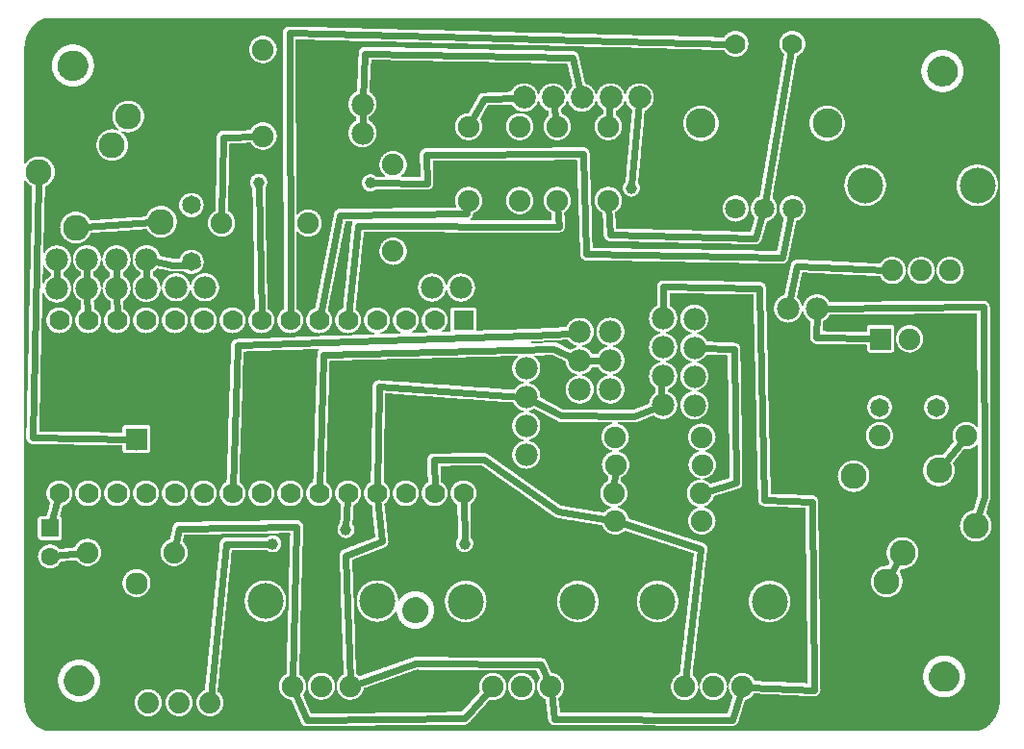
<source format=gtl>
G04 MADE WITH FRITZING*
G04 WWW.FRITZING.ORG*
G04 DOUBLE SIDED*
G04 HOLES PLATED*
G04 CONTOUR ON CENTER OF CONTOUR VECTOR*
%ASAXBY*%
%FSLAX23Y23*%
%MOIN*%
%OFA0B0*%
%SFA1.0B1.0*%
%ADD10C,0.075000*%
%ADD11C,0.070866*%
%ADD12C,0.070000*%
%ADD13C,0.102677*%
%ADD14C,0.077222*%
%ADD15C,0.074000*%
%ADD16C,0.039370*%
%ADD17C,0.079370*%
%ADD18C,0.078000*%
%ADD19C,0.065000*%
%ADD20C,0.074667*%
%ADD21C,0.074695*%
%ADD22C,0.124033*%
%ADD23C,0.090020*%
%ADD24C,0.062992*%
%ADD25R,0.075000X0.075000*%
%ADD26R,0.077222X0.077222*%
%ADD27R,0.062992X0.062992*%
%ADD28R,0.070000X0.069972*%
%ADD29C,0.024000*%
%ADD30C,0.000100*%
%ADD31R,0.001000X0.001000*%
%LNCOPPER1*%
G90*
G70*
G54D10*
X225Y779D03*
X1349Y769D03*
X234Y213D03*
X3231Y228D03*
X3225Y2327D03*
X213Y2346D03*
X3015Y1394D03*
X3115Y1394D03*
G54D11*
X2513Y1846D03*
X2611Y1846D03*
X2710Y1846D03*
G54D12*
X2512Y2417D03*
X2709Y2417D03*
G54D13*
X2393Y2141D03*
X2830Y2141D03*
G54D14*
X437Y547D03*
X437Y1047D03*
X437Y547D03*
X437Y1047D03*
G54D15*
X478Y133D03*
X585Y133D03*
X692Y133D03*
X478Y133D03*
X585Y133D03*
X692Y133D03*
G54D16*
X1247Y1935D03*
X861Y1937D03*
G54D17*
X2180Y2231D03*
X2080Y2231D03*
X1980Y2231D03*
X1880Y2231D03*
X1780Y2231D03*
G54D16*
X2152Y1917D03*
G54D18*
X1461Y1572D03*
X1561Y1572D03*
X1220Y2207D03*
X1220Y2107D03*
X574Y1572D03*
X674Y1572D03*
G54D19*
X3208Y1157D03*
X3012Y1157D03*
X3208Y1157D03*
X3012Y1157D03*
X628Y1661D03*
X628Y1858D03*
X628Y1661D03*
X628Y1858D03*
G54D20*
X3056Y1631D03*
X3156Y1631D03*
G54D21*
X3256Y1631D03*
G54D22*
X2962Y1926D03*
X3350Y1926D03*
G54D10*
X3311Y1058D03*
X3011Y1058D03*
X732Y1795D03*
X1032Y1795D03*
X876Y2397D03*
X876Y2097D03*
G54D23*
X3036Y553D03*
X3091Y652D03*
X2922Y918D03*
X3217Y938D03*
X3345Y746D03*
X408Y2165D03*
X353Y2066D03*
X522Y1800D03*
X227Y1780D03*
X99Y1972D03*
G54D10*
X1326Y1698D03*
X1326Y1998D03*
G54D16*
X1163Y733D03*
X909Y684D03*
X1574Y684D03*
G54D18*
X1788Y992D03*
X1788Y1092D03*
X1788Y1192D03*
X1788Y1292D03*
G54D24*
X138Y738D03*
X138Y640D03*
G54D10*
X1765Y2130D03*
X1765Y1874D03*
X1588Y2130D03*
X1588Y1874D03*
X2072Y2130D03*
X2072Y1874D03*
X1895Y2130D03*
X1895Y1874D03*
X267Y654D03*
X567Y654D03*
X2396Y1053D03*
X2096Y1053D03*
X2397Y957D03*
X2097Y957D03*
X2391Y858D03*
X2091Y858D03*
X2396Y763D03*
X2096Y763D03*
G54D12*
X1570Y1458D03*
X1470Y1458D03*
X1370Y1458D03*
X1270Y1458D03*
X1170Y1458D03*
X1070Y1458D03*
X970Y1458D03*
X870Y1458D03*
X770Y1458D03*
X670Y1458D03*
X570Y1458D03*
X470Y1458D03*
X370Y1458D03*
X270Y1458D03*
X170Y1458D03*
X1570Y858D03*
X1470Y858D03*
X1370Y858D03*
X1270Y858D03*
X1170Y858D03*
X1070Y858D03*
X970Y858D03*
X870Y858D03*
X770Y858D03*
X670Y858D03*
X570Y858D03*
X470Y858D03*
X370Y858D03*
X270Y858D03*
X170Y858D03*
G54D20*
X2336Y188D03*
X2436Y188D03*
G54D21*
X2536Y188D03*
G54D22*
X2242Y484D03*
X2630Y484D03*
G54D20*
X1672Y188D03*
X1772Y188D03*
G54D21*
X1872Y188D03*
G54D22*
X1578Y484D03*
X1966Y484D03*
G54D20*
X978Y190D03*
X1078Y190D03*
G54D21*
X1178Y190D03*
G54D22*
X884Y485D03*
X1272Y485D03*
G54D18*
X1973Y1418D03*
X1973Y1318D03*
X1973Y1218D03*
X2079Y1419D03*
X2079Y1319D03*
X2079Y1219D03*
X2370Y1464D03*
X2370Y1364D03*
X2370Y1264D03*
X2370Y1164D03*
X2262Y1465D03*
X2262Y1365D03*
X2262Y1265D03*
X2262Y1165D03*
X2795Y1499D03*
X2695Y1499D03*
X162Y1669D03*
X162Y1569D03*
X266Y1670D03*
X266Y1570D03*
X472Y1570D03*
X472Y1670D03*
X368Y1570D03*
X368Y1670D03*
G54D25*
X3015Y1394D03*
G54D26*
X437Y1047D03*
X437Y1047D03*
G54D27*
X138Y738D03*
G54D28*
X1570Y1458D03*
G54D29*
X738Y2093D02*
X732Y1813D01*
D02*
X858Y2097D02*
X738Y2093D01*
D02*
X2998Y1395D02*
X2792Y1399D01*
D02*
X2792Y1399D02*
X2794Y1480D01*
D02*
X3050Y579D02*
X3076Y626D01*
D02*
X1948Y2370D02*
X1975Y2250D01*
D02*
X1229Y2384D02*
X1948Y2370D01*
D02*
X1221Y2226D02*
X1229Y2384D01*
D02*
X1220Y2188D02*
X1220Y2126D01*
D02*
X2726Y1647D02*
X2698Y1518D01*
D02*
X3035Y1632D02*
X2726Y1647D01*
D02*
X970Y1476D02*
X967Y2455D01*
D02*
X967Y2455D02*
X2491Y2417D01*
D02*
X2706Y2395D02*
X2615Y1867D01*
D02*
X1581Y1829D02*
X1585Y1856D01*
D02*
X1571Y840D02*
X1574Y692D01*
D02*
X1074Y1476D02*
X1143Y1823D01*
D02*
X1143Y1823D02*
X1581Y1829D01*
D02*
X472Y1589D02*
X472Y1651D01*
D02*
X78Y1051D02*
X421Y1047D01*
D02*
X99Y1942D02*
X78Y1051D01*
D02*
X2078Y1755D02*
X2581Y1744D01*
D02*
X1900Y1784D02*
X1205Y1786D01*
D02*
X1205Y1786D02*
X1172Y1476D01*
D02*
X1896Y1856D02*
X1900Y1784D01*
D02*
X647Y1653D02*
X561Y1650D01*
D02*
X561Y1650D02*
X490Y1666D01*
D02*
X640Y1656D02*
X647Y1653D01*
D02*
X2073Y1856D02*
X2078Y1755D01*
D02*
X1444Y1933D02*
X1441Y2033D01*
D02*
X1255Y1935D02*
X1444Y1933D01*
D02*
X1441Y2033D02*
X1985Y2036D01*
D02*
X1996Y1688D02*
X2674Y1677D01*
D02*
X1985Y2036D02*
X1996Y1688D01*
D02*
X870Y1476D02*
X861Y1929D01*
D02*
X2674Y1677D02*
X2705Y1825D01*
D02*
X2581Y1744D02*
X2605Y1825D01*
D02*
X1641Y2225D02*
X1760Y2230D01*
D02*
X1892Y2147D02*
X1883Y2211D01*
D02*
X1596Y2145D02*
X1641Y2225D01*
D02*
X584Y737D02*
X993Y743D01*
D02*
X993Y743D02*
X978Y210D01*
D02*
X571Y671D02*
X584Y737D01*
D02*
X748Y684D02*
X694Y152D01*
D02*
X902Y684D02*
X748Y684D01*
D02*
X2152Y1925D02*
X2178Y2211D01*
D02*
X2073Y2147D02*
X2078Y2211D01*
D02*
X3371Y1505D02*
X2814Y1500D01*
D02*
X3374Y849D02*
X3371Y1505D01*
D02*
X3353Y775D02*
X3374Y849D01*
D02*
X3235Y961D02*
X3301Y1044D01*
D02*
X162Y1650D02*
X162Y1588D01*
D02*
X986Y171D02*
X1027Y73D01*
D02*
X1574Y79D02*
X1658Y173D01*
D02*
X1027Y73D02*
X1574Y79D01*
D02*
X2060Y1319D02*
X1992Y1319D01*
D02*
X2255Y1191D02*
X2257Y1184D01*
D02*
X2255Y1239D02*
X2255Y1191D01*
D02*
X2257Y1247D02*
X2255Y1239D01*
D02*
X1163Y644D02*
X1288Y691D01*
D02*
X1288Y691D02*
X1272Y841D01*
D02*
X1177Y210D02*
X1163Y644D01*
D02*
X1404Y270D02*
X1197Y197D01*
D02*
X1837Y266D02*
X1404Y270D01*
D02*
X1864Y207D02*
X1837Y266D01*
D02*
X2530Y169D02*
X2502Y74D01*
D02*
X1885Y77D02*
X1874Y168D01*
D02*
X2502Y74D02*
X1885Y77D01*
D02*
X493Y1798D02*
X257Y1782D01*
D02*
X370Y1476D02*
X369Y1551D01*
D02*
X269Y1476D02*
X266Y1552D01*
D02*
X1641Y977D02*
X1467Y975D01*
D02*
X1898Y795D02*
X1641Y977D01*
D02*
X2263Y1575D02*
X2596Y1570D01*
D02*
X2613Y835D02*
X2777Y830D01*
D02*
X2777Y830D02*
X2785Y177D01*
D02*
X2596Y1570D02*
X2613Y835D01*
D02*
X2785Y177D02*
X2557Y187D01*
D02*
X2262Y1484D02*
X2263Y1575D01*
D02*
X1467Y975D02*
X1470Y876D01*
D02*
X2078Y766D02*
X1898Y795D01*
D02*
X2392Y666D02*
X2339Y209D01*
D02*
X2112Y758D02*
X2392Y666D01*
D02*
X1169Y840D02*
X1163Y740D01*
D02*
X1071Y876D02*
X1085Y1340D01*
D02*
X1891Y1410D02*
X1954Y1417D01*
D02*
X787Y1371D02*
X1891Y1410D01*
D02*
X1883Y1360D02*
X1955Y1327D01*
D02*
X1085Y1340D02*
X1883Y1360D01*
D02*
X771Y876D02*
X787Y1371D01*
D02*
X2163Y1126D02*
X2244Y1158D01*
D02*
X1907Y1128D02*
X2163Y1126D01*
D02*
X1804Y1183D02*
X1907Y1128D01*
D02*
X1278Y1229D02*
X1769Y1194D01*
D02*
X1271Y876D02*
X1278Y1229D01*
D02*
X153Y642D02*
X250Y652D01*
D02*
X368Y1651D02*
X368Y1589D01*
D02*
X166Y841D02*
X142Y753D01*
D02*
X266Y1589D02*
X266Y1651D01*
D02*
X2515Y896D02*
X2507Y1358D01*
D02*
X2507Y1358D02*
X2389Y1363D01*
D02*
X2408Y863D02*
X2515Y896D01*
D02*
X2092Y876D02*
X2096Y940D01*
G54D30*
G36*
X117Y1648D02*
X118Y1648D01*
X118Y1647D01*
X121Y1642D01*
X128Y1634D01*
X134Y1629D01*
X139Y1626D01*
X139Y1625D01*
X140Y1624D01*
X140Y1613D01*
X139Y1612D01*
X139Y1612D01*
X135Y1609D01*
X134Y1609D01*
X127Y1604D01*
X126Y1603D01*
X121Y1596D01*
X121Y1595D01*
X117Y1588D01*
X117Y1588D01*
X116Y1587D01*
X115Y1587D01*
X114Y1587D01*
X114Y1588D01*
X113Y1588D01*
X113Y1589D01*
X112Y1590D01*
X114Y1646D01*
X114Y1647D01*
X115Y1648D01*
X115Y1648D01*
X116Y1648D01*
X117Y1648D01*
D02*
G37*
D02*
G36*
X117Y1648D02*
X118Y1648D01*
X118Y1647D01*
X121Y1642D01*
X128Y1634D01*
X134Y1629D01*
X139Y1626D01*
X139Y1625D01*
X140Y1624D01*
X140Y1613D01*
X139Y1612D01*
X139Y1612D01*
X135Y1609D01*
X134Y1609D01*
X127Y1604D01*
X126Y1603D01*
X121Y1596D01*
X121Y1595D01*
X117Y1588D01*
X117Y1588D01*
X116Y1587D01*
X115Y1587D01*
X114Y1587D01*
X114Y1588D01*
X113Y1588D01*
X113Y1589D01*
X112Y1590D01*
X114Y1646D01*
X114Y1647D01*
X115Y1648D01*
X115Y1648D01*
X116Y1648D01*
X117Y1648D01*
D02*
G37*
D02*
G36*
X1931Y1392D02*
X1932Y1392D01*
X1938Y1384D01*
X1945Y1378D01*
X1946Y1378D01*
X1954Y1374D01*
X1954Y1373D01*
X1962Y1371D01*
X1963Y1370D01*
X1963Y1370D01*
X1964Y1368D01*
X1963Y1368D01*
X1963Y1367D01*
X1963Y1367D01*
X1962Y1366D01*
X1962Y1366D01*
X1954Y1364D01*
X1945Y1359D01*
X1943Y1358D01*
X1943Y1357D01*
X1942Y1357D01*
X1941Y1357D01*
X1891Y1381D01*
X1890Y1381D01*
X1887Y1382D01*
X1884Y1382D01*
X1806Y1380D01*
X1805Y1380D01*
X1805Y1381D01*
X1804Y1381D01*
X1804Y1382D01*
X1803Y1383D01*
X1804Y1384D01*
X1804Y1384D01*
X1805Y1385D01*
X1805Y1385D01*
X1806Y1385D01*
X1893Y1388D01*
X1930Y1392D01*
X1931Y1392D01*
D02*
G37*
D02*
G36*
X1931Y1392D02*
X1932Y1392D01*
X1938Y1384D01*
X1945Y1378D01*
X1946Y1378D01*
X1954Y1374D01*
X1954Y1373D01*
X1962Y1371D01*
X1963Y1370D01*
X1963Y1370D01*
X1964Y1368D01*
X1963Y1368D01*
X1963Y1367D01*
X1963Y1367D01*
X1962Y1366D01*
X1962Y1366D01*
X1954Y1364D01*
X1945Y1359D01*
X1943Y1358D01*
X1943Y1357D01*
X1942Y1357D01*
X1941Y1357D01*
X1891Y1381D01*
X1890Y1381D01*
X1887Y1382D01*
X1884Y1382D01*
X1806Y1380D01*
X1805Y1380D01*
X1805Y1381D01*
X1804Y1381D01*
X1804Y1382D01*
X1803Y1383D01*
X1804Y1384D01*
X1804Y1384D01*
X1805Y1385D01*
X1805Y1385D01*
X1806Y1385D01*
X1893Y1388D01*
X1930Y1392D01*
X1931Y1392D01*
D02*
G37*
D02*
G36*
X244Y262D02*
X249Y261D01*
X254Y260D01*
X259Y258D01*
X264Y256D01*
X268Y253D01*
X272Y250D01*
X276Y247D01*
X279Y243D01*
X282Y239D01*
X285Y234D01*
X287Y230D01*
X289Y225D01*
X290Y220D01*
X291Y215D01*
X291Y209D01*
X291Y204D01*
X290Y199D01*
X289Y194D01*
X287Y189D01*
X285Y184D01*
X282Y179D01*
X280Y176D01*
X276Y172D01*
X272Y168D01*
X268Y166D01*
X264Y163D01*
X259Y160D01*
X254Y159D01*
X249Y157D01*
X244Y157D01*
X238Y156D01*
X233Y157D01*
X228Y157D01*
X223Y159D01*
X218Y161D01*
X213Y163D01*
X209Y165D01*
X205Y168D01*
X201Y172D01*
X197Y176D01*
X195Y180D01*
X192Y184D01*
X190Y189D01*
X188Y194D01*
X187Y199D01*
X186Y204D01*
X186Y209D01*
X186Y215D01*
X187Y220D01*
X188Y226D01*
X190Y229D01*
X192Y235D01*
X195Y239D01*
X198Y243D01*
X201Y247D01*
X205Y250D01*
X209Y253D01*
X213Y256D01*
X218Y258D01*
X223Y260D01*
X228Y261D01*
X233Y262D01*
X238Y262D01*
X244Y262D01*
D02*
G37*
D02*
G36*
X3241Y276D02*
X3246Y275D01*
X3251Y274D01*
X3256Y272D01*
X3261Y270D01*
X3265Y267D01*
X3269Y264D01*
X3273Y261D01*
X3276Y257D01*
X3279Y253D01*
X3282Y249D01*
X3284Y243D01*
X3286Y239D01*
X3287Y234D01*
X3288Y229D01*
X3288Y224D01*
X3288Y218D01*
X3287Y213D01*
X3286Y207D01*
X3284Y203D01*
X3282Y198D01*
X3279Y194D01*
X3276Y190D01*
X3273Y186D01*
X3269Y183D01*
X3265Y179D01*
X3260Y177D01*
X3256Y175D01*
X3251Y173D01*
X3246Y172D01*
X3241Y171D01*
X3235Y171D01*
X3229Y171D01*
X3224Y172D01*
X3219Y173D01*
X3214Y175D01*
X3210Y177D01*
X3205Y180D01*
X3201Y183D01*
X3197Y186D01*
X3194Y190D01*
X3191Y194D01*
X3188Y199D01*
X3186Y203D01*
X3185Y208D01*
X3183Y213D01*
X3183Y218D01*
X3182Y224D01*
X3183Y229D01*
X3183Y234D01*
X3185Y239D01*
X3187Y244D01*
X3189Y249D01*
X3192Y253D01*
X3194Y257D01*
X3198Y261D01*
X3202Y265D01*
X3206Y267D01*
X3210Y270D01*
X3215Y272D01*
X3220Y274D01*
X3225Y275D01*
X3230Y276D01*
X3235Y276D01*
X3241Y276D01*
D02*
G37*
D02*
G36*
X888Y519D02*
X891Y519D01*
X897Y517D01*
X902Y514D01*
X908Y509D01*
X912Y504D01*
X915Y499D01*
X917Y492D01*
X917Y489D01*
X918Y485D01*
X917Y481D01*
X917Y478D01*
X915Y472D01*
X912Y466D01*
X907Y461D01*
X902Y457D01*
X897Y453D01*
X890Y452D01*
X887Y451D01*
X883Y451D01*
X879Y451D01*
X877Y452D01*
X870Y454D01*
X865Y457D01*
X859Y461D01*
X855Y466D01*
X852Y472D01*
X850Y479D01*
X850Y481D01*
X849Y485D01*
X850Y489D01*
X850Y492D01*
X852Y499D01*
X855Y504D01*
X860Y509D01*
X865Y514D01*
X870Y517D01*
X877Y519D01*
X880Y519D01*
X883Y519D01*
X888Y519D01*
D02*
G37*
D02*
G36*
X888Y519D02*
X891Y519D01*
X897Y517D01*
X902Y514D01*
X908Y509D01*
X912Y504D01*
X915Y499D01*
X917Y492D01*
X917Y489D01*
X918Y485D01*
X917Y481D01*
X917Y478D01*
X915Y472D01*
X912Y466D01*
X907Y461D01*
X902Y457D01*
X897Y453D01*
X890Y452D01*
X887Y451D01*
X883Y451D01*
X879Y451D01*
X877Y452D01*
X870Y454D01*
X865Y457D01*
X859Y461D01*
X855Y466D01*
X852Y472D01*
X850Y479D01*
X850Y481D01*
X849Y485D01*
X850Y489D01*
X850Y492D01*
X852Y499D01*
X855Y504D01*
X860Y509D01*
X865Y514D01*
X870Y517D01*
X877Y519D01*
X880Y519D01*
X883Y519D01*
X888Y519D01*
D02*
G37*
D02*
G36*
X318Y1669D02*
X319Y1668D01*
X319Y1668D01*
X319Y1667D01*
X320Y1664D01*
X321Y1659D01*
X323Y1651D01*
X324Y1650D01*
X327Y1643D01*
X328Y1641D01*
X333Y1635D01*
X341Y1629D01*
X345Y1627D01*
X346Y1626D01*
X346Y1625D01*
X346Y1625D01*
X346Y1614D01*
X346Y1613D01*
X345Y1612D01*
X341Y1610D01*
X334Y1604D01*
X333Y1603D01*
X328Y1597D01*
X327Y1596D01*
X323Y1589D01*
X323Y1588D01*
X321Y1580D01*
X320Y1579D01*
X320Y1575D01*
X319Y1573D01*
X319Y1572D01*
X319Y1572D01*
X318Y1571D01*
X317Y1571D01*
X316Y1571D01*
X315Y1572D01*
X315Y1572D01*
X315Y1573D01*
X314Y1576D01*
X313Y1581D01*
X311Y1589D01*
X310Y1590D01*
X306Y1598D01*
X300Y1605D01*
X299Y1606D01*
X293Y1611D01*
X292Y1612D01*
X289Y1613D01*
X288Y1614D01*
X288Y1615D01*
X288Y1626D01*
X288Y1627D01*
X289Y1628D01*
X293Y1630D01*
X294Y1631D01*
X300Y1636D01*
X301Y1637D01*
X306Y1643D01*
X311Y1652D01*
X313Y1661D01*
X314Y1665D01*
X314Y1667D01*
X315Y1668D01*
X315Y1669D01*
X316Y1669D01*
X317Y1669D01*
X317Y1669D01*
X318Y1669D01*
D02*
G37*
D02*
G36*
X318Y1669D02*
X319Y1668D01*
X319Y1668D01*
X319Y1667D01*
X320Y1664D01*
X321Y1659D01*
X323Y1651D01*
X324Y1650D01*
X327Y1643D01*
X328Y1641D01*
X333Y1635D01*
X341Y1629D01*
X345Y1627D01*
X346Y1626D01*
X346Y1625D01*
X346Y1625D01*
X346Y1614D01*
X346Y1613D01*
X345Y1612D01*
X341Y1610D01*
X334Y1604D01*
X333Y1603D01*
X328Y1597D01*
X327Y1596D01*
X323Y1589D01*
X323Y1588D01*
X321Y1580D01*
X320Y1579D01*
X320Y1575D01*
X319Y1573D01*
X319Y1572D01*
X319Y1572D01*
X318Y1571D01*
X317Y1571D01*
X316Y1571D01*
X315Y1572D01*
X315Y1572D01*
X315Y1573D01*
X314Y1576D01*
X313Y1581D01*
X311Y1589D01*
X310Y1590D01*
X306Y1598D01*
X300Y1605D01*
X299Y1606D01*
X293Y1611D01*
X292Y1612D01*
X289Y1613D01*
X288Y1614D01*
X288Y1615D01*
X288Y1626D01*
X288Y1627D01*
X289Y1628D01*
X293Y1630D01*
X294Y1631D01*
X300Y1636D01*
X301Y1637D01*
X306Y1643D01*
X311Y1652D01*
X313Y1661D01*
X314Y1665D01*
X314Y1667D01*
X315Y1668D01*
X315Y1669D01*
X316Y1669D01*
X317Y1669D01*
X317Y1669D01*
X318Y1669D01*
D02*
G37*
D02*
G36*
X3354Y1960D02*
X3357Y1960D01*
X3363Y1958D01*
X3369Y1955D01*
X3374Y1951D01*
X3379Y1945D01*
X3381Y1940D01*
X3384Y1933D01*
X3384Y1930D01*
X3384Y1926D01*
X3384Y1922D01*
X3383Y1920D01*
X3382Y1913D01*
X3379Y1908D01*
X3374Y1902D01*
X3369Y1898D01*
X3363Y1895D01*
X3357Y1893D01*
X3354Y1892D01*
X3350Y1892D01*
X3346Y1892D01*
X3343Y1893D01*
X3336Y1895D01*
X3331Y1898D01*
X3326Y1902D01*
X3321Y1908D01*
X3318Y1913D01*
X3316Y1920D01*
X3316Y1923D01*
X3316Y1926D01*
X3316Y1931D01*
X3316Y1933D01*
X3318Y1940D01*
X3321Y1945D01*
X3326Y1951D01*
X3331Y1955D01*
X3336Y1958D01*
X3343Y1960D01*
X3346Y1960D01*
X3350Y1961D01*
X3354Y1960D01*
D02*
G37*
D02*
G36*
X3354Y1960D02*
X3357Y1960D01*
X3363Y1958D01*
X3369Y1955D01*
X3374Y1951D01*
X3379Y1945D01*
X3381Y1940D01*
X3384Y1933D01*
X3384Y1930D01*
X3384Y1926D01*
X3384Y1922D01*
X3383Y1920D01*
X3382Y1913D01*
X3379Y1908D01*
X3374Y1902D01*
X3369Y1898D01*
X3363Y1895D01*
X3357Y1893D01*
X3354Y1892D01*
X3350Y1892D01*
X3346Y1892D01*
X3343Y1893D01*
X3336Y1895D01*
X3331Y1898D01*
X3326Y1902D01*
X3321Y1908D01*
X3318Y1913D01*
X3316Y1920D01*
X3316Y1923D01*
X3316Y1926D01*
X3316Y1931D01*
X3316Y1933D01*
X3318Y1940D01*
X3321Y1945D01*
X3326Y1951D01*
X3331Y1955D01*
X3336Y1958D01*
X3343Y1960D01*
X3346Y1960D01*
X3350Y1961D01*
X3354Y1960D01*
D02*
G37*
D02*
G36*
X2966Y1960D02*
X2969Y1960D01*
X2975Y1958D01*
X2981Y1955D01*
X2986Y1951D01*
X2990Y1945D01*
X2993Y1940D01*
X2995Y1933D01*
X2996Y1930D01*
X2996Y1926D01*
X2996Y1922D01*
X2995Y1920D01*
X2993Y1913D01*
X2990Y1908D01*
X2986Y1902D01*
X2980Y1898D01*
X2975Y1895D01*
X2968Y1893D01*
X2965Y1892D01*
X2962Y1892D01*
X2958Y1892D01*
X2955Y1893D01*
X2948Y1895D01*
X2943Y1898D01*
X2937Y1902D01*
X2933Y1908D01*
X2930Y1913D01*
X2928Y1920D01*
X2928Y1923D01*
X2927Y1926D01*
X2928Y1931D01*
X2928Y1933D01*
X2930Y1940D01*
X2933Y1945D01*
X2938Y1951D01*
X2943Y1955D01*
X2948Y1958D01*
X2955Y1960D01*
X2958Y1960D01*
X2962Y1961D01*
X2966Y1960D01*
D02*
G37*
D02*
G36*
X2966Y1960D02*
X2969Y1960D01*
X2975Y1958D01*
X2981Y1955D01*
X2986Y1951D01*
X2990Y1945D01*
X2993Y1940D01*
X2995Y1933D01*
X2996Y1930D01*
X2996Y1926D01*
X2996Y1922D01*
X2995Y1920D01*
X2993Y1913D01*
X2990Y1908D01*
X2986Y1902D01*
X2980Y1898D01*
X2975Y1895D01*
X2968Y1893D01*
X2965Y1892D01*
X2962Y1892D01*
X2958Y1892D01*
X2955Y1893D01*
X2948Y1895D01*
X2943Y1898D01*
X2937Y1902D01*
X2933Y1908D01*
X2930Y1913D01*
X2928Y1920D01*
X2928Y1923D01*
X2927Y1926D01*
X2928Y1931D01*
X2928Y1933D01*
X2930Y1940D01*
X2933Y1945D01*
X2938Y1951D01*
X2943Y1955D01*
X2948Y1958D01*
X2955Y1960D01*
X2958Y1960D01*
X2962Y1961D01*
X2966Y1960D01*
D02*
G37*
D02*
G36*
X2833Y2172D02*
X2836Y2172D01*
X2842Y2170D01*
X2847Y2167D01*
X2852Y2163D01*
X2856Y2158D01*
X2859Y2153D01*
X2861Y2147D01*
X2861Y2145D01*
X2861Y2141D01*
X2861Y2137D01*
X2861Y2135D01*
X2859Y2129D01*
X2856Y2124D01*
X2852Y2119D01*
X2847Y2115D01*
X2842Y2112D01*
X2842Y2112D01*
X2836Y2110D01*
X2833Y2110D01*
X2830Y2110D01*
X2826Y2110D01*
X2823Y2110D01*
X2818Y2112D01*
X2812Y2115D01*
X2807Y2119D01*
X2804Y2124D01*
X2801Y2129D01*
X2799Y2135D01*
X2799Y2138D01*
X2798Y2141D01*
X2799Y2145D01*
X2799Y2147D01*
X2801Y2153D01*
X2804Y2159D01*
X2808Y2163D01*
X2813Y2167D01*
X2818Y2170D01*
X2824Y2172D01*
X2826Y2172D01*
X2830Y2172D01*
X2833Y2172D01*
D02*
G37*
D02*
G36*
X2833Y2172D02*
X2836Y2172D01*
X2842Y2170D01*
X2847Y2167D01*
X2852Y2163D01*
X2856Y2158D01*
X2859Y2153D01*
X2861Y2147D01*
X2861Y2145D01*
X2861Y2141D01*
X2861Y2137D01*
X2861Y2135D01*
X2859Y2129D01*
X2856Y2124D01*
X2852Y2119D01*
X2847Y2115D01*
X2842Y2112D01*
X2842Y2112D01*
X2836Y2110D01*
X2833Y2110D01*
X2830Y2110D01*
X2826Y2110D01*
X2823Y2110D01*
X2818Y2112D01*
X2812Y2115D01*
X2807Y2119D01*
X2804Y2124D01*
X2801Y2129D01*
X2799Y2135D01*
X2799Y2138D01*
X2798Y2141D01*
X2799Y2145D01*
X2799Y2147D01*
X2801Y2153D01*
X2804Y2159D01*
X2808Y2163D01*
X2813Y2167D01*
X2818Y2170D01*
X2824Y2172D01*
X2826Y2172D01*
X2830Y2172D01*
X2833Y2172D01*
D02*
G37*
D02*
G36*
X2396Y2172D02*
X2399Y2172D01*
X2405Y2170D01*
X2410Y2167D01*
X2415Y2163D01*
X2419Y2158D01*
X2422Y2153D01*
X2423Y2147D01*
X2424Y2145D01*
X2424Y2141D01*
X2424Y2137D01*
X2423Y2135D01*
X2422Y2129D01*
X2419Y2124D01*
X2415Y2119D01*
X2410Y2115D01*
X2405Y2112D01*
X2405Y2112D01*
X2399Y2110D01*
X2396Y2110D01*
X2393Y2110D01*
X2389Y2110D01*
X2386Y2110D01*
X2381Y2112D01*
X2375Y2115D01*
X2371Y2119D01*
X2366Y2124D01*
X2364Y2129D01*
X2362Y2135D01*
X2362Y2138D01*
X2361Y2141D01*
X2362Y2145D01*
X2362Y2147D01*
X2364Y2153D01*
X2367Y2159D01*
X2371Y2164D01*
X2376Y2167D01*
X2381Y2170D01*
X2387Y2172D01*
X2389Y2172D01*
X2393Y2172D01*
X2396Y2172D01*
D02*
G37*
D02*
G36*
X2396Y2172D02*
X2399Y2172D01*
X2405Y2170D01*
X2410Y2167D01*
X2415Y2163D01*
X2419Y2158D01*
X2422Y2153D01*
X2423Y2147D01*
X2424Y2145D01*
X2424Y2141D01*
X2424Y2137D01*
X2423Y2135D01*
X2422Y2129D01*
X2419Y2124D01*
X2415Y2119D01*
X2410Y2115D01*
X2405Y2112D01*
X2405Y2112D01*
X2399Y2110D01*
X2396Y2110D01*
X2393Y2110D01*
X2389Y2110D01*
X2386Y2110D01*
X2381Y2112D01*
X2375Y2115D01*
X2371Y2119D01*
X2366Y2124D01*
X2364Y2129D01*
X2362Y2135D01*
X2362Y2138D01*
X2361Y2141D01*
X2362Y2145D01*
X2362Y2147D01*
X2364Y2153D01*
X2367Y2159D01*
X2371Y2164D01*
X2376Y2167D01*
X2381Y2170D01*
X2387Y2172D01*
X2389Y2172D01*
X2393Y2172D01*
X2396Y2172D01*
D02*
G37*
D02*
G36*
X3235Y2375D02*
X3240Y2374D01*
X3245Y2373D01*
X3250Y2371D01*
X3255Y2369D01*
X3259Y2366D01*
X3263Y2363D01*
X3267Y2360D01*
X3270Y2356D01*
X3273Y2352D01*
X3276Y2348D01*
X3278Y2343D01*
X3280Y2338D01*
X3281Y2333D01*
X3282Y2328D01*
X3282Y2322D01*
X3282Y2317D01*
X3281Y2312D01*
X3280Y2306D01*
X3278Y2302D01*
X3276Y2297D01*
X3273Y2293D01*
X3270Y2289D01*
X3267Y2285D01*
X3263Y2282D01*
X3259Y2278D01*
X3255Y2276D01*
X3250Y2274D01*
X3245Y2272D01*
X3239Y2271D01*
X3235Y2270D01*
X3229Y2270D01*
X3223Y2270D01*
X3219Y2271D01*
X3213Y2272D01*
X3209Y2274D01*
X3204Y2276D01*
X3200Y2279D01*
X3196Y2282D01*
X3192Y2285D01*
X3188Y2289D01*
X3185Y2293D01*
X3183Y2297D01*
X3180Y2302D01*
X3179Y2307D01*
X3177Y2312D01*
X3177Y2317D01*
X3176Y2322D01*
X3177Y2328D01*
X3177Y2333D01*
X3179Y2338D01*
X3180Y2343D01*
X3183Y2348D01*
X3186Y2352D01*
X3188Y2356D01*
X3192Y2360D01*
X3196Y2364D01*
X3200Y2366D01*
X3204Y2369D01*
X3209Y2371D01*
X3214Y2373D01*
X3219Y2374D01*
X3224Y2375D01*
X3229Y2375D01*
X3235Y2375D01*
D02*
G37*
D02*
G36*
X223Y2394D02*
X228Y2393D01*
X233Y2392D01*
X238Y2390D01*
X243Y2388D01*
X247Y2385D01*
X250Y2383D01*
X255Y2379D01*
X258Y2375D01*
X261Y2371D01*
X264Y2367D01*
X266Y2362D01*
X268Y2357D01*
X269Y2353D01*
X270Y2347D01*
X270Y2342D01*
X270Y2336D01*
X269Y2331D01*
X268Y2326D01*
X266Y2321D01*
X264Y2316D01*
X261Y2312D01*
X258Y2308D01*
X254Y2304D01*
X250Y2300D01*
X247Y2298D01*
X242Y2295D01*
X238Y2293D01*
X233Y2291D01*
X228Y2290D01*
X223Y2289D01*
X217Y2289D01*
X211Y2289D01*
X206Y2290D01*
X201Y2291D01*
X196Y2293D01*
X192Y2295D01*
X187Y2298D01*
X183Y2301D01*
X179Y2304D01*
X176Y2308D01*
X173Y2312D01*
X171Y2316D01*
X168Y2321D01*
X166Y2326D01*
X165Y2331D01*
X164Y2336D01*
X164Y2342D01*
X164Y2348D01*
X165Y2352D01*
X167Y2358D01*
X168Y2362D01*
X171Y2367D01*
X173Y2371D01*
X176Y2375D01*
X180Y2379D01*
X183Y2382D01*
X188Y2386D01*
X192Y2388D01*
X197Y2390D01*
X201Y2392D01*
X207Y2393D01*
X211Y2394D01*
X217Y2394D01*
X223Y2394D01*
D02*
G37*
D02*
G36*
X1408Y499D02*
X1413Y498D01*
X1417Y497D01*
X1421Y496D01*
X1425Y493D01*
X1429Y491D01*
X1436Y486D01*
X1441Y479D01*
X1443Y476D01*
X1445Y471D01*
X1447Y467D01*
X1448Y463D01*
X1448Y459D01*
X1449Y454D01*
X1448Y449D01*
X1448Y445D01*
X1447Y441D01*
X1445Y436D01*
X1443Y432D01*
X1441Y429D01*
X1435Y422D01*
X1428Y416D01*
X1425Y414D01*
X1421Y412D01*
X1417Y411D01*
X1413Y410D01*
X1408Y409D01*
X1403Y409D01*
X1399Y409D01*
X1394Y410D01*
X1390Y411D01*
X1386Y412D01*
X1382Y415D01*
X1378Y417D01*
X1371Y422D01*
X1366Y429D01*
X1364Y433D01*
X1362Y437D01*
X1360Y441D01*
X1359Y445D01*
X1359Y450D01*
X1358Y454D01*
X1359Y459D01*
X1359Y463D01*
X1360Y467D01*
X1362Y472D01*
X1364Y476D01*
X1366Y479D01*
X1372Y486D01*
X1379Y492D01*
X1382Y494D01*
X1386Y496D01*
X1390Y497D01*
X1394Y498D01*
X1399Y499D01*
X1403Y499D01*
X1408Y499D01*
D02*
G37*
D02*
G36*
X1408Y499D02*
X1413Y498D01*
X1417Y497D01*
X1421Y496D01*
X1425Y493D01*
X1429Y491D01*
X1436Y486D01*
X1441Y479D01*
X1443Y476D01*
X1445Y471D01*
X1447Y467D01*
X1448Y463D01*
X1448Y459D01*
X1449Y454D01*
X1448Y449D01*
X1448Y445D01*
X1447Y441D01*
X1445Y436D01*
X1443Y432D01*
X1441Y429D01*
X1435Y422D01*
X1428Y416D01*
X1425Y414D01*
X1421Y412D01*
X1417Y411D01*
X1413Y410D01*
X1408Y409D01*
X1403Y409D01*
X1399Y409D01*
X1394Y410D01*
X1390Y411D01*
X1386Y412D01*
X1382Y415D01*
X1378Y417D01*
X1371Y422D01*
X1366Y429D01*
X1364Y433D01*
X1362Y437D01*
X1360Y441D01*
X1359Y445D01*
X1359Y450D01*
X1358Y454D01*
X1359Y459D01*
X1359Y463D01*
X1360Y467D01*
X1362Y472D01*
X1364Y476D01*
X1366Y479D01*
X1372Y486D01*
X1379Y492D01*
X1382Y494D01*
X1386Y496D01*
X1390Y497D01*
X1394Y498D01*
X1399Y499D01*
X1403Y499D01*
X1408Y499D01*
D02*
G37*
D02*
G36*
X1276Y519D02*
X1279Y519D01*
X1285Y517D01*
X1291Y514D01*
X1296Y509D01*
X1300Y504D01*
X1303Y499D01*
X1305Y492D01*
X1306Y489D01*
X1306Y485D01*
X1306Y481D01*
X1305Y478D01*
X1304Y472D01*
X1300Y466D01*
X1296Y461D01*
X1291Y457D01*
X1285Y454D01*
X1279Y452D01*
X1276Y451D01*
X1272Y451D01*
X1268Y451D01*
X1265Y452D01*
X1258Y454D01*
X1253Y457D01*
X1248Y461D01*
X1243Y466D01*
X1240Y472D01*
X1238Y479D01*
X1238Y481D01*
X1238Y485D01*
X1238Y489D01*
X1238Y492D01*
X1240Y499D01*
X1243Y504D01*
X1248Y509D01*
X1253Y514D01*
X1258Y517D01*
X1265Y519D01*
X1268Y519D01*
X1272Y519D01*
X1276Y519D01*
D02*
G37*
D02*
G36*
X1276Y519D02*
X1279Y519D01*
X1285Y517D01*
X1291Y514D01*
X1296Y509D01*
X1300Y504D01*
X1303Y499D01*
X1305Y492D01*
X1306Y489D01*
X1306Y485D01*
X1306Y481D01*
X1305Y478D01*
X1304Y472D01*
X1300Y466D01*
X1296Y461D01*
X1291Y457D01*
X1285Y454D01*
X1279Y452D01*
X1276Y451D01*
X1272Y451D01*
X1268Y451D01*
X1265Y452D01*
X1258Y454D01*
X1253Y457D01*
X1248Y461D01*
X1243Y466D01*
X1240Y472D01*
X1238Y479D01*
X1238Y481D01*
X1238Y485D01*
X1238Y489D01*
X1238Y492D01*
X1240Y499D01*
X1243Y504D01*
X1248Y509D01*
X1253Y514D01*
X1258Y517D01*
X1265Y519D01*
X1268Y519D01*
X1272Y519D01*
X1276Y519D01*
D02*
G37*
D02*
G36*
X2634Y518D02*
X2637Y517D01*
X2644Y515D01*
X2650Y512D01*
X2654Y508D01*
X2659Y503D01*
X2662Y497D01*
X2662Y497D01*
X2664Y490D01*
X2664Y488D01*
X2664Y484D01*
X2664Y480D01*
X2664Y477D01*
X2662Y470D01*
X2659Y465D01*
X2654Y459D01*
X2650Y455D01*
X2644Y452D01*
X2637Y450D01*
X2634Y450D01*
X2630Y449D01*
X2626Y450D01*
X2623Y450D01*
X2617Y452D01*
X2617Y452D01*
X2611Y455D01*
X2606Y460D01*
X2602Y465D01*
X2599Y470D01*
X2597Y477D01*
X2596Y480D01*
X2596Y484D01*
X2596Y488D01*
X2597Y491D01*
X2599Y497D01*
X2602Y503D01*
X2606Y508D01*
X2611Y512D01*
X2617Y515D01*
X2617Y515D01*
X2624Y517D01*
X2626Y518D01*
X2630Y518D01*
X2634Y518D01*
D02*
G37*
D02*
G36*
X2634Y518D02*
X2637Y517D01*
X2644Y515D01*
X2650Y512D01*
X2654Y508D01*
X2659Y503D01*
X2662Y497D01*
X2662Y497D01*
X2664Y490D01*
X2664Y488D01*
X2664Y484D01*
X2664Y480D01*
X2664Y477D01*
X2662Y470D01*
X2659Y465D01*
X2654Y459D01*
X2650Y455D01*
X2644Y452D01*
X2637Y450D01*
X2634Y450D01*
X2630Y449D01*
X2626Y450D01*
X2623Y450D01*
X2617Y452D01*
X2617Y452D01*
X2611Y455D01*
X2606Y460D01*
X2602Y465D01*
X2599Y470D01*
X2597Y477D01*
X2596Y480D01*
X2596Y484D01*
X2596Y488D01*
X2597Y491D01*
X2599Y497D01*
X2602Y503D01*
X2606Y508D01*
X2611Y512D01*
X2617Y515D01*
X2617Y515D01*
X2624Y517D01*
X2626Y518D01*
X2630Y518D01*
X2634Y518D01*
D02*
G37*
D02*
G36*
X2246Y518D02*
X2249Y517D01*
X2255Y515D01*
X2261Y512D01*
X2266Y508D01*
X2271Y502D01*
X2273Y497D01*
X2274Y497D01*
X2276Y490D01*
X2276Y488D01*
X2276Y484D01*
X2276Y480D01*
X2275Y477D01*
X2274Y471D01*
X2273Y470D01*
X2271Y465D01*
X2266Y459D01*
X2261Y455D01*
X2255Y452D01*
X2249Y450D01*
X2246Y450D01*
X2242Y449D01*
X2238Y450D01*
X2235Y450D01*
X2229Y452D01*
X2228Y452D01*
X2223Y455D01*
X2218Y460D01*
X2213Y465D01*
X2210Y470D01*
X2208Y477D01*
X2208Y480D01*
X2208Y484D01*
X2208Y488D01*
X2208Y491D01*
X2210Y497D01*
X2213Y503D01*
X2218Y508D01*
X2223Y512D01*
X2229Y515D01*
X2235Y517D01*
X2238Y518D01*
X2242Y518D01*
X2246Y518D01*
D02*
G37*
D02*
G36*
X2246Y518D02*
X2249Y517D01*
X2255Y515D01*
X2261Y512D01*
X2266Y508D01*
X2271Y502D01*
X2273Y497D01*
X2274Y497D01*
X2276Y490D01*
X2276Y488D01*
X2276Y484D01*
X2276Y480D01*
X2275Y477D01*
X2274Y471D01*
X2273Y470D01*
X2271Y465D01*
X2266Y459D01*
X2261Y455D01*
X2255Y452D01*
X2249Y450D01*
X2246Y450D01*
X2242Y449D01*
X2238Y450D01*
X2235Y450D01*
X2229Y452D01*
X2228Y452D01*
X2223Y455D01*
X2218Y460D01*
X2213Y465D01*
X2210Y470D01*
X2208Y477D01*
X2208Y480D01*
X2208Y484D01*
X2208Y488D01*
X2208Y491D01*
X2210Y497D01*
X2213Y503D01*
X2218Y508D01*
X2223Y512D01*
X2229Y515D01*
X2235Y517D01*
X2238Y518D01*
X2242Y518D01*
X2246Y518D01*
D02*
G37*
D02*
G36*
X1970Y518D02*
X1973Y517D01*
X1979Y515D01*
X1980Y515D01*
X1985Y512D01*
X1990Y508D01*
X1995Y503D01*
X1998Y497D01*
X2000Y490D01*
X2000Y487D01*
X2000Y484D01*
X2000Y480D01*
X2000Y477D01*
X1998Y470D01*
X1995Y465D01*
X1990Y459D01*
X1985Y455D01*
X1980Y452D01*
X1979Y452D01*
X1973Y450D01*
X1970Y450D01*
X1966Y449D01*
X1962Y450D01*
X1959Y450D01*
X1953Y452D01*
X1952Y452D01*
X1947Y455D01*
X1942Y460D01*
X1938Y465D01*
X1935Y470D01*
X1933Y477D01*
X1932Y480D01*
X1932Y484D01*
X1932Y488D01*
X1933Y491D01*
X1935Y497D01*
X1938Y503D01*
X1942Y508D01*
X1947Y512D01*
X1952Y515D01*
X1953Y515D01*
X1960Y517D01*
X1962Y518D01*
X1966Y518D01*
X1970Y518D01*
D02*
G37*
D02*
G36*
X1970Y518D02*
X1973Y517D01*
X1979Y515D01*
X1980Y515D01*
X1985Y512D01*
X1990Y508D01*
X1995Y503D01*
X1998Y497D01*
X2000Y490D01*
X2000Y487D01*
X2000Y484D01*
X2000Y480D01*
X2000Y477D01*
X1998Y470D01*
X1995Y465D01*
X1990Y459D01*
X1985Y455D01*
X1980Y452D01*
X1979Y452D01*
X1973Y450D01*
X1970Y450D01*
X1966Y449D01*
X1962Y450D01*
X1959Y450D01*
X1953Y452D01*
X1952Y452D01*
X1947Y455D01*
X1942Y460D01*
X1938Y465D01*
X1935Y470D01*
X1933Y477D01*
X1932Y480D01*
X1932Y484D01*
X1932Y488D01*
X1933Y491D01*
X1935Y497D01*
X1938Y503D01*
X1942Y508D01*
X1947Y512D01*
X1952Y515D01*
X1953Y515D01*
X1960Y517D01*
X1962Y518D01*
X1966Y518D01*
X1970Y518D01*
D02*
G37*
D02*
G36*
X1582Y518D02*
X1585Y517D01*
X1591Y515D01*
X1597Y512D01*
X1602Y508D01*
X1606Y503D01*
X1609Y497D01*
X1610Y497D01*
X1611Y490D01*
X1612Y488D01*
X1612Y484D01*
X1612Y480D01*
X1611Y477D01*
X1609Y470D01*
X1607Y465D01*
X1602Y459D01*
X1597Y455D01*
X1591Y452D01*
X1584Y450D01*
X1582Y450D01*
X1578Y449D01*
X1574Y450D01*
X1571Y450D01*
X1565Y452D01*
X1564Y452D01*
X1559Y455D01*
X1554Y460D01*
X1549Y465D01*
X1546Y470D01*
X1544Y477D01*
X1544Y480D01*
X1544Y484D01*
X1544Y488D01*
X1544Y491D01*
X1546Y497D01*
X1549Y503D01*
X1554Y508D01*
X1559Y512D01*
X1564Y515D01*
X1565Y515D01*
X1571Y517D01*
X1574Y518D01*
X1578Y518D01*
X1582Y518D01*
D02*
G37*
D02*
G36*
X1582Y518D02*
X1585Y517D01*
X1591Y515D01*
X1597Y512D01*
X1602Y508D01*
X1606Y503D01*
X1609Y497D01*
X1610Y497D01*
X1611Y490D01*
X1612Y488D01*
X1612Y484D01*
X1612Y480D01*
X1611Y477D01*
X1609Y470D01*
X1607Y465D01*
X1602Y459D01*
X1597Y455D01*
X1591Y452D01*
X1584Y450D01*
X1582Y450D01*
X1578Y449D01*
X1574Y450D01*
X1571Y450D01*
X1565Y452D01*
X1564Y452D01*
X1559Y455D01*
X1554Y460D01*
X1549Y465D01*
X1546Y470D01*
X1544Y477D01*
X1544Y480D01*
X1544Y484D01*
X1544Y488D01*
X1544Y491D01*
X1546Y497D01*
X1549Y503D01*
X1554Y508D01*
X1559Y512D01*
X1564Y515D01*
X1565Y515D01*
X1571Y517D01*
X1574Y518D01*
X1578Y518D01*
X1582Y518D01*
D02*
G37*
D02*
G54D31*
X130Y2507D02*
X3348Y2507D01*
X124Y2506D02*
X3353Y2506D01*
X120Y2505D02*
X3357Y2505D01*
X117Y2504D02*
X3361Y2504D01*
X114Y2503D02*
X3364Y2503D01*
X112Y2502D02*
X3366Y2502D01*
X109Y2501D02*
X3368Y2501D01*
X107Y2500D02*
X3371Y2500D01*
X105Y2499D02*
X3373Y2499D01*
X103Y2498D02*
X3374Y2498D01*
X101Y2497D02*
X3376Y2497D01*
X100Y2496D02*
X3378Y2496D01*
X98Y2495D02*
X3380Y2495D01*
X97Y2494D02*
X3381Y2494D01*
X95Y2493D02*
X3382Y2493D01*
X94Y2492D02*
X3384Y2492D01*
X92Y2491D02*
X3385Y2491D01*
X91Y2490D02*
X3387Y2490D01*
X90Y2489D02*
X3388Y2489D01*
X89Y2488D02*
X3389Y2488D01*
X88Y2487D02*
X3390Y2487D01*
X86Y2486D02*
X3391Y2486D01*
X85Y2485D02*
X3392Y2485D01*
X84Y2484D02*
X3393Y2484D01*
X83Y2483D02*
X3394Y2483D01*
X82Y2482D02*
X3395Y2482D01*
X81Y2481D02*
X3396Y2481D01*
X80Y2480D02*
X3397Y2480D01*
X79Y2479D02*
X3398Y2479D01*
X78Y2478D02*
X3399Y2478D01*
X78Y2477D02*
X964Y2477D01*
X976Y2477D02*
X3400Y2477D01*
X77Y2476D02*
X959Y2476D01*
X1017Y2476D02*
X3401Y2476D01*
X76Y2475D02*
X957Y2475D01*
X1057Y2475D02*
X3402Y2475D01*
X75Y2474D02*
X955Y2474D01*
X1098Y2474D02*
X3402Y2474D01*
X74Y2473D02*
X953Y2473D01*
X1139Y2473D02*
X3403Y2473D01*
X74Y2472D02*
X952Y2472D01*
X1179Y2472D02*
X3404Y2472D01*
X73Y2471D02*
X951Y2471D01*
X1220Y2471D02*
X3405Y2471D01*
X72Y2470D02*
X950Y2470D01*
X1261Y2470D02*
X3406Y2470D01*
X71Y2469D02*
X949Y2469D01*
X1301Y2469D02*
X3406Y2469D01*
X71Y2468D02*
X949Y2468D01*
X1342Y2468D02*
X3407Y2468D01*
X70Y2467D02*
X948Y2467D01*
X1383Y2467D02*
X3407Y2467D01*
X69Y2466D02*
X947Y2466D01*
X1423Y2466D02*
X3408Y2466D01*
X69Y2465D02*
X947Y2465D01*
X1464Y2465D02*
X3409Y2465D01*
X68Y2464D02*
X946Y2464D01*
X1504Y2464D02*
X3409Y2464D01*
X68Y2463D02*
X946Y2463D01*
X1545Y2463D02*
X3410Y2463D01*
X67Y2462D02*
X946Y2462D01*
X1586Y2462D02*
X2511Y2462D01*
X2515Y2462D02*
X2707Y2462D01*
X2712Y2462D02*
X3411Y2462D01*
X66Y2461D02*
X945Y2461D01*
X1626Y2461D02*
X2502Y2461D01*
X2523Y2461D02*
X2699Y2461D01*
X2719Y2461D02*
X3411Y2461D01*
X66Y2460D02*
X945Y2460D01*
X1667Y2460D02*
X2499Y2460D01*
X2526Y2460D02*
X2696Y2460D01*
X2723Y2460D02*
X3412Y2460D01*
X65Y2459D02*
X945Y2459D01*
X1708Y2459D02*
X2496Y2459D01*
X2529Y2459D02*
X2693Y2459D01*
X2726Y2459D02*
X3412Y2459D01*
X65Y2458D02*
X945Y2458D01*
X1748Y2458D02*
X2494Y2458D01*
X2531Y2458D02*
X2690Y2458D01*
X2728Y2458D02*
X3413Y2458D01*
X64Y2457D02*
X944Y2457D01*
X1789Y2457D02*
X2492Y2457D01*
X2533Y2457D02*
X2688Y2457D01*
X2730Y2457D02*
X3413Y2457D01*
X64Y2456D02*
X944Y2456D01*
X1830Y2456D02*
X2490Y2456D01*
X2535Y2456D02*
X2687Y2456D01*
X2732Y2456D02*
X3414Y2456D01*
X63Y2455D02*
X944Y2455D01*
X1870Y2455D02*
X2488Y2455D01*
X2537Y2455D02*
X2685Y2455D01*
X2734Y2455D02*
X3414Y2455D01*
X63Y2454D02*
X944Y2454D01*
X1911Y2454D02*
X2486Y2454D01*
X2539Y2454D02*
X2683Y2454D01*
X2735Y2454D02*
X3415Y2454D01*
X62Y2453D02*
X944Y2453D01*
X1952Y2453D02*
X2485Y2453D01*
X2540Y2453D02*
X2682Y2453D01*
X2737Y2453D02*
X3416Y2453D01*
X62Y2452D02*
X944Y2452D01*
X1992Y2452D02*
X2484Y2452D01*
X2541Y2452D02*
X2681Y2452D01*
X2738Y2452D02*
X3416Y2452D01*
X61Y2451D02*
X944Y2451D01*
X2033Y2451D02*
X2483Y2451D01*
X2542Y2451D02*
X2679Y2451D01*
X2739Y2451D02*
X3416Y2451D01*
X61Y2450D02*
X944Y2450D01*
X2073Y2450D02*
X2481Y2450D01*
X2544Y2450D02*
X2678Y2450D01*
X2740Y2450D02*
X3417Y2450D01*
X60Y2449D02*
X944Y2449D01*
X2114Y2449D02*
X2480Y2449D01*
X2545Y2449D02*
X2677Y2449D01*
X2742Y2449D02*
X3417Y2449D01*
X60Y2448D02*
X944Y2448D01*
X2155Y2448D02*
X2479Y2448D01*
X2546Y2448D02*
X2676Y2448D01*
X2742Y2448D02*
X3418Y2448D01*
X59Y2447D02*
X944Y2447D01*
X2195Y2447D02*
X2478Y2447D01*
X2546Y2447D02*
X2675Y2447D01*
X2743Y2447D02*
X3418Y2447D01*
X59Y2446D02*
X944Y2446D01*
X2236Y2446D02*
X2478Y2446D01*
X2547Y2446D02*
X2674Y2446D01*
X2744Y2446D02*
X3419Y2446D01*
X59Y2445D02*
X875Y2445D01*
X877Y2445D02*
X944Y2445D01*
X2277Y2445D02*
X2477Y2445D01*
X2548Y2445D02*
X2674Y2445D01*
X2745Y2445D02*
X3419Y2445D01*
X58Y2444D02*
X866Y2444D01*
X886Y2444D02*
X944Y2444D01*
X2317Y2444D02*
X2476Y2444D01*
X2549Y2444D02*
X2673Y2444D01*
X2746Y2444D02*
X3419Y2444D01*
X58Y2443D02*
X863Y2443D01*
X889Y2443D02*
X944Y2443D01*
X2358Y2443D02*
X2475Y2443D01*
X2550Y2443D02*
X2672Y2443D01*
X2746Y2443D02*
X3420Y2443D01*
X57Y2442D02*
X860Y2442D01*
X892Y2442D02*
X944Y2442D01*
X2399Y2442D02*
X2475Y2442D01*
X2550Y2442D02*
X2671Y2442D01*
X2747Y2442D02*
X3420Y2442D01*
X57Y2441D02*
X857Y2441D01*
X895Y2441D02*
X944Y2441D01*
X2439Y2441D02*
X2474Y2441D01*
X2551Y2441D02*
X2671Y2441D01*
X2748Y2441D02*
X3420Y2441D01*
X57Y2440D02*
X855Y2440D01*
X897Y2440D02*
X944Y2440D01*
X2551Y2440D02*
X2670Y2440D01*
X2748Y2440D02*
X3421Y2440D01*
X56Y2439D02*
X853Y2439D01*
X899Y2439D02*
X944Y2439D01*
X2552Y2439D02*
X2670Y2439D01*
X2749Y2439D02*
X3421Y2439D01*
X56Y2438D02*
X851Y2438D01*
X901Y2438D02*
X944Y2438D01*
X2553Y2438D02*
X2669Y2438D01*
X2749Y2438D02*
X3421Y2438D01*
X56Y2437D02*
X849Y2437D01*
X903Y2437D02*
X944Y2437D01*
X2553Y2437D02*
X2669Y2437D01*
X2750Y2437D02*
X3422Y2437D01*
X56Y2436D02*
X848Y2436D01*
X904Y2436D02*
X944Y2436D01*
X2554Y2436D02*
X2668Y2436D01*
X2750Y2436D02*
X3422Y2436D01*
X55Y2435D02*
X847Y2435D01*
X905Y2435D02*
X944Y2435D01*
X2554Y2435D02*
X2668Y2435D01*
X2751Y2435D02*
X3422Y2435D01*
X55Y2434D02*
X845Y2434D01*
X906Y2434D02*
X944Y2434D01*
X2554Y2434D02*
X2667Y2434D01*
X2751Y2434D02*
X3423Y2434D01*
X55Y2433D02*
X844Y2433D01*
X908Y2433D02*
X944Y2433D01*
X2555Y2433D02*
X2667Y2433D01*
X2752Y2433D02*
X3423Y2433D01*
X54Y2432D02*
X843Y2432D01*
X909Y2432D02*
X944Y2432D01*
X990Y2432D02*
X1014Y2432D01*
X2555Y2432D02*
X2667Y2432D01*
X2752Y2432D02*
X3423Y2432D01*
X54Y2431D02*
X842Y2431D01*
X910Y2431D02*
X944Y2431D01*
X990Y2431D02*
X1054Y2431D01*
X2555Y2431D02*
X2666Y2431D01*
X2752Y2431D02*
X3424Y2431D01*
X54Y2430D02*
X841Y2430D01*
X911Y2430D02*
X944Y2430D01*
X989Y2430D02*
X1095Y2430D01*
X2556Y2430D02*
X2666Y2430D01*
X2753Y2430D02*
X3424Y2430D01*
X54Y2429D02*
X840Y2429D01*
X912Y2429D02*
X944Y2429D01*
X989Y2429D02*
X1136Y2429D01*
X2556Y2429D02*
X2666Y2429D01*
X2753Y2429D02*
X3424Y2429D01*
X53Y2428D02*
X839Y2428D01*
X913Y2428D02*
X944Y2428D01*
X989Y2428D02*
X1176Y2428D01*
X2556Y2428D02*
X2665Y2428D01*
X2753Y2428D02*
X3424Y2428D01*
X53Y2427D02*
X838Y2427D01*
X913Y2427D02*
X944Y2427D01*
X989Y2427D02*
X1217Y2427D01*
X2557Y2427D02*
X2665Y2427D01*
X2754Y2427D02*
X3424Y2427D01*
X53Y2426D02*
X838Y2426D01*
X914Y2426D02*
X944Y2426D01*
X989Y2426D02*
X1258Y2426D01*
X2557Y2426D02*
X2665Y2426D01*
X2754Y2426D02*
X3425Y2426D01*
X53Y2425D02*
X837Y2425D01*
X915Y2425D02*
X944Y2425D01*
X989Y2425D02*
X1298Y2425D01*
X2557Y2425D02*
X2665Y2425D01*
X2754Y2425D02*
X3425Y2425D01*
X53Y2424D02*
X836Y2424D01*
X916Y2424D02*
X944Y2424D01*
X989Y2424D02*
X1339Y2424D01*
X2557Y2424D02*
X2664Y2424D01*
X2754Y2424D02*
X3425Y2424D01*
X52Y2423D02*
X836Y2423D01*
X916Y2423D02*
X944Y2423D01*
X989Y2423D02*
X1380Y2423D01*
X2557Y2423D02*
X2664Y2423D01*
X2754Y2423D02*
X3425Y2423D01*
X52Y2422D02*
X835Y2422D01*
X917Y2422D02*
X945Y2422D01*
X989Y2422D02*
X1420Y2422D01*
X2557Y2422D02*
X2664Y2422D01*
X2754Y2422D02*
X3426Y2422D01*
X52Y2421D02*
X835Y2421D01*
X917Y2421D02*
X945Y2421D01*
X989Y2421D02*
X1461Y2421D01*
X2558Y2421D02*
X2664Y2421D01*
X2754Y2421D02*
X3426Y2421D01*
X52Y2420D02*
X834Y2420D01*
X918Y2420D02*
X945Y2420D01*
X989Y2420D02*
X1502Y2420D01*
X2558Y2420D02*
X2664Y2420D01*
X2754Y2420D02*
X3426Y2420D01*
X52Y2419D02*
X833Y2419D01*
X918Y2419D02*
X945Y2419D01*
X989Y2419D02*
X1542Y2419D01*
X2558Y2419D02*
X2664Y2419D01*
X2755Y2419D02*
X3426Y2419D01*
X51Y2418D02*
X833Y2418D01*
X919Y2418D02*
X945Y2418D01*
X989Y2418D02*
X1583Y2418D01*
X2558Y2418D02*
X2664Y2418D01*
X2755Y2418D02*
X3426Y2418D01*
X51Y2417D02*
X832Y2417D01*
X919Y2417D02*
X945Y2417D01*
X989Y2417D02*
X1624Y2417D01*
X2558Y2417D02*
X2664Y2417D01*
X2755Y2417D02*
X3426Y2417D01*
X51Y2416D02*
X832Y2416D01*
X920Y2416D02*
X945Y2416D01*
X989Y2416D02*
X1664Y2416D01*
X2558Y2416D02*
X2664Y2416D01*
X2755Y2416D02*
X3426Y2416D01*
X51Y2415D02*
X831Y2415D01*
X920Y2415D02*
X945Y2415D01*
X989Y2415D02*
X1705Y2415D01*
X2558Y2415D02*
X2664Y2415D01*
X2755Y2415D02*
X3427Y2415D01*
X51Y2414D02*
X206Y2414D01*
X229Y2414D02*
X831Y2414D01*
X921Y2414D02*
X945Y2414D01*
X989Y2414D02*
X1746Y2414D01*
X2558Y2414D02*
X2664Y2414D01*
X2754Y2414D02*
X3427Y2414D01*
X51Y2413D02*
X201Y2413D01*
X234Y2413D02*
X831Y2413D01*
X921Y2413D02*
X945Y2413D01*
X989Y2413D02*
X1786Y2413D01*
X2558Y2413D02*
X2664Y2413D01*
X2754Y2413D02*
X3427Y2413D01*
X51Y2412D02*
X197Y2412D01*
X238Y2412D02*
X830Y2412D01*
X921Y2412D02*
X945Y2412D01*
X990Y2412D02*
X1827Y2412D01*
X2557Y2412D02*
X2664Y2412D01*
X2754Y2412D02*
X3427Y2412D01*
X51Y2411D02*
X193Y2411D01*
X242Y2411D02*
X830Y2411D01*
X922Y2411D02*
X945Y2411D01*
X990Y2411D02*
X1867Y2411D01*
X2557Y2411D02*
X2664Y2411D01*
X2754Y2411D02*
X3427Y2411D01*
X50Y2410D02*
X191Y2410D01*
X244Y2410D02*
X830Y2410D01*
X922Y2410D02*
X945Y2410D01*
X990Y2410D02*
X1908Y2410D01*
X2557Y2410D02*
X2665Y2410D01*
X2754Y2410D02*
X3427Y2410D01*
X50Y2409D02*
X188Y2409D01*
X247Y2409D02*
X830Y2409D01*
X922Y2409D02*
X945Y2409D01*
X990Y2409D02*
X1949Y2409D01*
X2557Y2409D02*
X2665Y2409D01*
X2754Y2409D02*
X3427Y2409D01*
X50Y2408D02*
X186Y2408D01*
X249Y2408D02*
X829Y2408D01*
X923Y2408D02*
X945Y2408D01*
X990Y2408D02*
X1989Y2408D01*
X2557Y2408D02*
X2665Y2408D01*
X2754Y2408D02*
X3427Y2408D01*
X50Y2407D02*
X184Y2407D01*
X251Y2407D02*
X829Y2407D01*
X923Y2407D02*
X945Y2407D01*
X990Y2407D02*
X2030Y2407D01*
X2557Y2407D02*
X2665Y2407D01*
X2753Y2407D02*
X3427Y2407D01*
X50Y2406D02*
X182Y2406D01*
X253Y2406D02*
X829Y2406D01*
X923Y2406D02*
X945Y2406D01*
X990Y2406D02*
X1223Y2406D01*
X1271Y2406D02*
X2071Y2406D01*
X2556Y2406D02*
X2665Y2406D01*
X2753Y2406D02*
X3427Y2406D01*
X50Y2405D02*
X180Y2405D01*
X255Y2405D02*
X829Y2405D01*
X923Y2405D02*
X945Y2405D01*
X990Y2405D02*
X1221Y2405D01*
X1320Y2405D02*
X2111Y2405D01*
X2556Y2405D02*
X2666Y2405D01*
X2753Y2405D02*
X3427Y2405D01*
X50Y2404D02*
X179Y2404D01*
X256Y2404D02*
X829Y2404D01*
X923Y2404D02*
X945Y2404D01*
X990Y2404D02*
X1219Y2404D01*
X1368Y2404D02*
X2152Y2404D01*
X2556Y2404D02*
X2666Y2404D01*
X2752Y2404D02*
X3427Y2404D01*
X50Y2403D02*
X177Y2403D01*
X258Y2403D02*
X828Y2403D01*
X923Y2403D02*
X945Y2403D01*
X990Y2403D02*
X1217Y2403D01*
X1417Y2403D02*
X2193Y2403D01*
X2555Y2403D02*
X2666Y2403D01*
X2752Y2403D02*
X3427Y2403D01*
X50Y2402D02*
X176Y2402D01*
X259Y2402D02*
X828Y2402D01*
X923Y2402D02*
X945Y2402D01*
X990Y2402D02*
X1216Y2402D01*
X1465Y2402D02*
X2233Y2402D01*
X2555Y2402D02*
X2667Y2402D01*
X2752Y2402D02*
X3428Y2402D01*
X50Y2401D02*
X174Y2401D01*
X261Y2401D02*
X828Y2401D01*
X924Y2401D02*
X945Y2401D01*
X990Y2401D02*
X1214Y2401D01*
X1514Y2401D02*
X2274Y2401D01*
X2555Y2401D02*
X2667Y2401D01*
X2752Y2401D02*
X3428Y2401D01*
X50Y2400D02*
X173Y2400D01*
X262Y2400D02*
X828Y2400D01*
X924Y2400D02*
X945Y2400D01*
X990Y2400D02*
X1213Y2400D01*
X1562Y2400D02*
X2315Y2400D01*
X2554Y2400D02*
X2667Y2400D01*
X2751Y2400D02*
X3428Y2400D01*
X50Y2399D02*
X172Y2399D01*
X263Y2399D02*
X828Y2399D01*
X924Y2399D02*
X945Y2399D01*
X990Y2399D02*
X1212Y2399D01*
X1611Y2399D02*
X2355Y2399D01*
X2554Y2399D02*
X2668Y2399D01*
X2751Y2399D02*
X3428Y2399D01*
X50Y2398D02*
X170Y2398D01*
X265Y2398D02*
X828Y2398D01*
X924Y2398D02*
X945Y2398D01*
X990Y2398D02*
X1212Y2398D01*
X1659Y2398D02*
X2396Y2398D01*
X2553Y2398D02*
X2668Y2398D01*
X2750Y2398D02*
X3428Y2398D01*
X50Y2397D02*
X169Y2397D01*
X266Y2397D02*
X828Y2397D01*
X924Y2397D02*
X945Y2397D01*
X990Y2397D02*
X1211Y2397D01*
X1708Y2397D02*
X2437Y2397D01*
X2553Y2397D02*
X2669Y2397D01*
X2750Y2397D02*
X3428Y2397D01*
X50Y2396D02*
X168Y2396D01*
X267Y2396D02*
X828Y2396D01*
X924Y2396D02*
X945Y2396D01*
X990Y2396D02*
X1210Y2396D01*
X1756Y2396D02*
X2472Y2396D01*
X2552Y2396D02*
X2669Y2396D01*
X2749Y2396D02*
X3428Y2396D01*
X50Y2395D02*
X167Y2395D01*
X268Y2395D02*
X828Y2395D01*
X924Y2395D02*
X945Y2395D01*
X990Y2395D02*
X1210Y2395D01*
X1805Y2395D02*
X2473Y2395D01*
X2552Y2395D02*
X2670Y2395D01*
X2749Y2395D02*
X3218Y2395D01*
X3241Y2395D02*
X3428Y2395D01*
X50Y2394D02*
X166Y2394D01*
X269Y2394D02*
X828Y2394D01*
X924Y2394D02*
X945Y2394D01*
X990Y2394D02*
X1209Y2394D01*
X1853Y2394D02*
X2474Y2394D01*
X2551Y2394D02*
X2670Y2394D01*
X2748Y2394D02*
X3212Y2394D01*
X3246Y2394D02*
X3428Y2394D01*
X50Y2393D02*
X165Y2393D01*
X270Y2393D02*
X828Y2393D01*
X923Y2393D02*
X945Y2393D01*
X990Y2393D02*
X1209Y2393D01*
X1902Y2393D02*
X2474Y2393D01*
X2551Y2393D02*
X2671Y2393D01*
X2748Y2393D02*
X3208Y2393D01*
X3250Y2393D02*
X3428Y2393D01*
X50Y2392D02*
X164Y2392D01*
X271Y2392D02*
X828Y2392D01*
X923Y2392D02*
X945Y2392D01*
X990Y2392D02*
X1209Y2392D01*
X1949Y2392D02*
X2475Y2392D01*
X2550Y2392D02*
X2672Y2392D01*
X2747Y2392D02*
X3205Y2392D01*
X3253Y2392D02*
X3428Y2392D01*
X50Y2391D02*
X163Y2391D01*
X272Y2391D02*
X829Y2391D01*
X923Y2391D02*
X945Y2391D01*
X990Y2391D02*
X1208Y2391D01*
X1955Y2391D02*
X2475Y2391D01*
X2549Y2391D02*
X2672Y2391D01*
X2746Y2391D02*
X3203Y2391D01*
X3256Y2391D02*
X3428Y2391D01*
X50Y2390D02*
X162Y2390D01*
X273Y2390D02*
X829Y2390D01*
X923Y2390D02*
X945Y2390D01*
X990Y2390D02*
X1208Y2390D01*
X1958Y2390D02*
X2476Y2390D01*
X2549Y2390D02*
X2673Y2390D01*
X2745Y2390D02*
X3200Y2390D01*
X3259Y2390D02*
X3428Y2390D01*
X50Y2389D02*
X161Y2389D01*
X274Y2389D02*
X829Y2389D01*
X923Y2389D02*
X945Y2389D01*
X990Y2389D02*
X1208Y2389D01*
X1960Y2389D02*
X2477Y2389D01*
X2548Y2389D02*
X2674Y2389D01*
X2745Y2389D02*
X3198Y2389D01*
X3261Y2389D02*
X3428Y2389D01*
X50Y2388D02*
X160Y2388D01*
X275Y2388D02*
X829Y2388D01*
X923Y2388D02*
X945Y2388D01*
X990Y2388D02*
X1208Y2388D01*
X1961Y2388D02*
X2478Y2388D01*
X2547Y2388D02*
X2675Y2388D01*
X2744Y2388D02*
X3196Y2388D01*
X3263Y2388D02*
X3428Y2388D01*
X50Y2387D02*
X160Y2387D01*
X275Y2387D02*
X829Y2387D01*
X922Y2387D02*
X945Y2387D01*
X990Y2387D02*
X1207Y2387D01*
X1963Y2387D02*
X2479Y2387D01*
X2546Y2387D02*
X2676Y2387D01*
X2743Y2387D02*
X3194Y2387D01*
X3265Y2387D02*
X3428Y2387D01*
X50Y2386D02*
X159Y2386D01*
X276Y2386D02*
X830Y2386D01*
X922Y2386D02*
X945Y2386D01*
X990Y2386D02*
X1207Y2386D01*
X1964Y2386D02*
X2480Y2386D01*
X2545Y2386D02*
X2676Y2386D01*
X2742Y2386D02*
X3192Y2386D01*
X3266Y2386D02*
X3428Y2386D01*
X50Y2385D02*
X158Y2385D01*
X277Y2385D02*
X830Y2385D01*
X922Y2385D02*
X945Y2385D01*
X990Y2385D02*
X1207Y2385D01*
X1965Y2385D02*
X2481Y2385D01*
X2544Y2385D02*
X2677Y2385D01*
X2741Y2385D02*
X3190Y2385D01*
X3268Y2385D02*
X3428Y2385D01*
X50Y2384D02*
X157Y2384D01*
X278Y2384D02*
X830Y2384D01*
X922Y2384D02*
X945Y2384D01*
X990Y2384D02*
X1207Y2384D01*
X1966Y2384D02*
X2482Y2384D01*
X2543Y2384D02*
X2679Y2384D01*
X2740Y2384D02*
X3189Y2384D01*
X3270Y2384D02*
X3428Y2384D01*
X50Y2383D02*
X157Y2383D01*
X278Y2383D02*
X831Y2383D01*
X921Y2383D02*
X945Y2383D01*
X990Y2383D02*
X1207Y2383D01*
X1966Y2383D02*
X2483Y2383D01*
X2542Y2383D02*
X2680Y2383D01*
X2739Y2383D02*
X3187Y2383D01*
X3271Y2383D02*
X3428Y2383D01*
X50Y2382D02*
X156Y2382D01*
X279Y2382D02*
X831Y2382D01*
X921Y2382D02*
X945Y2382D01*
X990Y2382D02*
X1207Y2382D01*
X1967Y2382D02*
X2484Y2382D01*
X2541Y2382D02*
X2680Y2382D01*
X2737Y2382D02*
X3186Y2382D01*
X3273Y2382D02*
X3428Y2382D01*
X50Y2381D02*
X155Y2381D01*
X280Y2381D02*
X831Y2381D01*
X921Y2381D02*
X945Y2381D01*
X990Y2381D02*
X1207Y2381D01*
X1968Y2381D02*
X2485Y2381D01*
X2539Y2381D02*
X2680Y2381D01*
X2736Y2381D02*
X3185Y2381D01*
X3274Y2381D02*
X3428Y2381D01*
X50Y2380D02*
X155Y2380D01*
X280Y2380D02*
X831Y2380D01*
X920Y2380D02*
X945Y2380D01*
X990Y2380D02*
X1207Y2380D01*
X1968Y2380D02*
X2487Y2380D01*
X2538Y2380D02*
X2680Y2380D01*
X2735Y2380D02*
X3183Y2380D01*
X3275Y2380D02*
X3428Y2380D01*
X50Y2379D02*
X154Y2379D01*
X281Y2379D02*
X832Y2379D01*
X920Y2379D02*
X945Y2379D01*
X990Y2379D02*
X1207Y2379D01*
X1969Y2379D02*
X2489Y2379D01*
X2536Y2379D02*
X2680Y2379D01*
X2733Y2379D02*
X3182Y2379D01*
X3276Y2379D02*
X3428Y2379D01*
X50Y2378D02*
X154Y2378D01*
X281Y2378D02*
X832Y2378D01*
X919Y2378D02*
X945Y2378D01*
X990Y2378D02*
X1207Y2378D01*
X1969Y2378D02*
X2490Y2378D01*
X2534Y2378D02*
X2680Y2378D01*
X2731Y2378D02*
X3181Y2378D01*
X3278Y2378D02*
X3428Y2378D01*
X50Y2377D02*
X153Y2377D01*
X282Y2377D02*
X833Y2377D01*
X919Y2377D02*
X945Y2377D01*
X990Y2377D02*
X1207Y2377D01*
X1969Y2377D02*
X2492Y2377D01*
X2533Y2377D02*
X2680Y2377D01*
X2729Y2377D02*
X3180Y2377D01*
X3279Y2377D02*
X3428Y2377D01*
X50Y2376D02*
X152Y2376D01*
X283Y2376D02*
X833Y2376D01*
X918Y2376D02*
X945Y2376D01*
X990Y2376D02*
X1207Y2376D01*
X1970Y2376D02*
X2494Y2376D01*
X2531Y2376D02*
X2679Y2376D01*
X2728Y2376D02*
X3179Y2376D01*
X3280Y2376D02*
X3428Y2376D01*
X50Y2375D02*
X152Y2375D01*
X283Y2375D02*
X834Y2375D01*
X918Y2375D02*
X945Y2375D01*
X990Y2375D02*
X1207Y2375D01*
X1970Y2375D02*
X2497Y2375D01*
X2528Y2375D02*
X2679Y2375D01*
X2725Y2375D02*
X3178Y2375D01*
X3281Y2375D02*
X3428Y2375D01*
X50Y2374D02*
X152Y2374D01*
X284Y2374D02*
X835Y2374D01*
X917Y2374D02*
X945Y2374D01*
X990Y2374D02*
X1207Y2374D01*
X1970Y2374D02*
X2500Y2374D01*
X2525Y2374D02*
X2679Y2374D01*
X2725Y2374D02*
X3177Y2374D01*
X3282Y2374D02*
X3428Y2374D01*
X50Y2373D02*
X151Y2373D01*
X284Y2373D02*
X835Y2373D01*
X917Y2373D02*
X945Y2373D01*
X990Y2373D02*
X1207Y2373D01*
X1970Y2373D02*
X2504Y2373D01*
X2520Y2373D02*
X2679Y2373D01*
X2725Y2373D02*
X3176Y2373D01*
X3283Y2373D02*
X3428Y2373D01*
X50Y2372D02*
X151Y2372D01*
X284Y2372D02*
X836Y2372D01*
X916Y2372D02*
X945Y2372D01*
X990Y2372D02*
X1207Y2372D01*
X1971Y2372D02*
X2679Y2372D01*
X2724Y2372D02*
X3175Y2372D01*
X3284Y2372D02*
X3428Y2372D01*
X50Y2371D02*
X150Y2371D01*
X285Y2371D02*
X836Y2371D01*
X916Y2371D02*
X945Y2371D01*
X990Y2371D02*
X1206Y2371D01*
X1971Y2371D02*
X2678Y2371D01*
X2724Y2371D02*
X3174Y2371D01*
X3285Y2371D02*
X3428Y2371D01*
X50Y2370D02*
X150Y2370D01*
X285Y2370D02*
X837Y2370D01*
X915Y2370D02*
X945Y2370D01*
X990Y2370D02*
X1206Y2370D01*
X1971Y2370D02*
X2678Y2370D01*
X2724Y2370D02*
X3173Y2370D01*
X3286Y2370D02*
X3428Y2370D01*
X50Y2369D02*
X149Y2369D01*
X286Y2369D02*
X838Y2369D01*
X914Y2369D02*
X945Y2369D01*
X990Y2369D02*
X1206Y2369D01*
X1971Y2369D02*
X2678Y2369D01*
X2724Y2369D02*
X3172Y2369D01*
X3286Y2369D02*
X3428Y2369D01*
X50Y2368D02*
X149Y2368D01*
X286Y2368D02*
X838Y2368D01*
X913Y2368D02*
X945Y2368D01*
X990Y2368D02*
X1206Y2368D01*
X1972Y2368D02*
X2678Y2368D01*
X2724Y2368D02*
X3171Y2368D01*
X3287Y2368D02*
X3428Y2368D01*
X50Y2367D02*
X149Y2367D01*
X287Y2367D02*
X839Y2367D01*
X913Y2367D02*
X945Y2367D01*
X990Y2367D02*
X1206Y2367D01*
X1972Y2367D02*
X2678Y2367D01*
X2723Y2367D02*
X3171Y2367D01*
X3288Y2367D02*
X3428Y2367D01*
X50Y2366D02*
X148Y2366D01*
X287Y2366D02*
X840Y2366D01*
X912Y2366D02*
X945Y2366D01*
X990Y2366D02*
X1206Y2366D01*
X1972Y2366D02*
X2678Y2366D01*
X2723Y2366D02*
X3170Y2366D01*
X3289Y2366D02*
X3428Y2366D01*
X50Y2365D02*
X148Y2365D01*
X287Y2365D02*
X841Y2365D01*
X911Y2365D02*
X945Y2365D01*
X990Y2365D02*
X1206Y2365D01*
X1972Y2365D02*
X2677Y2365D01*
X2723Y2365D02*
X3169Y2365D01*
X3289Y2365D02*
X3428Y2365D01*
X50Y2364D02*
X147Y2364D01*
X288Y2364D02*
X842Y2364D01*
X910Y2364D02*
X945Y2364D01*
X990Y2364D02*
X1206Y2364D01*
X1973Y2364D02*
X2677Y2364D01*
X2723Y2364D02*
X3168Y2364D01*
X3290Y2364D02*
X3428Y2364D01*
X50Y2363D02*
X147Y2363D01*
X288Y2363D02*
X843Y2363D01*
X909Y2363D02*
X945Y2363D01*
X990Y2363D02*
X1206Y2363D01*
X1973Y2363D02*
X2677Y2363D01*
X2723Y2363D02*
X3168Y2363D01*
X3291Y2363D02*
X3428Y2363D01*
X50Y2362D02*
X147Y2362D01*
X288Y2362D02*
X844Y2362D01*
X908Y2362D02*
X945Y2362D01*
X990Y2362D02*
X1206Y2362D01*
X1252Y2362D02*
X1270Y2362D01*
X1973Y2362D02*
X2677Y2362D01*
X2723Y2362D02*
X3167Y2362D01*
X3291Y2362D02*
X3428Y2362D01*
X50Y2361D02*
X147Y2361D01*
X288Y2361D02*
X845Y2361D01*
X906Y2361D02*
X945Y2361D01*
X990Y2361D02*
X1206Y2361D01*
X1251Y2361D02*
X1318Y2361D01*
X1973Y2361D02*
X2677Y2361D01*
X2722Y2361D02*
X3167Y2361D01*
X3292Y2361D02*
X3428Y2361D01*
X50Y2360D02*
X146Y2360D01*
X289Y2360D02*
X847Y2360D01*
X905Y2360D02*
X945Y2360D01*
X990Y2360D02*
X1206Y2360D01*
X1251Y2360D02*
X1367Y2360D01*
X1973Y2360D02*
X2677Y2360D01*
X2722Y2360D02*
X3166Y2360D01*
X3293Y2360D02*
X3428Y2360D01*
X50Y2359D02*
X146Y2359D01*
X289Y2359D02*
X848Y2359D01*
X904Y2359D02*
X945Y2359D01*
X990Y2359D02*
X1206Y2359D01*
X1251Y2359D02*
X1415Y2359D01*
X1974Y2359D02*
X2676Y2359D01*
X2722Y2359D02*
X3165Y2359D01*
X3293Y2359D02*
X3428Y2359D01*
X50Y2358D02*
X146Y2358D01*
X289Y2358D02*
X849Y2358D01*
X902Y2358D02*
X945Y2358D01*
X990Y2358D02*
X1206Y2358D01*
X1251Y2358D02*
X1464Y2358D01*
X1974Y2358D02*
X2676Y2358D01*
X2722Y2358D02*
X3165Y2358D01*
X3294Y2358D02*
X3428Y2358D01*
X50Y2357D02*
X146Y2357D01*
X289Y2357D02*
X851Y2357D01*
X901Y2357D02*
X945Y2357D01*
X990Y2357D02*
X1206Y2357D01*
X1251Y2357D02*
X1512Y2357D01*
X1974Y2357D02*
X2676Y2357D01*
X2722Y2357D02*
X3164Y2357D01*
X3294Y2357D02*
X3428Y2357D01*
X50Y2356D02*
X145Y2356D01*
X290Y2356D02*
X853Y2356D01*
X899Y2356D02*
X945Y2356D01*
X990Y2356D02*
X1206Y2356D01*
X1251Y2356D02*
X1560Y2356D01*
X1974Y2356D02*
X2676Y2356D01*
X2722Y2356D02*
X3164Y2356D01*
X3295Y2356D02*
X3428Y2356D01*
X50Y2355D02*
X145Y2355D01*
X290Y2355D02*
X855Y2355D01*
X897Y2355D02*
X945Y2355D01*
X990Y2355D02*
X1206Y2355D01*
X1251Y2355D02*
X1609Y2355D01*
X1975Y2355D02*
X2676Y2355D01*
X2721Y2355D02*
X3163Y2355D01*
X3295Y2355D02*
X3428Y2355D01*
X50Y2354D02*
X145Y2354D01*
X290Y2354D02*
X857Y2354D01*
X895Y2354D02*
X945Y2354D01*
X990Y2354D02*
X1206Y2354D01*
X1251Y2354D02*
X1657Y2354D01*
X1975Y2354D02*
X2676Y2354D01*
X2721Y2354D02*
X3163Y2354D01*
X3296Y2354D02*
X3428Y2354D01*
X50Y2353D02*
X145Y2353D01*
X290Y2353D02*
X860Y2353D01*
X892Y2353D02*
X945Y2353D01*
X990Y2353D02*
X1206Y2353D01*
X1251Y2353D02*
X1706Y2353D01*
X1975Y2353D02*
X2675Y2353D01*
X2721Y2353D02*
X3162Y2353D01*
X3296Y2353D02*
X3428Y2353D01*
X50Y2352D02*
X145Y2352D01*
X290Y2352D02*
X863Y2352D01*
X889Y2352D02*
X945Y2352D01*
X990Y2352D02*
X1205Y2352D01*
X1251Y2352D02*
X1754Y2352D01*
X1975Y2352D02*
X2675Y2352D01*
X2721Y2352D02*
X3162Y2352D01*
X3297Y2352D02*
X3428Y2352D01*
X50Y2351D02*
X145Y2351D01*
X290Y2351D02*
X867Y2351D01*
X885Y2351D02*
X945Y2351D01*
X990Y2351D02*
X1205Y2351D01*
X1251Y2351D02*
X1803Y2351D01*
X1976Y2351D02*
X2675Y2351D01*
X2721Y2351D02*
X3161Y2351D01*
X3297Y2351D02*
X3428Y2351D01*
X50Y2350D02*
X145Y2350D01*
X291Y2350D02*
X945Y2350D01*
X990Y2350D02*
X1205Y2350D01*
X1251Y2350D02*
X1851Y2350D01*
X1976Y2350D02*
X2675Y2350D01*
X2721Y2350D02*
X3161Y2350D01*
X3297Y2350D02*
X3428Y2350D01*
X50Y2349D02*
X144Y2349D01*
X291Y2349D02*
X945Y2349D01*
X990Y2349D02*
X1205Y2349D01*
X1250Y2349D02*
X1900Y2349D01*
X1976Y2349D02*
X2675Y2349D01*
X2720Y2349D02*
X3161Y2349D01*
X3298Y2349D02*
X3428Y2349D01*
X50Y2348D02*
X144Y2348D01*
X291Y2348D02*
X945Y2348D01*
X990Y2348D02*
X1205Y2348D01*
X1250Y2348D02*
X1929Y2348D01*
X1976Y2348D02*
X2675Y2348D01*
X2720Y2348D02*
X3160Y2348D01*
X3298Y2348D02*
X3428Y2348D01*
X50Y2347D02*
X144Y2347D01*
X291Y2347D02*
X945Y2347D01*
X990Y2347D02*
X1205Y2347D01*
X1250Y2347D02*
X1930Y2347D01*
X1976Y2347D02*
X2674Y2347D01*
X2720Y2347D02*
X3160Y2347D01*
X3299Y2347D02*
X3428Y2347D01*
X50Y2346D02*
X144Y2346D01*
X291Y2346D02*
X945Y2346D01*
X990Y2346D02*
X1205Y2346D01*
X1250Y2346D02*
X1931Y2346D01*
X1977Y2346D02*
X2674Y2346D01*
X2720Y2346D02*
X3159Y2346D01*
X3299Y2346D02*
X3428Y2346D01*
X50Y2345D02*
X144Y2345D01*
X291Y2345D02*
X945Y2345D01*
X990Y2345D02*
X1205Y2345D01*
X1250Y2345D02*
X1931Y2345D01*
X1977Y2345D02*
X2674Y2345D01*
X2720Y2345D02*
X3159Y2345D01*
X3299Y2345D02*
X3428Y2345D01*
X50Y2344D02*
X144Y2344D01*
X291Y2344D02*
X945Y2344D01*
X990Y2344D02*
X1205Y2344D01*
X1250Y2344D02*
X1931Y2344D01*
X1977Y2344D02*
X2674Y2344D01*
X2720Y2344D02*
X3159Y2344D01*
X3300Y2344D02*
X3428Y2344D01*
X50Y2343D02*
X144Y2343D01*
X291Y2343D02*
X945Y2343D01*
X990Y2343D02*
X1205Y2343D01*
X1250Y2343D02*
X1931Y2343D01*
X1977Y2343D02*
X2674Y2343D01*
X2719Y2343D02*
X3159Y2343D01*
X3300Y2343D02*
X3428Y2343D01*
X50Y2342D02*
X144Y2342D01*
X291Y2342D02*
X945Y2342D01*
X990Y2342D02*
X1205Y2342D01*
X1250Y2342D02*
X1931Y2342D01*
X1978Y2342D02*
X2674Y2342D01*
X2719Y2342D02*
X3158Y2342D01*
X3300Y2342D02*
X3428Y2342D01*
X50Y2341D02*
X144Y2341D01*
X291Y2341D02*
X945Y2341D01*
X990Y2341D02*
X1205Y2341D01*
X1250Y2341D02*
X1932Y2341D01*
X1978Y2341D02*
X2673Y2341D01*
X2719Y2341D02*
X3158Y2341D01*
X3300Y2341D02*
X3428Y2341D01*
X50Y2340D02*
X144Y2340D01*
X291Y2340D02*
X945Y2340D01*
X990Y2340D02*
X1205Y2340D01*
X1250Y2340D02*
X1932Y2340D01*
X1978Y2340D02*
X2673Y2340D01*
X2719Y2340D02*
X3158Y2340D01*
X3301Y2340D02*
X3428Y2340D01*
X50Y2339D02*
X144Y2339D01*
X291Y2339D02*
X945Y2339D01*
X990Y2339D02*
X1205Y2339D01*
X1250Y2339D02*
X1932Y2339D01*
X1978Y2339D02*
X2673Y2339D01*
X2719Y2339D02*
X3158Y2339D01*
X3301Y2339D02*
X3428Y2339D01*
X50Y2338D02*
X144Y2338D01*
X291Y2338D02*
X945Y2338D01*
X990Y2338D02*
X1205Y2338D01*
X1250Y2338D02*
X1932Y2338D01*
X1979Y2338D02*
X2673Y2338D01*
X2719Y2338D02*
X3157Y2338D01*
X3301Y2338D02*
X3428Y2338D01*
X50Y2337D02*
X144Y2337D01*
X291Y2337D02*
X945Y2337D01*
X990Y2337D02*
X1205Y2337D01*
X1250Y2337D02*
X1933Y2337D01*
X1979Y2337D02*
X2673Y2337D01*
X2718Y2337D02*
X3157Y2337D01*
X3301Y2337D02*
X3428Y2337D01*
X50Y2336D02*
X144Y2336D01*
X291Y2336D02*
X945Y2336D01*
X990Y2336D02*
X1205Y2336D01*
X1250Y2336D02*
X1933Y2336D01*
X1979Y2336D02*
X2672Y2336D01*
X2718Y2336D02*
X3157Y2336D01*
X3302Y2336D02*
X3428Y2336D01*
X50Y2335D02*
X144Y2335D01*
X291Y2335D02*
X945Y2335D01*
X990Y2335D02*
X1205Y2335D01*
X1250Y2335D02*
X1933Y2335D01*
X1979Y2335D02*
X2672Y2335D01*
X2718Y2335D02*
X3157Y2335D01*
X3302Y2335D02*
X3428Y2335D01*
X50Y2334D02*
X144Y2334D01*
X291Y2334D02*
X945Y2334D01*
X990Y2334D02*
X1205Y2334D01*
X1250Y2334D02*
X1933Y2334D01*
X1979Y2334D02*
X2672Y2334D01*
X2718Y2334D02*
X3157Y2334D01*
X3302Y2334D02*
X3428Y2334D01*
X50Y2333D02*
X145Y2333D01*
X290Y2333D02*
X945Y2333D01*
X990Y2333D02*
X1204Y2333D01*
X1250Y2333D02*
X1934Y2333D01*
X1980Y2333D02*
X2672Y2333D01*
X2718Y2333D02*
X3157Y2333D01*
X3302Y2333D02*
X3428Y2333D01*
X50Y2332D02*
X145Y2332D01*
X290Y2332D02*
X945Y2332D01*
X990Y2332D02*
X1204Y2332D01*
X1250Y2332D02*
X1934Y2332D01*
X1980Y2332D02*
X2672Y2332D01*
X2717Y2332D02*
X3156Y2332D01*
X3302Y2332D02*
X3428Y2332D01*
X50Y2331D02*
X145Y2331D01*
X290Y2331D02*
X945Y2331D01*
X990Y2331D02*
X1204Y2331D01*
X1250Y2331D02*
X1934Y2331D01*
X1980Y2331D02*
X2672Y2331D01*
X2717Y2331D02*
X3156Y2331D01*
X3302Y2331D02*
X3428Y2331D01*
X50Y2330D02*
X145Y2330D01*
X290Y2330D02*
X945Y2330D01*
X990Y2330D02*
X1204Y2330D01*
X1249Y2330D02*
X1934Y2330D01*
X1980Y2330D02*
X2671Y2330D01*
X2717Y2330D02*
X3156Y2330D01*
X3302Y2330D02*
X3428Y2330D01*
X50Y2329D02*
X145Y2329D01*
X290Y2329D02*
X945Y2329D01*
X990Y2329D02*
X1204Y2329D01*
X1249Y2329D02*
X1934Y2329D01*
X1981Y2329D02*
X2671Y2329D01*
X2717Y2329D02*
X3156Y2329D01*
X3302Y2329D02*
X3428Y2329D01*
X50Y2328D02*
X145Y2328D01*
X290Y2328D02*
X945Y2328D01*
X990Y2328D02*
X1204Y2328D01*
X1249Y2328D02*
X1935Y2328D01*
X1981Y2328D02*
X2671Y2328D01*
X2717Y2328D02*
X3156Y2328D01*
X3302Y2328D02*
X3428Y2328D01*
X50Y2327D02*
X146Y2327D01*
X289Y2327D02*
X945Y2327D01*
X990Y2327D02*
X1204Y2327D01*
X1249Y2327D02*
X1935Y2327D01*
X1981Y2327D02*
X2671Y2327D01*
X2717Y2327D02*
X3156Y2327D01*
X3303Y2327D02*
X3428Y2327D01*
X50Y2326D02*
X146Y2326D01*
X289Y2326D02*
X945Y2326D01*
X990Y2326D02*
X1204Y2326D01*
X1249Y2326D02*
X1935Y2326D01*
X1981Y2326D02*
X2671Y2326D01*
X2716Y2326D02*
X3156Y2326D01*
X3303Y2326D02*
X3428Y2326D01*
X50Y2325D02*
X146Y2325D01*
X289Y2325D02*
X945Y2325D01*
X990Y2325D02*
X1204Y2325D01*
X1249Y2325D02*
X1935Y2325D01*
X1982Y2325D02*
X2671Y2325D01*
X2716Y2325D02*
X3156Y2325D01*
X3303Y2325D02*
X3428Y2325D01*
X50Y2324D02*
X146Y2324D01*
X289Y2324D02*
X945Y2324D01*
X990Y2324D02*
X1204Y2324D01*
X1249Y2324D02*
X1936Y2324D01*
X1982Y2324D02*
X2670Y2324D01*
X2716Y2324D02*
X3156Y2324D01*
X3303Y2324D02*
X3428Y2324D01*
X50Y2323D02*
X147Y2323D01*
X288Y2323D02*
X945Y2323D01*
X990Y2323D02*
X1204Y2323D01*
X1249Y2323D02*
X1936Y2323D01*
X1982Y2323D02*
X2670Y2323D01*
X2716Y2323D02*
X3156Y2323D01*
X3303Y2323D02*
X3428Y2323D01*
X50Y2322D02*
X147Y2322D01*
X288Y2322D02*
X945Y2322D01*
X990Y2322D02*
X1204Y2322D01*
X1249Y2322D02*
X1936Y2322D01*
X1982Y2322D02*
X2670Y2322D01*
X2716Y2322D02*
X3156Y2322D01*
X3303Y2322D02*
X3428Y2322D01*
X50Y2321D02*
X147Y2321D01*
X288Y2321D02*
X945Y2321D01*
X990Y2321D02*
X1204Y2321D01*
X1249Y2321D02*
X1936Y2321D01*
X1982Y2321D02*
X2670Y2321D01*
X2716Y2321D02*
X3156Y2321D01*
X3303Y2321D02*
X3428Y2321D01*
X50Y2320D02*
X147Y2320D01*
X288Y2320D02*
X945Y2320D01*
X990Y2320D02*
X1204Y2320D01*
X1249Y2320D02*
X1937Y2320D01*
X1983Y2320D02*
X2670Y2320D01*
X2715Y2320D02*
X3156Y2320D01*
X3303Y2320D02*
X3428Y2320D01*
X50Y2319D02*
X148Y2319D01*
X287Y2319D02*
X945Y2319D01*
X990Y2319D02*
X1204Y2319D01*
X1249Y2319D02*
X1937Y2319D01*
X1983Y2319D02*
X2670Y2319D01*
X2715Y2319D02*
X3156Y2319D01*
X3303Y2319D02*
X3428Y2319D01*
X50Y2318D02*
X148Y2318D01*
X287Y2318D02*
X945Y2318D01*
X990Y2318D02*
X1204Y2318D01*
X1249Y2318D02*
X1937Y2318D01*
X1983Y2318D02*
X2669Y2318D01*
X2715Y2318D02*
X3156Y2318D01*
X3302Y2318D02*
X3428Y2318D01*
X50Y2317D02*
X149Y2317D01*
X287Y2317D02*
X945Y2317D01*
X990Y2317D02*
X1204Y2317D01*
X1249Y2317D02*
X1937Y2317D01*
X1983Y2317D02*
X2669Y2317D01*
X2715Y2317D02*
X3156Y2317D01*
X3302Y2317D02*
X3428Y2317D01*
X50Y2316D02*
X149Y2316D01*
X286Y2316D02*
X945Y2316D01*
X990Y2316D02*
X1204Y2316D01*
X1249Y2316D02*
X1937Y2316D01*
X1984Y2316D02*
X2669Y2316D01*
X2715Y2316D02*
X3156Y2316D01*
X3302Y2316D02*
X3428Y2316D01*
X50Y2315D02*
X149Y2315D01*
X286Y2315D02*
X945Y2315D01*
X990Y2315D02*
X1204Y2315D01*
X1249Y2315D02*
X1938Y2315D01*
X1984Y2315D02*
X2669Y2315D01*
X2715Y2315D02*
X3156Y2315D01*
X3302Y2315D02*
X3428Y2315D01*
X50Y2314D02*
X150Y2314D01*
X285Y2314D02*
X945Y2314D01*
X990Y2314D02*
X1203Y2314D01*
X1249Y2314D02*
X1938Y2314D01*
X1984Y2314D02*
X2669Y2314D01*
X2714Y2314D02*
X3156Y2314D01*
X3302Y2314D02*
X3428Y2314D01*
X50Y2313D02*
X150Y2313D01*
X285Y2313D02*
X945Y2313D01*
X990Y2313D02*
X1203Y2313D01*
X1249Y2313D02*
X1938Y2313D01*
X1984Y2313D02*
X2669Y2313D01*
X2714Y2313D02*
X3157Y2313D01*
X3302Y2313D02*
X3428Y2313D01*
X50Y2312D02*
X151Y2312D01*
X285Y2312D02*
X945Y2312D01*
X990Y2312D02*
X1203Y2312D01*
X1249Y2312D02*
X1938Y2312D01*
X1985Y2312D02*
X2668Y2312D01*
X2714Y2312D02*
X3157Y2312D01*
X3302Y2312D02*
X3428Y2312D01*
X50Y2311D02*
X151Y2311D01*
X284Y2311D02*
X945Y2311D01*
X990Y2311D02*
X1203Y2311D01*
X1248Y2311D02*
X1939Y2311D01*
X1985Y2311D02*
X2668Y2311D01*
X2714Y2311D02*
X3157Y2311D01*
X3302Y2311D02*
X3428Y2311D01*
X50Y2310D02*
X151Y2310D01*
X284Y2310D02*
X945Y2310D01*
X990Y2310D02*
X1203Y2310D01*
X1248Y2310D02*
X1939Y2310D01*
X1985Y2310D02*
X2668Y2310D01*
X2714Y2310D02*
X3157Y2310D01*
X3302Y2310D02*
X3428Y2310D01*
X50Y2309D02*
X152Y2309D01*
X283Y2309D02*
X945Y2309D01*
X990Y2309D02*
X1203Y2309D01*
X1248Y2309D02*
X1939Y2309D01*
X1985Y2309D02*
X2668Y2309D01*
X2714Y2309D02*
X3157Y2309D01*
X3301Y2309D02*
X3428Y2309D01*
X50Y2308D02*
X152Y2308D01*
X283Y2308D02*
X945Y2308D01*
X990Y2308D02*
X1203Y2308D01*
X1248Y2308D02*
X1939Y2308D01*
X1985Y2308D02*
X2668Y2308D01*
X2713Y2308D02*
X3157Y2308D01*
X3301Y2308D02*
X3428Y2308D01*
X50Y2307D02*
X153Y2307D01*
X282Y2307D02*
X945Y2307D01*
X990Y2307D02*
X1203Y2307D01*
X1248Y2307D02*
X1940Y2307D01*
X1986Y2307D02*
X2668Y2307D01*
X2713Y2307D02*
X3158Y2307D01*
X3301Y2307D02*
X3428Y2307D01*
X50Y2306D02*
X154Y2306D01*
X281Y2306D02*
X945Y2306D01*
X990Y2306D02*
X1203Y2306D01*
X1248Y2306D02*
X1940Y2306D01*
X1986Y2306D02*
X2667Y2306D01*
X2713Y2306D02*
X3158Y2306D01*
X3301Y2306D02*
X3428Y2306D01*
X50Y2305D02*
X154Y2305D01*
X281Y2305D02*
X945Y2305D01*
X990Y2305D02*
X1203Y2305D01*
X1248Y2305D02*
X1940Y2305D01*
X1986Y2305D02*
X2667Y2305D01*
X2713Y2305D02*
X3158Y2305D01*
X3300Y2305D02*
X3428Y2305D01*
X50Y2304D02*
X155Y2304D01*
X280Y2304D02*
X945Y2304D01*
X990Y2304D02*
X1203Y2304D01*
X1248Y2304D02*
X1940Y2304D01*
X1986Y2304D02*
X2667Y2304D01*
X2713Y2304D02*
X3158Y2304D01*
X3300Y2304D02*
X3428Y2304D01*
X50Y2303D02*
X155Y2303D01*
X280Y2303D02*
X945Y2303D01*
X990Y2303D02*
X1203Y2303D01*
X1248Y2303D02*
X1940Y2303D01*
X1987Y2303D02*
X2667Y2303D01*
X2713Y2303D02*
X3159Y2303D01*
X3300Y2303D02*
X3428Y2303D01*
X50Y2302D02*
X156Y2302D01*
X279Y2302D02*
X945Y2302D01*
X990Y2302D02*
X1203Y2302D01*
X1248Y2302D02*
X1941Y2302D01*
X1987Y2302D02*
X2667Y2302D01*
X2712Y2302D02*
X3159Y2302D01*
X3300Y2302D02*
X3428Y2302D01*
X50Y2301D02*
X157Y2301D01*
X278Y2301D02*
X945Y2301D01*
X990Y2301D02*
X1203Y2301D01*
X1248Y2301D02*
X1941Y2301D01*
X1987Y2301D02*
X2666Y2301D01*
X2712Y2301D02*
X3159Y2301D01*
X3299Y2301D02*
X3428Y2301D01*
X50Y2300D02*
X157Y2300D01*
X278Y2300D02*
X945Y2300D01*
X990Y2300D02*
X1203Y2300D01*
X1248Y2300D02*
X1941Y2300D01*
X1987Y2300D02*
X2666Y2300D01*
X2712Y2300D02*
X3159Y2300D01*
X3299Y2300D02*
X3428Y2300D01*
X50Y2299D02*
X158Y2299D01*
X277Y2299D02*
X945Y2299D01*
X990Y2299D02*
X1203Y2299D01*
X1248Y2299D02*
X1941Y2299D01*
X1988Y2299D02*
X2666Y2299D01*
X2712Y2299D02*
X3160Y2299D01*
X3299Y2299D02*
X3428Y2299D01*
X50Y2298D02*
X159Y2298D01*
X276Y2298D02*
X945Y2298D01*
X990Y2298D02*
X1203Y2298D01*
X1248Y2298D02*
X1942Y2298D01*
X1988Y2298D02*
X2666Y2298D01*
X2712Y2298D02*
X3160Y2298D01*
X3298Y2298D02*
X3428Y2298D01*
X50Y2297D02*
X160Y2297D01*
X275Y2297D02*
X945Y2297D01*
X990Y2297D02*
X1203Y2297D01*
X1248Y2297D02*
X1942Y2297D01*
X1988Y2297D02*
X2666Y2297D01*
X2711Y2297D02*
X3161Y2297D01*
X3298Y2297D02*
X3428Y2297D01*
X50Y2296D02*
X160Y2296D01*
X275Y2296D02*
X945Y2296D01*
X990Y2296D02*
X1203Y2296D01*
X1248Y2296D02*
X1942Y2296D01*
X1988Y2296D02*
X2666Y2296D01*
X2711Y2296D02*
X3161Y2296D01*
X3298Y2296D02*
X3428Y2296D01*
X50Y2295D02*
X161Y2295D01*
X274Y2295D02*
X945Y2295D01*
X990Y2295D02*
X1202Y2295D01*
X1248Y2295D02*
X1942Y2295D01*
X1988Y2295D02*
X2665Y2295D01*
X2711Y2295D02*
X3161Y2295D01*
X3297Y2295D02*
X3428Y2295D01*
X50Y2294D02*
X162Y2294D01*
X273Y2294D02*
X945Y2294D01*
X990Y2294D02*
X1202Y2294D01*
X1248Y2294D02*
X1943Y2294D01*
X1989Y2294D02*
X2665Y2294D01*
X2711Y2294D02*
X3162Y2294D01*
X3297Y2294D02*
X3428Y2294D01*
X50Y2293D02*
X163Y2293D01*
X272Y2293D02*
X945Y2293D01*
X990Y2293D02*
X1202Y2293D01*
X1248Y2293D02*
X1943Y2293D01*
X1989Y2293D02*
X2665Y2293D01*
X2711Y2293D02*
X3162Y2293D01*
X3296Y2293D02*
X3428Y2293D01*
X50Y2292D02*
X164Y2292D01*
X271Y2292D02*
X945Y2292D01*
X990Y2292D02*
X1202Y2292D01*
X1247Y2292D02*
X1943Y2292D01*
X1989Y2292D02*
X2665Y2292D01*
X2711Y2292D02*
X3163Y2292D01*
X3296Y2292D02*
X3428Y2292D01*
X50Y2291D02*
X165Y2291D01*
X270Y2291D02*
X945Y2291D01*
X990Y2291D02*
X1202Y2291D01*
X1247Y2291D02*
X1943Y2291D01*
X1989Y2291D02*
X2665Y2291D01*
X2710Y2291D02*
X3163Y2291D01*
X3295Y2291D02*
X3428Y2291D01*
X50Y2290D02*
X166Y2290D01*
X269Y2290D02*
X945Y2290D01*
X990Y2290D02*
X1202Y2290D01*
X1247Y2290D02*
X1943Y2290D01*
X1990Y2290D02*
X2665Y2290D01*
X2710Y2290D02*
X3164Y2290D01*
X3295Y2290D02*
X3428Y2290D01*
X50Y2289D02*
X167Y2289D01*
X268Y2289D02*
X945Y2289D01*
X990Y2289D02*
X1202Y2289D01*
X1247Y2289D02*
X1944Y2289D01*
X1990Y2289D02*
X2664Y2289D01*
X2710Y2289D02*
X3164Y2289D01*
X3294Y2289D02*
X3428Y2289D01*
X50Y2288D02*
X168Y2288D01*
X267Y2288D02*
X945Y2288D01*
X990Y2288D02*
X1202Y2288D01*
X1247Y2288D02*
X1944Y2288D01*
X1990Y2288D02*
X2664Y2288D01*
X2710Y2288D02*
X3165Y2288D01*
X3294Y2288D02*
X3428Y2288D01*
X50Y2287D02*
X169Y2287D01*
X266Y2287D02*
X945Y2287D01*
X990Y2287D02*
X1202Y2287D01*
X1247Y2287D02*
X1944Y2287D01*
X1990Y2287D02*
X2664Y2287D01*
X2710Y2287D02*
X3165Y2287D01*
X3293Y2287D02*
X3428Y2287D01*
X50Y2286D02*
X170Y2286D01*
X265Y2286D02*
X945Y2286D01*
X990Y2286D02*
X1202Y2286D01*
X1247Y2286D02*
X1944Y2286D01*
X1991Y2286D02*
X2664Y2286D01*
X2710Y2286D02*
X3166Y2286D01*
X3293Y2286D02*
X3428Y2286D01*
X50Y2285D02*
X171Y2285D01*
X264Y2285D02*
X945Y2285D01*
X990Y2285D02*
X1202Y2285D01*
X1247Y2285D02*
X1945Y2285D01*
X1991Y2285D02*
X2664Y2285D01*
X2709Y2285D02*
X3166Y2285D01*
X3292Y2285D02*
X3428Y2285D01*
X50Y2284D02*
X173Y2284D01*
X262Y2284D02*
X945Y2284D01*
X990Y2284D02*
X1202Y2284D01*
X1247Y2284D02*
X1945Y2284D01*
X1991Y2284D02*
X2664Y2284D01*
X2709Y2284D02*
X3167Y2284D01*
X3291Y2284D02*
X3428Y2284D01*
X50Y2283D02*
X174Y2283D01*
X261Y2283D02*
X945Y2283D01*
X990Y2283D02*
X1202Y2283D01*
X1247Y2283D02*
X1945Y2283D01*
X1991Y2283D02*
X2663Y2283D01*
X2709Y2283D02*
X3168Y2283D01*
X3291Y2283D02*
X3428Y2283D01*
X50Y2282D02*
X175Y2282D01*
X260Y2282D02*
X945Y2282D01*
X990Y2282D02*
X1202Y2282D01*
X1247Y2282D02*
X1945Y2282D01*
X1991Y2282D02*
X2663Y2282D01*
X2709Y2282D02*
X3168Y2282D01*
X3290Y2282D02*
X3428Y2282D01*
X50Y2281D02*
X177Y2281D01*
X258Y2281D02*
X945Y2281D01*
X990Y2281D02*
X1202Y2281D01*
X1247Y2281D02*
X1945Y2281D01*
X1992Y2281D02*
X2663Y2281D01*
X2709Y2281D02*
X3169Y2281D01*
X3289Y2281D02*
X3428Y2281D01*
X50Y2280D02*
X179Y2280D01*
X257Y2280D02*
X945Y2280D01*
X990Y2280D02*
X1202Y2280D01*
X1247Y2280D02*
X1771Y2280D01*
X1789Y2280D02*
X1871Y2280D01*
X1889Y2280D02*
X1946Y2280D01*
X1992Y2280D02*
X2071Y2280D01*
X2089Y2280D02*
X2171Y2280D01*
X2189Y2280D02*
X2663Y2280D01*
X2709Y2280D02*
X3170Y2280D01*
X3289Y2280D02*
X3428Y2280D01*
X50Y2279D02*
X180Y2279D01*
X255Y2279D02*
X945Y2279D01*
X990Y2279D02*
X1202Y2279D01*
X1247Y2279D02*
X1767Y2279D01*
X1793Y2279D02*
X1867Y2279D01*
X1893Y2279D02*
X1946Y2279D01*
X1993Y2279D02*
X2067Y2279D01*
X2093Y2279D02*
X2167Y2279D01*
X2193Y2279D02*
X2663Y2279D01*
X2708Y2279D02*
X3171Y2279D01*
X3288Y2279D02*
X3428Y2279D01*
X50Y2278D02*
X182Y2278D01*
X253Y2278D02*
X945Y2278D01*
X990Y2278D02*
X1202Y2278D01*
X1247Y2278D02*
X1764Y2278D01*
X1796Y2278D02*
X1864Y2278D01*
X1896Y2278D02*
X1946Y2278D01*
X1996Y2278D02*
X2064Y2278D01*
X2096Y2278D02*
X2164Y2278D01*
X2196Y2278D02*
X2663Y2278D01*
X2708Y2278D02*
X3171Y2278D01*
X3287Y2278D02*
X3428Y2278D01*
X50Y2277D02*
X184Y2277D01*
X251Y2277D02*
X945Y2277D01*
X990Y2277D02*
X1202Y2277D01*
X1247Y2277D02*
X1761Y2277D01*
X1799Y2277D02*
X1861Y2277D01*
X1899Y2277D02*
X1946Y2277D01*
X1999Y2277D02*
X2061Y2277D01*
X2099Y2277D02*
X2161Y2277D01*
X2199Y2277D02*
X2662Y2277D01*
X2708Y2277D02*
X3172Y2277D01*
X3286Y2277D02*
X3428Y2277D01*
X50Y2276D02*
X186Y2276D01*
X249Y2276D02*
X945Y2276D01*
X990Y2276D02*
X1201Y2276D01*
X1247Y2276D02*
X1759Y2276D01*
X1801Y2276D02*
X1859Y2276D01*
X1901Y2276D02*
X1947Y2276D01*
X2001Y2276D02*
X2059Y2276D01*
X2101Y2276D02*
X2159Y2276D01*
X2201Y2276D02*
X2662Y2276D01*
X2708Y2276D02*
X3173Y2276D01*
X3286Y2276D02*
X3428Y2276D01*
X50Y2275D02*
X188Y2275D01*
X247Y2275D02*
X945Y2275D01*
X990Y2275D02*
X1201Y2275D01*
X1247Y2275D02*
X1757Y2275D01*
X1803Y2275D02*
X1857Y2275D01*
X1903Y2275D02*
X1947Y2275D01*
X2003Y2275D02*
X2057Y2275D01*
X2103Y2275D02*
X2157Y2275D01*
X2203Y2275D02*
X2662Y2275D01*
X2708Y2275D02*
X3174Y2275D01*
X3285Y2275D02*
X3428Y2275D01*
X50Y2274D02*
X190Y2274D01*
X245Y2274D02*
X945Y2274D01*
X990Y2274D02*
X1201Y2274D01*
X1247Y2274D02*
X1755Y2274D01*
X1805Y2274D02*
X1855Y2274D01*
X1905Y2274D02*
X1947Y2274D01*
X2005Y2274D02*
X2055Y2274D01*
X2105Y2274D02*
X2155Y2274D01*
X2205Y2274D02*
X2662Y2274D01*
X2708Y2274D02*
X3175Y2274D01*
X3284Y2274D02*
X3428Y2274D01*
X50Y2273D02*
X193Y2273D01*
X242Y2273D02*
X945Y2273D01*
X990Y2273D02*
X1201Y2273D01*
X1246Y2273D02*
X1753Y2273D01*
X1807Y2273D02*
X1853Y2273D01*
X1907Y2273D02*
X1947Y2273D01*
X2007Y2273D02*
X2053Y2273D01*
X2107Y2273D02*
X2153Y2273D01*
X2207Y2273D02*
X2662Y2273D01*
X2707Y2273D02*
X3176Y2273D01*
X3283Y2273D02*
X3428Y2273D01*
X50Y2272D02*
X196Y2272D01*
X239Y2272D02*
X945Y2272D01*
X990Y2272D02*
X1201Y2272D01*
X1246Y2272D02*
X1751Y2272D01*
X1809Y2272D02*
X1851Y2272D01*
X1909Y2272D02*
X1948Y2272D01*
X2009Y2272D02*
X2051Y2272D01*
X2109Y2272D02*
X2151Y2272D01*
X2209Y2272D02*
X2661Y2272D01*
X2707Y2272D02*
X3176Y2272D01*
X3282Y2272D02*
X3428Y2272D01*
X50Y2271D02*
X200Y2271D01*
X235Y2271D02*
X945Y2271D01*
X990Y2271D02*
X1201Y2271D01*
X1246Y2271D02*
X1750Y2271D01*
X1810Y2271D02*
X1850Y2271D01*
X1910Y2271D02*
X1948Y2271D01*
X2010Y2271D02*
X2050Y2271D01*
X2110Y2271D02*
X2150Y2271D01*
X2210Y2271D02*
X2661Y2271D01*
X2707Y2271D02*
X3177Y2271D01*
X3281Y2271D02*
X3428Y2271D01*
X50Y2270D02*
X206Y2270D01*
X230Y2270D02*
X945Y2270D01*
X990Y2270D02*
X1201Y2270D01*
X1246Y2270D02*
X1749Y2270D01*
X1811Y2270D02*
X1849Y2270D01*
X1911Y2270D02*
X1948Y2270D01*
X2011Y2270D02*
X2049Y2270D01*
X2111Y2270D02*
X2149Y2270D01*
X2211Y2270D02*
X2661Y2270D01*
X2707Y2270D02*
X3179Y2270D01*
X3280Y2270D02*
X3428Y2270D01*
X50Y2269D02*
X215Y2269D01*
X220Y2269D02*
X945Y2269D01*
X990Y2269D02*
X1201Y2269D01*
X1246Y2269D02*
X1748Y2269D01*
X1812Y2269D02*
X1848Y2269D01*
X1912Y2269D02*
X1947Y2269D01*
X2012Y2269D02*
X2048Y2269D01*
X2112Y2269D02*
X2148Y2269D01*
X2212Y2269D02*
X2661Y2269D01*
X2707Y2269D02*
X3180Y2269D01*
X3279Y2269D02*
X3428Y2269D01*
X50Y2268D02*
X945Y2268D01*
X990Y2268D02*
X1201Y2268D01*
X1246Y2268D02*
X1746Y2268D01*
X1814Y2268D02*
X1846Y2268D01*
X1914Y2268D02*
X1946Y2268D01*
X2014Y2268D02*
X2046Y2268D01*
X2114Y2268D02*
X2146Y2268D01*
X2213Y2268D02*
X2661Y2268D01*
X2706Y2268D02*
X3181Y2268D01*
X3278Y2268D02*
X3428Y2268D01*
X50Y2267D02*
X945Y2267D01*
X990Y2267D02*
X1201Y2267D01*
X1246Y2267D02*
X1745Y2267D01*
X1815Y2267D02*
X1845Y2267D01*
X1915Y2267D02*
X1945Y2267D01*
X2015Y2267D02*
X2045Y2267D01*
X2115Y2267D02*
X2145Y2267D01*
X2215Y2267D02*
X2661Y2267D01*
X2706Y2267D02*
X3182Y2267D01*
X3277Y2267D02*
X3428Y2267D01*
X50Y2266D02*
X945Y2266D01*
X990Y2266D02*
X1201Y2266D01*
X1246Y2266D02*
X1744Y2266D01*
X1816Y2266D02*
X1844Y2266D01*
X1916Y2266D02*
X1944Y2266D01*
X2016Y2266D02*
X2044Y2266D01*
X2116Y2266D02*
X2144Y2266D01*
X2216Y2266D02*
X2660Y2266D01*
X2706Y2266D02*
X3183Y2266D01*
X3275Y2266D02*
X3428Y2266D01*
X50Y2265D02*
X945Y2265D01*
X990Y2265D02*
X1201Y2265D01*
X1246Y2265D02*
X1743Y2265D01*
X1817Y2265D02*
X1843Y2265D01*
X1917Y2265D02*
X1943Y2265D01*
X2017Y2265D02*
X2043Y2265D01*
X2117Y2265D02*
X2143Y2265D01*
X2217Y2265D02*
X2660Y2265D01*
X2706Y2265D02*
X3184Y2265D01*
X3274Y2265D02*
X3428Y2265D01*
X50Y2264D02*
X945Y2264D01*
X990Y2264D02*
X1201Y2264D01*
X1246Y2264D02*
X1743Y2264D01*
X1818Y2264D02*
X1843Y2264D01*
X1917Y2264D02*
X1943Y2264D01*
X2017Y2264D02*
X2042Y2264D01*
X2117Y2264D02*
X2142Y2264D01*
X2217Y2264D02*
X2660Y2264D01*
X2706Y2264D02*
X3186Y2264D01*
X3273Y2264D02*
X3428Y2264D01*
X50Y2263D02*
X945Y2263D01*
X990Y2263D02*
X1201Y2263D01*
X1246Y2263D02*
X1742Y2263D01*
X1818Y2263D02*
X1842Y2263D01*
X1918Y2263D02*
X1942Y2263D01*
X2018Y2263D02*
X2042Y2263D01*
X2118Y2263D02*
X2142Y2263D01*
X2218Y2263D02*
X2660Y2263D01*
X2706Y2263D02*
X3187Y2263D01*
X3271Y2263D02*
X3428Y2263D01*
X50Y2262D02*
X945Y2262D01*
X990Y2262D02*
X1201Y2262D01*
X1246Y2262D02*
X1741Y2262D01*
X1819Y2262D02*
X1841Y2262D01*
X1919Y2262D02*
X1941Y2262D01*
X2019Y2262D02*
X2041Y2262D01*
X2119Y2262D02*
X2141Y2262D01*
X2219Y2262D02*
X2660Y2262D01*
X2705Y2262D02*
X3189Y2262D01*
X3270Y2262D02*
X3428Y2262D01*
X50Y2261D02*
X945Y2261D01*
X990Y2261D02*
X1201Y2261D01*
X1246Y2261D02*
X1740Y2261D01*
X1820Y2261D02*
X1840Y2261D01*
X1920Y2261D02*
X1940Y2261D01*
X2020Y2261D02*
X2040Y2261D01*
X2120Y2261D02*
X2140Y2261D01*
X2220Y2261D02*
X2660Y2261D01*
X2705Y2261D02*
X3190Y2261D01*
X3268Y2261D02*
X3428Y2261D01*
X50Y2260D02*
X945Y2260D01*
X990Y2260D02*
X1201Y2260D01*
X1246Y2260D02*
X1739Y2260D01*
X1821Y2260D02*
X1839Y2260D01*
X1921Y2260D02*
X1939Y2260D01*
X2021Y2260D02*
X2039Y2260D01*
X2121Y2260D02*
X2139Y2260D01*
X2221Y2260D02*
X2659Y2260D01*
X2705Y2260D02*
X3192Y2260D01*
X3267Y2260D02*
X3428Y2260D01*
X50Y2259D02*
X945Y2259D01*
X990Y2259D02*
X1201Y2259D01*
X1246Y2259D02*
X1739Y2259D01*
X1821Y2259D02*
X1839Y2259D01*
X1921Y2259D02*
X1939Y2259D01*
X2021Y2259D02*
X2039Y2259D01*
X2121Y2259D02*
X2138Y2259D01*
X2221Y2259D02*
X2659Y2259D01*
X2705Y2259D02*
X3194Y2259D01*
X3265Y2259D02*
X3428Y2259D01*
X50Y2258D02*
X945Y2258D01*
X990Y2258D02*
X1201Y2258D01*
X1246Y2258D02*
X1738Y2258D01*
X1822Y2258D02*
X1838Y2258D01*
X1922Y2258D02*
X1938Y2258D01*
X2022Y2258D02*
X2038Y2258D01*
X2122Y2258D02*
X2138Y2258D01*
X2222Y2258D02*
X2659Y2258D01*
X2705Y2258D02*
X3196Y2258D01*
X3263Y2258D02*
X3428Y2258D01*
X50Y2257D02*
X945Y2257D01*
X990Y2257D02*
X1200Y2257D01*
X1246Y2257D02*
X1737Y2257D01*
X1823Y2257D02*
X1837Y2257D01*
X1923Y2257D02*
X1937Y2257D01*
X2023Y2257D02*
X2037Y2257D01*
X2123Y2257D02*
X2137Y2257D01*
X2223Y2257D02*
X2659Y2257D01*
X2705Y2257D02*
X3198Y2257D01*
X3261Y2257D02*
X3428Y2257D01*
X50Y2256D02*
X945Y2256D01*
X990Y2256D02*
X1200Y2256D01*
X1246Y2256D02*
X1737Y2256D01*
X1823Y2256D02*
X1837Y2256D01*
X1923Y2256D02*
X1937Y2256D01*
X2023Y2256D02*
X2037Y2256D01*
X2123Y2256D02*
X2137Y2256D01*
X2223Y2256D02*
X2659Y2256D01*
X2704Y2256D02*
X3200Y2256D01*
X3259Y2256D02*
X3428Y2256D01*
X50Y2255D02*
X945Y2255D01*
X990Y2255D02*
X1200Y2255D01*
X1246Y2255D02*
X1736Y2255D01*
X1824Y2255D02*
X1836Y2255D01*
X1924Y2255D02*
X1936Y2255D01*
X2024Y2255D02*
X2036Y2255D01*
X2124Y2255D02*
X2136Y2255D01*
X2224Y2255D02*
X2659Y2255D01*
X2704Y2255D02*
X3202Y2255D01*
X3256Y2255D02*
X3428Y2255D01*
X50Y2254D02*
X945Y2254D01*
X990Y2254D02*
X1200Y2254D01*
X1245Y2254D02*
X1736Y2254D01*
X1824Y2254D02*
X1836Y2254D01*
X1924Y2254D02*
X1936Y2254D01*
X2024Y2254D02*
X2036Y2254D01*
X2124Y2254D02*
X2136Y2254D01*
X2224Y2254D02*
X2658Y2254D01*
X2704Y2254D02*
X3205Y2254D01*
X3254Y2254D02*
X3428Y2254D01*
X50Y2253D02*
X945Y2253D01*
X990Y2253D02*
X1200Y2253D01*
X1245Y2253D02*
X1735Y2253D01*
X1825Y2253D02*
X1835Y2253D01*
X1925Y2253D02*
X1935Y2253D01*
X2025Y2253D02*
X2035Y2253D01*
X2125Y2253D02*
X2135Y2253D01*
X2225Y2253D02*
X2658Y2253D01*
X2704Y2253D02*
X3208Y2253D01*
X3250Y2253D02*
X3428Y2253D01*
X50Y2252D02*
X945Y2252D01*
X990Y2252D02*
X1199Y2252D01*
X1245Y2252D02*
X1735Y2252D01*
X1825Y2252D02*
X1835Y2252D01*
X1925Y2252D02*
X1935Y2252D01*
X2025Y2252D02*
X2035Y2252D01*
X2125Y2252D02*
X2135Y2252D01*
X2225Y2252D02*
X2658Y2252D01*
X2704Y2252D02*
X3212Y2252D01*
X3247Y2252D02*
X3428Y2252D01*
X50Y2251D02*
X945Y2251D01*
X990Y2251D02*
X1198Y2251D01*
X1245Y2251D02*
X1725Y2251D01*
X1826Y2251D02*
X1834Y2251D01*
X1926Y2251D02*
X1934Y2251D01*
X2026Y2251D02*
X2034Y2251D01*
X2126Y2251D02*
X2134Y2251D01*
X2226Y2251D02*
X2658Y2251D01*
X2704Y2251D02*
X3217Y2251D01*
X3242Y2251D02*
X3428Y2251D01*
X50Y2250D02*
X945Y2250D01*
X990Y2250D02*
X1196Y2250D01*
X1246Y2250D02*
X1700Y2250D01*
X1826Y2250D02*
X1834Y2250D01*
X1926Y2250D02*
X1934Y2250D01*
X2026Y2250D02*
X2034Y2250D01*
X2126Y2250D02*
X2134Y2250D01*
X2226Y2250D02*
X2658Y2250D01*
X2703Y2250D02*
X3228Y2250D01*
X3231Y2250D02*
X3428Y2250D01*
X50Y2249D02*
X945Y2249D01*
X990Y2249D02*
X1194Y2249D01*
X1247Y2249D02*
X1675Y2249D01*
X1827Y2249D02*
X1833Y2249D01*
X1927Y2249D02*
X1933Y2249D01*
X2027Y2249D02*
X2033Y2249D01*
X2127Y2249D02*
X2133Y2249D01*
X2227Y2249D02*
X2658Y2249D01*
X2703Y2249D02*
X3428Y2249D01*
X50Y2248D02*
X945Y2248D01*
X990Y2248D02*
X1192Y2248D01*
X1249Y2248D02*
X1651Y2248D01*
X1827Y2248D02*
X1833Y2248D01*
X1927Y2248D02*
X1933Y2248D01*
X2027Y2248D02*
X2033Y2248D01*
X2127Y2248D02*
X2133Y2248D01*
X2227Y2248D02*
X2657Y2248D01*
X2703Y2248D02*
X3428Y2248D01*
X50Y2247D02*
X945Y2247D01*
X990Y2247D02*
X1191Y2247D01*
X1250Y2247D02*
X1635Y2247D01*
X1827Y2247D02*
X1833Y2247D01*
X1927Y2247D02*
X1933Y2247D01*
X2027Y2247D02*
X2033Y2247D01*
X2127Y2247D02*
X2133Y2247D01*
X2227Y2247D02*
X2657Y2247D01*
X2703Y2247D02*
X3428Y2247D01*
X50Y2246D02*
X945Y2246D01*
X990Y2246D02*
X1190Y2246D01*
X1251Y2246D02*
X1632Y2246D01*
X1828Y2246D02*
X1832Y2246D01*
X1928Y2246D02*
X1932Y2246D01*
X2028Y2246D02*
X2032Y2246D01*
X2128Y2246D02*
X2132Y2246D01*
X2227Y2246D02*
X2657Y2246D01*
X2703Y2246D02*
X3428Y2246D01*
X50Y2245D02*
X945Y2245D01*
X990Y2245D02*
X1189Y2245D01*
X1252Y2245D02*
X1630Y2245D01*
X1828Y2245D02*
X1832Y2245D01*
X1928Y2245D02*
X1932Y2245D01*
X2028Y2245D02*
X2032Y2245D01*
X2128Y2245D02*
X2132Y2245D01*
X2228Y2245D02*
X2657Y2245D01*
X2703Y2245D02*
X3428Y2245D01*
X50Y2244D02*
X945Y2244D01*
X990Y2244D02*
X1187Y2244D01*
X1254Y2244D02*
X1628Y2244D01*
X1828Y2244D02*
X1832Y2244D01*
X1928Y2244D02*
X1932Y2244D01*
X2028Y2244D02*
X2032Y2244D01*
X2128Y2244D02*
X2132Y2244D01*
X2228Y2244D02*
X2657Y2244D01*
X2702Y2244D02*
X3428Y2244D01*
X50Y2243D02*
X945Y2243D01*
X990Y2243D02*
X1186Y2243D01*
X1255Y2243D02*
X1627Y2243D01*
X1829Y2243D02*
X1831Y2243D01*
X1929Y2243D02*
X1931Y2243D01*
X2029Y2243D02*
X2031Y2243D01*
X2129Y2243D02*
X2131Y2243D01*
X2228Y2243D02*
X2657Y2243D01*
X2702Y2243D02*
X3428Y2243D01*
X50Y2242D02*
X945Y2242D01*
X990Y2242D02*
X1185Y2242D01*
X1256Y2242D02*
X1626Y2242D01*
X2229Y2242D02*
X2656Y2242D01*
X2702Y2242D02*
X3428Y2242D01*
X50Y2241D02*
X945Y2241D01*
X990Y2241D02*
X1184Y2241D01*
X1257Y2241D02*
X1625Y2241D01*
X2229Y2241D02*
X2656Y2241D01*
X2702Y2241D02*
X3428Y2241D01*
X50Y2240D02*
X945Y2240D01*
X990Y2240D02*
X1183Y2240D01*
X1257Y2240D02*
X1624Y2240D01*
X2229Y2240D02*
X2656Y2240D01*
X2702Y2240D02*
X3428Y2240D01*
X50Y2239D02*
X945Y2239D01*
X990Y2239D02*
X1183Y2239D01*
X1258Y2239D02*
X1623Y2239D01*
X2229Y2239D02*
X2656Y2239D01*
X2702Y2239D02*
X3428Y2239D01*
X50Y2238D02*
X945Y2238D01*
X990Y2238D02*
X1182Y2238D01*
X1259Y2238D02*
X1622Y2238D01*
X2230Y2238D02*
X2656Y2238D01*
X2701Y2238D02*
X3428Y2238D01*
X50Y2237D02*
X945Y2237D01*
X990Y2237D02*
X1181Y2237D01*
X1260Y2237D02*
X1622Y2237D01*
X2230Y2237D02*
X2655Y2237D01*
X2701Y2237D02*
X3428Y2237D01*
X50Y2236D02*
X945Y2236D01*
X990Y2236D02*
X1180Y2236D01*
X1261Y2236D02*
X1621Y2236D01*
X2230Y2236D02*
X2655Y2236D01*
X2701Y2236D02*
X3428Y2236D01*
X50Y2235D02*
X945Y2235D01*
X990Y2235D02*
X1179Y2235D01*
X1261Y2235D02*
X1620Y2235D01*
X2230Y2235D02*
X2655Y2235D01*
X2701Y2235D02*
X3428Y2235D01*
X50Y2234D02*
X945Y2234D01*
X990Y2234D02*
X1179Y2234D01*
X1262Y2234D02*
X1620Y2234D01*
X2230Y2234D02*
X2655Y2234D01*
X2701Y2234D02*
X3428Y2234D01*
X50Y2233D02*
X945Y2233D01*
X990Y2233D02*
X1178Y2233D01*
X1263Y2233D02*
X1619Y2233D01*
X2230Y2233D02*
X2655Y2233D01*
X2700Y2233D02*
X3428Y2233D01*
X50Y2232D02*
X945Y2232D01*
X990Y2232D02*
X1178Y2232D01*
X1263Y2232D02*
X1619Y2232D01*
X2230Y2232D02*
X2655Y2232D01*
X2700Y2232D02*
X3428Y2232D01*
X50Y2231D02*
X945Y2231D01*
X990Y2231D02*
X1177Y2231D01*
X1264Y2231D02*
X1618Y2231D01*
X2230Y2231D02*
X2654Y2231D01*
X2700Y2231D02*
X3428Y2231D01*
X50Y2230D02*
X945Y2230D01*
X990Y2230D02*
X1177Y2230D01*
X1264Y2230D02*
X1618Y2230D01*
X2230Y2230D02*
X2654Y2230D01*
X2700Y2230D02*
X3428Y2230D01*
X50Y2229D02*
X945Y2229D01*
X990Y2229D02*
X1176Y2229D01*
X1265Y2229D02*
X1617Y2229D01*
X2230Y2229D02*
X2654Y2229D01*
X2700Y2229D02*
X3428Y2229D01*
X50Y2228D02*
X945Y2228D01*
X990Y2228D02*
X1176Y2228D01*
X1265Y2228D02*
X1617Y2228D01*
X2230Y2228D02*
X2654Y2228D01*
X2700Y2228D02*
X3428Y2228D01*
X50Y2227D02*
X945Y2227D01*
X990Y2227D02*
X1175Y2227D01*
X1266Y2227D02*
X1616Y2227D01*
X2230Y2227D02*
X2654Y2227D01*
X2699Y2227D02*
X3428Y2227D01*
X50Y2226D02*
X945Y2226D01*
X990Y2226D02*
X1175Y2226D01*
X1266Y2226D02*
X1615Y2226D01*
X2230Y2226D02*
X2654Y2226D01*
X2699Y2226D02*
X3428Y2226D01*
X50Y2225D02*
X945Y2225D01*
X990Y2225D02*
X1174Y2225D01*
X1266Y2225D02*
X1615Y2225D01*
X2230Y2225D02*
X2653Y2225D01*
X2699Y2225D02*
X3428Y2225D01*
X50Y2224D02*
X945Y2224D01*
X990Y2224D02*
X1174Y2224D01*
X1267Y2224D02*
X1614Y2224D01*
X2229Y2224D02*
X2653Y2224D01*
X2699Y2224D02*
X3428Y2224D01*
X50Y2223D02*
X945Y2223D01*
X990Y2223D02*
X1174Y2223D01*
X1267Y2223D02*
X1614Y2223D01*
X2229Y2223D02*
X2653Y2223D01*
X2699Y2223D02*
X3428Y2223D01*
X50Y2222D02*
X945Y2222D01*
X990Y2222D02*
X1173Y2222D01*
X1267Y2222D02*
X1613Y2222D01*
X2229Y2222D02*
X2653Y2222D01*
X2699Y2222D02*
X3428Y2222D01*
X50Y2221D02*
X945Y2221D01*
X990Y2221D02*
X1173Y2221D01*
X1268Y2221D02*
X1613Y2221D01*
X2229Y2221D02*
X2653Y2221D01*
X2698Y2221D02*
X3428Y2221D01*
X50Y2220D02*
X403Y2220D01*
X414Y2220D02*
X945Y2220D01*
X990Y2220D02*
X1173Y2220D01*
X1268Y2220D02*
X1612Y2220D01*
X2229Y2220D02*
X2653Y2220D01*
X2698Y2220D02*
X3428Y2220D01*
X50Y2219D02*
X397Y2219D01*
X421Y2219D02*
X945Y2219D01*
X990Y2219D02*
X1173Y2219D01*
X1268Y2219D02*
X1612Y2219D01*
X1829Y2219D02*
X1831Y2219D01*
X1929Y2219D02*
X1931Y2219D01*
X2029Y2219D02*
X2031Y2219D01*
X2129Y2219D02*
X2131Y2219D01*
X2228Y2219D02*
X2652Y2219D01*
X2698Y2219D02*
X3428Y2219D01*
X50Y2218D02*
X394Y2218D01*
X424Y2218D02*
X945Y2218D01*
X990Y2218D02*
X1172Y2218D01*
X1269Y2218D02*
X1611Y2218D01*
X1828Y2218D02*
X1832Y2218D01*
X1928Y2218D02*
X1932Y2218D01*
X2028Y2218D02*
X2032Y2218D01*
X2128Y2218D02*
X2132Y2218D01*
X2228Y2218D02*
X2652Y2218D01*
X2698Y2218D02*
X3428Y2218D01*
X50Y2217D02*
X391Y2217D01*
X427Y2217D02*
X945Y2217D01*
X990Y2217D02*
X1172Y2217D01*
X1269Y2217D02*
X1610Y2217D01*
X1828Y2217D02*
X1832Y2217D01*
X1928Y2217D02*
X1932Y2217D01*
X2028Y2217D02*
X2032Y2217D01*
X2128Y2217D02*
X2132Y2217D01*
X2228Y2217D02*
X2652Y2217D01*
X2698Y2217D02*
X3428Y2217D01*
X50Y2216D02*
X388Y2216D01*
X430Y2216D02*
X945Y2216D01*
X990Y2216D02*
X1172Y2216D01*
X1269Y2216D02*
X1610Y2216D01*
X1827Y2216D02*
X1833Y2216D01*
X1927Y2216D02*
X1933Y2216D01*
X2027Y2216D02*
X2033Y2216D01*
X2127Y2216D02*
X2133Y2216D01*
X2227Y2216D02*
X2652Y2216D01*
X2698Y2216D02*
X3428Y2216D01*
X50Y2215D02*
X386Y2215D01*
X432Y2215D02*
X945Y2215D01*
X990Y2215D02*
X1172Y2215D01*
X1269Y2215D02*
X1609Y2215D01*
X1827Y2215D02*
X1833Y2215D01*
X1927Y2215D02*
X1933Y2215D01*
X2027Y2215D02*
X2033Y2215D01*
X2127Y2215D02*
X2133Y2215D01*
X2227Y2215D02*
X2652Y2215D01*
X2697Y2215D02*
X3428Y2215D01*
X50Y2214D02*
X384Y2214D01*
X434Y2214D02*
X945Y2214D01*
X990Y2214D02*
X1172Y2214D01*
X1269Y2214D02*
X1609Y2214D01*
X1827Y2214D02*
X1833Y2214D01*
X1927Y2214D02*
X1933Y2214D01*
X2027Y2214D02*
X2033Y2214D01*
X2127Y2214D02*
X2133Y2214D01*
X2227Y2214D02*
X2652Y2214D01*
X2697Y2214D02*
X3428Y2214D01*
X50Y2213D02*
X382Y2213D01*
X436Y2213D02*
X945Y2213D01*
X990Y2213D02*
X1171Y2213D01*
X1270Y2213D02*
X1608Y2213D01*
X1826Y2213D02*
X1834Y2213D01*
X1926Y2213D02*
X1933Y2213D01*
X2026Y2213D02*
X2033Y2213D01*
X2126Y2213D02*
X2133Y2213D01*
X2226Y2213D02*
X2651Y2213D01*
X2697Y2213D02*
X3428Y2213D01*
X50Y2212D02*
X380Y2212D01*
X438Y2212D02*
X945Y2212D01*
X990Y2212D02*
X1171Y2212D01*
X1270Y2212D02*
X1608Y2212D01*
X1826Y2212D02*
X1834Y2212D01*
X1926Y2212D02*
X1934Y2212D01*
X2026Y2212D02*
X2034Y2212D01*
X2126Y2212D02*
X2134Y2212D01*
X2226Y2212D02*
X2651Y2212D01*
X2697Y2212D02*
X3428Y2212D01*
X50Y2211D02*
X378Y2211D01*
X440Y2211D02*
X945Y2211D01*
X990Y2211D02*
X1171Y2211D01*
X1270Y2211D02*
X1607Y2211D01*
X1826Y2211D02*
X1834Y2211D01*
X1926Y2211D02*
X1934Y2211D01*
X2026Y2211D02*
X2034Y2211D01*
X2126Y2211D02*
X2134Y2211D01*
X2226Y2211D02*
X2651Y2211D01*
X2697Y2211D02*
X3428Y2211D01*
X50Y2210D02*
X377Y2210D01*
X441Y2210D02*
X945Y2210D01*
X990Y2210D02*
X1171Y2210D01*
X1270Y2210D02*
X1606Y2210D01*
X1825Y2210D02*
X1835Y2210D01*
X1925Y2210D02*
X1935Y2210D01*
X2025Y2210D02*
X2035Y2210D01*
X2125Y2210D02*
X2135Y2210D01*
X2225Y2210D02*
X2651Y2210D01*
X2697Y2210D02*
X3428Y2210D01*
X50Y2209D02*
X375Y2209D01*
X442Y2209D02*
X945Y2209D01*
X990Y2209D02*
X1171Y2209D01*
X1270Y2209D02*
X1606Y2209D01*
X1825Y2209D02*
X1835Y2209D01*
X1925Y2209D02*
X1935Y2209D01*
X2025Y2209D02*
X2035Y2209D01*
X2125Y2209D02*
X2135Y2209D01*
X2225Y2209D02*
X2651Y2209D01*
X2696Y2209D02*
X3428Y2209D01*
X50Y2208D02*
X374Y2208D01*
X444Y2208D02*
X945Y2208D01*
X990Y2208D02*
X1171Y2208D01*
X1270Y2208D02*
X1605Y2208D01*
X1824Y2208D02*
X1836Y2208D01*
X1924Y2208D02*
X1936Y2208D01*
X2024Y2208D02*
X2036Y2208D01*
X2124Y2208D02*
X2136Y2208D01*
X2224Y2208D02*
X2651Y2208D01*
X2696Y2208D02*
X3428Y2208D01*
X50Y2207D02*
X373Y2207D01*
X445Y2207D02*
X945Y2207D01*
X990Y2207D02*
X1171Y2207D01*
X1270Y2207D02*
X1605Y2207D01*
X1727Y2207D02*
X1736Y2207D01*
X1823Y2207D02*
X1837Y2207D01*
X1923Y2207D02*
X1936Y2207D01*
X2023Y2207D02*
X2036Y2207D01*
X2123Y2207D02*
X2136Y2207D01*
X2223Y2207D02*
X2650Y2207D01*
X2696Y2207D02*
X3428Y2207D01*
X50Y2206D02*
X372Y2206D01*
X446Y2206D02*
X945Y2206D01*
X990Y2206D02*
X1171Y2206D01*
X1270Y2206D02*
X1604Y2206D01*
X1703Y2206D02*
X1737Y2206D01*
X1823Y2206D02*
X1837Y2206D01*
X1923Y2206D02*
X1937Y2206D01*
X2023Y2206D02*
X2037Y2206D01*
X2123Y2206D02*
X2137Y2206D01*
X2223Y2206D02*
X2650Y2206D01*
X2696Y2206D02*
X3428Y2206D01*
X50Y2205D02*
X370Y2205D01*
X447Y2205D02*
X945Y2205D01*
X990Y2205D02*
X1171Y2205D01*
X1270Y2205D02*
X1604Y2205D01*
X1678Y2205D02*
X1738Y2205D01*
X1822Y2205D02*
X1838Y2205D01*
X1922Y2205D02*
X1938Y2205D01*
X2022Y2205D02*
X2038Y2205D01*
X2122Y2205D02*
X2138Y2205D01*
X2222Y2205D02*
X2650Y2205D01*
X2696Y2205D02*
X3428Y2205D01*
X50Y2204D02*
X369Y2204D01*
X448Y2204D02*
X945Y2204D01*
X990Y2204D02*
X1171Y2204D01*
X1270Y2204D02*
X1603Y2204D01*
X1655Y2204D02*
X1738Y2204D01*
X1822Y2204D02*
X1838Y2204D01*
X1922Y2204D02*
X1938Y2204D01*
X2022Y2204D02*
X2038Y2204D01*
X2122Y2204D02*
X2138Y2204D01*
X2222Y2204D02*
X2650Y2204D01*
X2696Y2204D02*
X3428Y2204D01*
X50Y2203D02*
X368Y2203D01*
X449Y2203D02*
X945Y2203D01*
X990Y2203D02*
X1171Y2203D01*
X1270Y2203D02*
X1603Y2203D01*
X1654Y2203D02*
X1739Y2203D01*
X1821Y2203D02*
X1839Y2203D01*
X1921Y2203D02*
X1939Y2203D01*
X2021Y2203D02*
X2039Y2203D01*
X2121Y2203D02*
X2139Y2203D01*
X2221Y2203D02*
X2650Y2203D01*
X2695Y2203D02*
X3428Y2203D01*
X50Y2202D02*
X368Y2202D01*
X450Y2202D02*
X945Y2202D01*
X990Y2202D02*
X1171Y2202D01*
X1270Y2202D02*
X1602Y2202D01*
X1653Y2202D02*
X1740Y2202D01*
X1820Y2202D02*
X1840Y2202D01*
X1920Y2202D02*
X1939Y2202D01*
X2020Y2202D02*
X2039Y2202D01*
X2120Y2202D02*
X2139Y2202D01*
X2220Y2202D02*
X2382Y2202D01*
X2403Y2202D02*
X2649Y2202D01*
X2695Y2202D02*
X2819Y2202D01*
X2840Y2202D02*
X3428Y2202D01*
X50Y2201D02*
X367Y2201D01*
X451Y2201D02*
X945Y2201D01*
X990Y2201D02*
X1172Y2201D01*
X1269Y2201D02*
X1601Y2201D01*
X1653Y2201D02*
X1740Y2201D01*
X1820Y2201D02*
X1840Y2201D01*
X1920Y2201D02*
X1940Y2201D01*
X2020Y2201D02*
X2040Y2201D01*
X2120Y2201D02*
X2140Y2201D01*
X2220Y2201D02*
X2378Y2201D01*
X2408Y2201D02*
X2649Y2201D01*
X2695Y2201D02*
X2815Y2201D01*
X2845Y2201D02*
X3428Y2201D01*
X50Y2200D02*
X366Y2200D01*
X452Y2200D02*
X945Y2200D01*
X990Y2200D02*
X1172Y2200D01*
X1269Y2200D02*
X1601Y2200D01*
X1652Y2200D02*
X1741Y2200D01*
X1819Y2200D02*
X1841Y2200D01*
X1919Y2200D02*
X1941Y2200D01*
X2019Y2200D02*
X2041Y2200D01*
X2119Y2200D02*
X2141Y2200D01*
X2219Y2200D02*
X2374Y2200D01*
X2412Y2200D02*
X2649Y2200D01*
X2695Y2200D02*
X2811Y2200D01*
X2849Y2200D02*
X3428Y2200D01*
X50Y2199D02*
X365Y2199D01*
X453Y2199D02*
X945Y2199D01*
X990Y2199D02*
X1172Y2199D01*
X1269Y2199D02*
X1600Y2199D01*
X1652Y2199D02*
X1742Y2199D01*
X1818Y2199D02*
X1842Y2199D01*
X1918Y2199D02*
X1942Y2199D01*
X2018Y2199D02*
X2042Y2199D01*
X2118Y2199D02*
X2142Y2199D01*
X2218Y2199D02*
X2371Y2199D01*
X2414Y2199D02*
X2649Y2199D01*
X2695Y2199D02*
X2808Y2199D01*
X2851Y2199D02*
X3428Y2199D01*
X50Y2198D02*
X364Y2198D01*
X453Y2198D02*
X945Y2198D01*
X990Y2198D02*
X1172Y2198D01*
X1269Y2198D02*
X1600Y2198D01*
X1651Y2198D02*
X1743Y2198D01*
X1817Y2198D02*
X1843Y2198D01*
X1917Y2198D02*
X1943Y2198D01*
X2017Y2198D02*
X2043Y2198D01*
X2117Y2198D02*
X2143Y2198D01*
X2217Y2198D02*
X2368Y2198D01*
X2417Y2198D02*
X2649Y2198D01*
X2694Y2198D02*
X2805Y2198D01*
X2854Y2198D02*
X3428Y2198D01*
X50Y2197D02*
X364Y2197D01*
X454Y2197D02*
X945Y2197D01*
X990Y2197D02*
X1172Y2197D01*
X1269Y2197D02*
X1599Y2197D01*
X1651Y2197D02*
X1744Y2197D01*
X1817Y2197D02*
X1844Y2197D01*
X1916Y2197D02*
X1944Y2197D01*
X2016Y2197D02*
X2044Y2197D01*
X2116Y2197D02*
X2143Y2197D01*
X2216Y2197D02*
X2367Y2197D01*
X2419Y2197D02*
X2649Y2197D01*
X2694Y2197D02*
X2803Y2197D01*
X2856Y2197D02*
X3428Y2197D01*
X50Y2196D02*
X363Y2196D01*
X455Y2196D02*
X945Y2196D01*
X990Y2196D02*
X1173Y2196D01*
X1268Y2196D02*
X1599Y2196D01*
X1650Y2196D02*
X1744Y2196D01*
X1816Y2196D02*
X1844Y2196D01*
X1916Y2196D02*
X1944Y2196D01*
X2016Y2196D02*
X2044Y2196D01*
X2116Y2196D02*
X2144Y2196D01*
X2216Y2196D02*
X2365Y2196D01*
X2421Y2196D02*
X2648Y2196D01*
X2694Y2196D02*
X2802Y2196D01*
X2858Y2196D02*
X3428Y2196D01*
X50Y2195D02*
X362Y2195D01*
X455Y2195D02*
X945Y2195D01*
X990Y2195D02*
X1173Y2195D01*
X1268Y2195D02*
X1598Y2195D01*
X1649Y2195D02*
X1746Y2195D01*
X1814Y2195D02*
X1846Y2195D01*
X1914Y2195D02*
X1946Y2195D01*
X2014Y2195D02*
X2046Y2195D01*
X2114Y2195D02*
X2146Y2195D01*
X2214Y2195D02*
X2363Y2195D01*
X2423Y2195D02*
X2648Y2195D01*
X2694Y2195D02*
X2800Y2195D01*
X2860Y2195D02*
X3428Y2195D01*
X50Y2194D02*
X362Y2194D01*
X456Y2194D02*
X945Y2194D01*
X990Y2194D02*
X1173Y2194D01*
X1268Y2194D02*
X1598Y2194D01*
X1649Y2194D02*
X1747Y2194D01*
X1813Y2194D02*
X1847Y2194D01*
X1913Y2194D02*
X1947Y2194D01*
X2013Y2194D02*
X2047Y2194D01*
X2113Y2194D02*
X2147Y2194D01*
X2213Y2194D02*
X2361Y2194D01*
X2425Y2194D02*
X2648Y2194D01*
X2694Y2194D02*
X2798Y2194D01*
X2862Y2194D02*
X3428Y2194D01*
X50Y2193D02*
X361Y2193D01*
X457Y2193D02*
X945Y2193D01*
X990Y2193D02*
X1174Y2193D01*
X1267Y2193D02*
X1597Y2193D01*
X1648Y2193D02*
X1748Y2193D01*
X1812Y2193D02*
X1848Y2193D01*
X1912Y2193D02*
X1948Y2193D01*
X2012Y2193D02*
X2048Y2193D01*
X2112Y2193D02*
X2148Y2193D01*
X2212Y2193D02*
X2359Y2193D01*
X2427Y2193D02*
X2648Y2193D01*
X2694Y2193D02*
X2796Y2193D01*
X2863Y2193D02*
X3428Y2193D01*
X50Y2192D02*
X361Y2192D01*
X457Y2192D02*
X945Y2192D01*
X990Y2192D02*
X1174Y2192D01*
X1267Y2192D02*
X1596Y2192D01*
X1648Y2192D02*
X1749Y2192D01*
X1811Y2192D02*
X1849Y2192D01*
X1911Y2192D02*
X1949Y2192D01*
X2011Y2192D02*
X2049Y2192D01*
X2111Y2192D02*
X2149Y2192D01*
X2211Y2192D02*
X2358Y2192D01*
X2428Y2192D02*
X2648Y2192D01*
X2693Y2192D02*
X2794Y2192D01*
X2865Y2192D02*
X3428Y2192D01*
X50Y2191D02*
X360Y2191D01*
X458Y2191D02*
X945Y2191D01*
X990Y2191D02*
X1174Y2191D01*
X1267Y2191D02*
X1596Y2191D01*
X1647Y2191D02*
X1751Y2191D01*
X1809Y2191D02*
X1851Y2191D01*
X1910Y2191D02*
X1951Y2191D01*
X2009Y2191D02*
X2051Y2191D01*
X2109Y2191D02*
X2151Y2191D01*
X2209Y2191D02*
X2356Y2191D01*
X2429Y2191D02*
X2648Y2191D01*
X2693Y2191D02*
X2793Y2191D01*
X2866Y2191D02*
X3428Y2191D01*
X50Y2190D02*
X360Y2190D01*
X458Y2190D02*
X945Y2190D01*
X990Y2190D02*
X1175Y2190D01*
X1266Y2190D02*
X1595Y2190D01*
X1647Y2190D02*
X1752Y2190D01*
X1808Y2190D02*
X1852Y2190D01*
X1909Y2190D02*
X1952Y2190D01*
X2008Y2190D02*
X2052Y2190D01*
X2108Y2190D02*
X2152Y2190D01*
X2208Y2190D02*
X2355Y2190D01*
X2431Y2190D02*
X2647Y2190D01*
X2693Y2190D02*
X2792Y2190D01*
X2867Y2190D02*
X3428Y2190D01*
X50Y2189D02*
X359Y2189D01*
X459Y2189D02*
X945Y2189D01*
X990Y2189D02*
X1175Y2189D01*
X1266Y2189D02*
X1595Y2189D01*
X1646Y2189D02*
X1754Y2189D01*
X1806Y2189D02*
X1854Y2189D01*
X1909Y2189D02*
X1954Y2189D01*
X2006Y2189D02*
X2053Y2189D01*
X2106Y2189D02*
X2153Y2189D01*
X2206Y2189D02*
X2354Y2189D01*
X2432Y2189D02*
X2647Y2189D01*
X2693Y2189D02*
X2791Y2189D01*
X2869Y2189D02*
X3428Y2189D01*
X50Y2188D02*
X359Y2188D01*
X459Y2188D02*
X945Y2188D01*
X990Y2188D02*
X1175Y2188D01*
X1266Y2188D02*
X1594Y2188D01*
X1646Y2188D02*
X1756Y2188D01*
X1804Y2188D02*
X1856Y2188D01*
X1909Y2188D02*
X1956Y2188D01*
X2004Y2188D02*
X2054Y2188D01*
X2104Y2188D02*
X2153Y2188D01*
X2204Y2188D02*
X2353Y2188D01*
X2433Y2188D02*
X2647Y2188D01*
X2693Y2188D02*
X2790Y2188D01*
X2870Y2188D02*
X3428Y2188D01*
X50Y2187D02*
X358Y2187D01*
X460Y2187D02*
X945Y2187D01*
X990Y2187D02*
X1176Y2187D01*
X1265Y2187D02*
X1594Y2187D01*
X1645Y2187D02*
X1758Y2187D01*
X1803Y2187D02*
X1858Y2187D01*
X1909Y2187D02*
X1958Y2187D01*
X2003Y2187D02*
X2054Y2187D01*
X2103Y2187D02*
X2153Y2187D01*
X2203Y2187D02*
X2351Y2187D01*
X2434Y2187D02*
X2647Y2187D01*
X2693Y2187D02*
X2788Y2187D01*
X2871Y2187D02*
X3428Y2187D01*
X50Y2186D02*
X358Y2186D01*
X460Y2186D02*
X945Y2186D01*
X990Y2186D02*
X1176Y2186D01*
X1265Y2186D02*
X1593Y2186D01*
X1644Y2186D02*
X1759Y2186D01*
X1801Y2186D02*
X1859Y2186D01*
X1909Y2186D02*
X1959Y2186D01*
X2001Y2186D02*
X2054Y2186D01*
X2101Y2186D02*
X2153Y2186D01*
X2201Y2186D02*
X2350Y2186D01*
X2435Y2186D02*
X2647Y2186D01*
X2692Y2186D02*
X2787Y2186D01*
X2872Y2186D02*
X3428Y2186D01*
X50Y2185D02*
X357Y2185D01*
X460Y2185D02*
X945Y2185D01*
X990Y2185D02*
X1177Y2185D01*
X1264Y2185D02*
X1593Y2185D01*
X1644Y2185D02*
X1762Y2185D01*
X1798Y2185D02*
X1862Y2185D01*
X1910Y2185D02*
X1962Y2185D01*
X1998Y2185D02*
X2054Y2185D01*
X2099Y2185D02*
X2153Y2185D01*
X2199Y2185D02*
X2349Y2185D01*
X2437Y2185D02*
X2647Y2185D01*
X2692Y2185D02*
X2786Y2185D01*
X2874Y2185D02*
X3428Y2185D01*
X50Y2184D02*
X357Y2184D01*
X461Y2184D02*
X945Y2184D01*
X990Y2184D02*
X1177Y2184D01*
X1263Y2184D02*
X1592Y2184D01*
X1643Y2184D02*
X1765Y2184D01*
X1795Y2184D02*
X1864Y2184D01*
X1910Y2184D02*
X1965Y2184D01*
X1995Y2184D02*
X2054Y2184D01*
X2099Y2184D02*
X2153Y2184D01*
X2198Y2184D02*
X2348Y2184D01*
X2437Y2184D02*
X2646Y2184D01*
X2692Y2184D02*
X2785Y2184D01*
X2874Y2184D02*
X3428Y2184D01*
X50Y2183D02*
X357Y2183D01*
X461Y2183D02*
X945Y2183D01*
X990Y2183D02*
X1178Y2183D01*
X1263Y2183D02*
X1591Y2183D01*
X1643Y2183D02*
X1768Y2183D01*
X1792Y2183D02*
X1864Y2183D01*
X1910Y2183D02*
X1968Y2183D01*
X1992Y2183D02*
X2054Y2183D01*
X2099Y2183D02*
X2153Y2183D01*
X2198Y2183D02*
X2347Y2183D01*
X2438Y2183D02*
X2646Y2183D01*
X2692Y2183D02*
X2784Y2183D01*
X2875Y2183D02*
X3428Y2183D01*
X50Y2182D02*
X356Y2182D01*
X461Y2182D02*
X945Y2182D01*
X990Y2182D02*
X1179Y2182D01*
X1262Y2182D02*
X1591Y2182D01*
X1642Y2182D02*
X1773Y2182D01*
X1787Y2182D02*
X1865Y2182D01*
X1910Y2182D02*
X1973Y2182D01*
X1987Y2182D02*
X2054Y2182D01*
X2099Y2182D02*
X2153Y2182D01*
X2198Y2182D02*
X2346Y2182D01*
X2439Y2182D02*
X2646Y2182D01*
X2692Y2182D02*
X2783Y2182D01*
X2876Y2182D02*
X3428Y2182D01*
X50Y2181D02*
X356Y2181D01*
X462Y2181D02*
X945Y2181D01*
X990Y2181D02*
X1179Y2181D01*
X1262Y2181D02*
X1590Y2181D01*
X1642Y2181D02*
X1865Y2181D01*
X1910Y2181D02*
X2053Y2181D01*
X2099Y2181D02*
X2153Y2181D01*
X2198Y2181D02*
X2346Y2181D01*
X2440Y2181D02*
X2646Y2181D01*
X2692Y2181D02*
X2783Y2181D01*
X2877Y2181D02*
X3428Y2181D01*
X50Y2180D02*
X356Y2180D01*
X462Y2180D02*
X945Y2180D01*
X990Y2180D02*
X1180Y2180D01*
X1261Y2180D02*
X1590Y2180D01*
X1641Y2180D02*
X1865Y2180D01*
X1910Y2180D02*
X2053Y2180D01*
X2099Y2180D02*
X2153Y2180D01*
X2198Y2180D02*
X2345Y2180D01*
X2441Y2180D02*
X2646Y2180D01*
X2691Y2180D02*
X2782Y2180D01*
X2878Y2180D02*
X3428Y2180D01*
X50Y2179D02*
X355Y2179D01*
X462Y2179D02*
X945Y2179D01*
X990Y2179D02*
X1180Y2179D01*
X1260Y2179D02*
X1589Y2179D01*
X1641Y2179D02*
X1865Y2179D01*
X1910Y2179D02*
X2053Y2179D01*
X2098Y2179D02*
X2153Y2179D01*
X2198Y2179D02*
X2344Y2179D01*
X2442Y2179D02*
X2646Y2179D01*
X2691Y2179D02*
X2781Y2179D01*
X2879Y2179D02*
X3428Y2179D01*
X50Y2178D02*
X355Y2178D01*
X463Y2178D02*
X945Y2178D01*
X990Y2178D02*
X1181Y2178D01*
X1260Y2178D02*
X1588Y2178D01*
X1640Y2178D02*
X1865Y2178D01*
X1911Y2178D02*
X2053Y2178D01*
X2098Y2178D02*
X2153Y2178D01*
X2198Y2178D02*
X2343Y2178D01*
X2442Y2178D02*
X2645Y2178D01*
X2691Y2178D02*
X2780Y2178D01*
X2879Y2178D02*
X3428Y2178D01*
X50Y2177D02*
X355Y2177D01*
X463Y2177D02*
X945Y2177D01*
X990Y2177D02*
X1182Y2177D01*
X1259Y2177D02*
X1581Y2177D01*
X1639Y2177D02*
X1758Y2177D01*
X1772Y2177D02*
X1865Y2177D01*
X1911Y2177D02*
X2053Y2177D01*
X2098Y2177D02*
X2153Y2177D01*
X2198Y2177D02*
X2342Y2177D01*
X2443Y2177D02*
X2645Y2177D01*
X2691Y2177D02*
X2779Y2177D01*
X2880Y2177D02*
X3428Y2177D01*
X50Y2176D02*
X355Y2176D01*
X463Y2176D02*
X945Y2176D01*
X990Y2176D02*
X1183Y2176D01*
X1258Y2176D02*
X1576Y2176D01*
X1639Y2176D02*
X1753Y2176D01*
X1777Y2176D02*
X1865Y2176D01*
X1911Y2176D02*
X2053Y2176D01*
X2098Y2176D02*
X2152Y2176D01*
X2198Y2176D02*
X2342Y2176D01*
X2444Y2176D02*
X2645Y2176D01*
X2691Y2176D02*
X2779Y2176D01*
X2881Y2176D02*
X3428Y2176D01*
X50Y2175D02*
X354Y2175D01*
X463Y2175D02*
X945Y2175D01*
X990Y2175D02*
X1184Y2175D01*
X1257Y2175D02*
X1573Y2175D01*
X1638Y2175D02*
X1750Y2175D01*
X1780Y2175D02*
X1866Y2175D01*
X1911Y2175D02*
X2053Y2175D01*
X2098Y2175D02*
X2152Y2175D01*
X2198Y2175D02*
X2341Y2175D01*
X2445Y2175D02*
X2645Y2175D01*
X2691Y2175D02*
X2778Y2175D01*
X2881Y2175D02*
X3428Y2175D01*
X50Y2174D02*
X354Y2174D01*
X464Y2174D02*
X945Y2174D01*
X990Y2174D02*
X1185Y2174D01*
X1256Y2174D02*
X1570Y2174D01*
X1638Y2174D02*
X1747Y2174D01*
X1783Y2174D02*
X1866Y2174D01*
X1913Y2174D02*
X2053Y2174D01*
X2098Y2174D02*
X2152Y2174D01*
X2197Y2174D02*
X2341Y2174D01*
X2445Y2174D02*
X2645Y2174D01*
X2690Y2174D02*
X2777Y2174D01*
X2882Y2174D02*
X3428Y2174D01*
X50Y2173D02*
X354Y2173D01*
X464Y2173D02*
X945Y2173D01*
X990Y2173D02*
X1185Y2173D01*
X1256Y2173D02*
X1567Y2173D01*
X1637Y2173D02*
X1745Y2173D01*
X1785Y2173D02*
X1866Y2173D01*
X1915Y2173D02*
X2052Y2173D01*
X2098Y2173D02*
X2152Y2173D01*
X2197Y2173D02*
X2340Y2173D01*
X2446Y2173D02*
X2645Y2173D01*
X2690Y2173D02*
X2777Y2173D01*
X2883Y2173D02*
X3428Y2173D01*
X50Y2172D02*
X354Y2172D01*
X464Y2172D02*
X945Y2172D01*
X990Y2172D02*
X1187Y2172D01*
X1254Y2172D02*
X1566Y2172D01*
X1637Y2172D02*
X1743Y2172D01*
X1787Y2172D02*
X1866Y2172D01*
X1917Y2172D02*
X2050Y2172D01*
X2098Y2172D02*
X2152Y2172D01*
X2197Y2172D02*
X2339Y2172D01*
X2446Y2172D02*
X2644Y2172D01*
X2690Y2172D02*
X2776Y2172D01*
X2883Y2172D02*
X3428Y2172D01*
X50Y2171D02*
X354Y2171D01*
X464Y2171D02*
X945Y2171D01*
X990Y2171D02*
X1188Y2171D01*
X1253Y2171D02*
X1564Y2171D01*
X1636Y2171D02*
X1741Y2171D01*
X1789Y2171D02*
X1866Y2171D01*
X1919Y2171D02*
X2048Y2171D01*
X2098Y2171D02*
X2152Y2171D01*
X2197Y2171D02*
X2339Y2171D01*
X2447Y2171D02*
X2644Y2171D01*
X2690Y2171D02*
X2776Y2171D01*
X2884Y2171D02*
X3428Y2171D01*
X50Y2170D02*
X354Y2170D01*
X464Y2170D02*
X945Y2170D01*
X990Y2170D02*
X1189Y2170D01*
X1252Y2170D02*
X1562Y2170D01*
X1636Y2170D02*
X1739Y2170D01*
X1791Y2170D02*
X1866Y2170D01*
X1921Y2170D02*
X2046Y2170D01*
X2098Y2170D02*
X2152Y2170D01*
X2197Y2170D02*
X2338Y2170D01*
X2447Y2170D02*
X2644Y2170D01*
X2690Y2170D02*
X2775Y2170D01*
X2884Y2170D02*
X3428Y2170D01*
X50Y2169D02*
X354Y2169D01*
X464Y2169D02*
X945Y2169D01*
X990Y2169D02*
X1190Y2169D01*
X1251Y2169D02*
X1560Y2169D01*
X1635Y2169D02*
X1737Y2169D01*
X1793Y2169D02*
X1866Y2169D01*
X1923Y2169D02*
X2044Y2169D01*
X2100Y2169D02*
X2152Y2169D01*
X2197Y2169D02*
X2338Y2169D01*
X2448Y2169D02*
X2644Y2169D01*
X2690Y2169D02*
X2775Y2169D01*
X2885Y2169D02*
X3428Y2169D01*
X50Y2168D02*
X354Y2168D01*
X464Y2168D02*
X945Y2168D01*
X990Y2168D02*
X1191Y2168D01*
X1249Y2168D02*
X1559Y2168D01*
X1634Y2168D02*
X1736Y2168D01*
X1794Y2168D02*
X1866Y2168D01*
X1924Y2168D02*
X2043Y2168D01*
X2101Y2168D02*
X2152Y2168D01*
X2197Y2168D02*
X2337Y2168D01*
X2448Y2168D02*
X2644Y2168D01*
X2689Y2168D02*
X2774Y2168D01*
X2885Y2168D02*
X3428Y2168D01*
X50Y2167D02*
X353Y2167D01*
X464Y2167D02*
X945Y2167D01*
X990Y2167D02*
X1193Y2167D01*
X1248Y2167D02*
X1558Y2167D01*
X1634Y2167D02*
X1735Y2167D01*
X1795Y2167D02*
X1865Y2167D01*
X1925Y2167D02*
X2042Y2167D01*
X2102Y2167D02*
X2152Y2167D01*
X2197Y2167D02*
X2337Y2167D01*
X2449Y2167D02*
X2643Y2167D01*
X2689Y2167D02*
X2774Y2167D01*
X2886Y2167D02*
X3428Y2167D01*
X50Y2166D02*
X353Y2166D01*
X464Y2166D02*
X945Y2166D01*
X990Y2166D02*
X1195Y2166D01*
X1246Y2166D02*
X1556Y2166D01*
X1633Y2166D02*
X1734Y2166D01*
X1796Y2166D02*
X1864Y2166D01*
X1926Y2166D02*
X2041Y2166D01*
X2103Y2166D02*
X2152Y2166D01*
X2197Y2166D02*
X2336Y2166D01*
X2449Y2166D02*
X2643Y2166D01*
X2689Y2166D02*
X2773Y2166D01*
X2886Y2166D02*
X3428Y2166D01*
X50Y2165D02*
X353Y2165D01*
X464Y2165D02*
X945Y2165D01*
X990Y2165D02*
X1197Y2165D01*
X1244Y2165D02*
X1555Y2165D01*
X1633Y2165D02*
X1732Y2165D01*
X1798Y2165D02*
X1862Y2165D01*
X1928Y2165D02*
X2039Y2165D01*
X2105Y2165D02*
X2151Y2165D01*
X2197Y2165D02*
X2336Y2165D01*
X2450Y2165D02*
X2643Y2165D01*
X2689Y2165D02*
X2773Y2165D01*
X2887Y2165D02*
X3428Y2165D01*
X50Y2164D02*
X353Y2164D01*
X464Y2164D02*
X945Y2164D01*
X990Y2164D02*
X1198Y2164D01*
X1243Y2164D02*
X1554Y2164D01*
X1632Y2164D02*
X1731Y2164D01*
X1799Y2164D02*
X1861Y2164D01*
X1929Y2164D02*
X2038Y2164D01*
X2106Y2164D02*
X2151Y2164D01*
X2197Y2164D02*
X2335Y2164D01*
X2450Y2164D02*
X2643Y2164D01*
X2689Y2164D02*
X2772Y2164D01*
X2887Y2164D02*
X3428Y2164D01*
X50Y2163D02*
X353Y2163D01*
X464Y2163D02*
X945Y2163D01*
X990Y2163D02*
X1198Y2163D01*
X1243Y2163D02*
X1553Y2163D01*
X1632Y2163D02*
X1730Y2163D01*
X1800Y2163D02*
X1860Y2163D01*
X1930Y2163D02*
X2037Y2163D01*
X2107Y2163D02*
X2151Y2163D01*
X2196Y2163D02*
X2335Y2163D01*
X2451Y2163D02*
X2643Y2163D01*
X2688Y2163D02*
X2772Y2163D01*
X2888Y2163D02*
X3428Y2163D01*
X50Y2162D02*
X354Y2162D01*
X464Y2162D02*
X945Y2162D01*
X990Y2162D02*
X1198Y2162D01*
X1243Y2162D02*
X1552Y2162D01*
X1631Y2162D02*
X1729Y2162D01*
X1800Y2162D02*
X1859Y2162D01*
X1930Y2162D02*
X2036Y2162D01*
X2108Y2162D02*
X2151Y2162D01*
X2196Y2162D02*
X2335Y2162D01*
X2451Y2162D02*
X2643Y2162D01*
X2688Y2162D02*
X2772Y2162D01*
X2888Y2162D02*
X3428Y2162D01*
X50Y2161D02*
X354Y2161D01*
X464Y2161D02*
X945Y2161D01*
X990Y2161D02*
X1198Y2161D01*
X1243Y2161D02*
X1551Y2161D01*
X1631Y2161D02*
X1729Y2161D01*
X1801Y2161D02*
X1859Y2161D01*
X1931Y2161D02*
X2036Y2161D01*
X2108Y2161D02*
X2151Y2161D01*
X2196Y2161D02*
X2334Y2161D01*
X2451Y2161D02*
X2642Y2161D01*
X2688Y2161D02*
X2771Y2161D01*
X2888Y2161D02*
X3428Y2161D01*
X50Y2160D02*
X354Y2160D01*
X464Y2160D02*
X945Y2160D01*
X990Y2160D02*
X1198Y2160D01*
X1243Y2160D02*
X1551Y2160D01*
X1630Y2160D02*
X1728Y2160D01*
X1802Y2160D02*
X1858Y2160D01*
X1932Y2160D02*
X2035Y2160D01*
X2109Y2160D02*
X2151Y2160D01*
X2196Y2160D02*
X2334Y2160D01*
X2452Y2160D02*
X2642Y2160D01*
X2688Y2160D02*
X2771Y2160D01*
X2889Y2160D02*
X3428Y2160D01*
X50Y2159D02*
X354Y2159D01*
X464Y2159D02*
X945Y2159D01*
X990Y2159D02*
X1198Y2159D01*
X1243Y2159D02*
X1550Y2159D01*
X1629Y2159D02*
X1727Y2159D01*
X1803Y2159D02*
X1857Y2159D01*
X1933Y2159D02*
X2034Y2159D01*
X2110Y2159D02*
X2151Y2159D01*
X2196Y2159D02*
X2334Y2159D01*
X2452Y2159D02*
X2642Y2159D01*
X2688Y2159D02*
X2771Y2159D01*
X2889Y2159D02*
X3428Y2159D01*
X50Y2158D02*
X354Y2158D01*
X464Y2158D02*
X945Y2158D01*
X990Y2158D02*
X1198Y2158D01*
X1243Y2158D02*
X1549Y2158D01*
X1629Y2158D02*
X1726Y2158D01*
X1804Y2158D02*
X1856Y2158D01*
X1934Y2158D02*
X2033Y2158D01*
X2111Y2158D02*
X2151Y2158D01*
X2196Y2158D02*
X2333Y2158D01*
X2452Y2158D02*
X2642Y2158D01*
X2688Y2158D02*
X2770Y2158D01*
X2889Y2158D02*
X3428Y2158D01*
X50Y2157D02*
X354Y2157D01*
X464Y2157D02*
X945Y2157D01*
X990Y2157D02*
X1198Y2157D01*
X1243Y2157D02*
X1548Y2157D01*
X1628Y2157D02*
X1725Y2157D01*
X1804Y2157D02*
X1855Y2157D01*
X1934Y2157D02*
X2033Y2157D01*
X2112Y2157D02*
X2151Y2157D01*
X2196Y2157D02*
X2333Y2157D01*
X2453Y2157D02*
X2642Y2157D01*
X2687Y2157D02*
X2770Y2157D01*
X2889Y2157D02*
X3428Y2157D01*
X50Y2156D02*
X354Y2156D01*
X463Y2156D02*
X945Y2156D01*
X990Y2156D02*
X1198Y2156D01*
X1243Y2156D02*
X1548Y2156D01*
X1628Y2156D02*
X1725Y2156D01*
X1805Y2156D02*
X1855Y2156D01*
X1935Y2156D02*
X2032Y2156D01*
X2112Y2156D02*
X2151Y2156D01*
X2196Y2156D02*
X2333Y2156D01*
X2453Y2156D02*
X2642Y2156D01*
X2687Y2156D02*
X2770Y2156D01*
X2890Y2156D02*
X3428Y2156D01*
X50Y2155D02*
X354Y2155D01*
X463Y2155D02*
X945Y2155D01*
X990Y2155D02*
X1198Y2155D01*
X1243Y2155D02*
X1547Y2155D01*
X1629Y2155D02*
X1724Y2155D01*
X1806Y2155D02*
X1854Y2155D01*
X1936Y2155D02*
X2031Y2155D01*
X2113Y2155D02*
X2151Y2155D01*
X2196Y2155D02*
X2333Y2155D01*
X2453Y2155D02*
X2641Y2155D01*
X2687Y2155D02*
X2770Y2155D01*
X2890Y2155D02*
X3428Y2155D01*
X50Y2154D02*
X355Y2154D01*
X463Y2154D02*
X945Y2154D01*
X990Y2154D02*
X1198Y2154D01*
X1243Y2154D02*
X1547Y2154D01*
X1629Y2154D02*
X1724Y2154D01*
X1806Y2154D02*
X1854Y2154D01*
X1936Y2154D02*
X2031Y2154D01*
X2113Y2154D02*
X2150Y2154D01*
X2196Y2154D02*
X2332Y2154D01*
X2453Y2154D02*
X2641Y2154D01*
X2687Y2154D02*
X2769Y2154D01*
X2890Y2154D02*
X3428Y2154D01*
X50Y2153D02*
X355Y2153D01*
X463Y2153D02*
X945Y2153D01*
X990Y2153D02*
X1198Y2153D01*
X1243Y2153D02*
X1546Y2153D01*
X1630Y2153D02*
X1723Y2153D01*
X1807Y2153D02*
X1853Y2153D01*
X1937Y2153D02*
X2030Y2153D01*
X2114Y2153D02*
X2150Y2153D01*
X2196Y2153D02*
X2332Y2153D01*
X2453Y2153D02*
X2641Y2153D01*
X2687Y2153D02*
X2769Y2153D01*
X2890Y2153D02*
X3428Y2153D01*
X50Y2152D02*
X355Y2152D01*
X463Y2152D02*
X945Y2152D01*
X990Y2152D02*
X1198Y2152D01*
X1243Y2152D02*
X1546Y2152D01*
X1630Y2152D02*
X1723Y2152D01*
X1807Y2152D02*
X1853Y2152D01*
X1937Y2152D02*
X2030Y2152D01*
X2114Y2152D02*
X2150Y2152D01*
X2196Y2152D02*
X2332Y2152D01*
X2454Y2152D02*
X2641Y2152D01*
X2687Y2152D02*
X2769Y2152D01*
X2891Y2152D02*
X3428Y2152D01*
X50Y2151D02*
X356Y2151D01*
X462Y2151D02*
X945Y2151D01*
X990Y2151D02*
X1197Y2151D01*
X1244Y2151D02*
X1545Y2151D01*
X1631Y2151D02*
X1722Y2151D01*
X1808Y2151D02*
X1852Y2151D01*
X1938Y2151D02*
X2029Y2151D01*
X2115Y2151D02*
X2150Y2151D01*
X2195Y2151D02*
X2332Y2151D01*
X2454Y2151D02*
X2641Y2151D01*
X2686Y2151D02*
X2769Y2151D01*
X2891Y2151D02*
X3428Y2151D01*
X50Y2150D02*
X356Y2150D01*
X462Y2150D02*
X945Y2150D01*
X990Y2150D02*
X1196Y2150D01*
X1245Y2150D02*
X1544Y2150D01*
X1631Y2150D02*
X1722Y2150D01*
X1808Y2150D02*
X1852Y2150D01*
X1938Y2150D02*
X2029Y2150D01*
X2115Y2150D02*
X2150Y2150D01*
X2195Y2150D02*
X2332Y2150D01*
X2454Y2150D02*
X2641Y2150D01*
X2686Y2150D02*
X2769Y2150D01*
X2891Y2150D02*
X3428Y2150D01*
X50Y2149D02*
X356Y2149D01*
X462Y2149D02*
X945Y2149D01*
X990Y2149D02*
X1194Y2149D01*
X1247Y2149D02*
X1544Y2149D01*
X1632Y2149D02*
X1721Y2149D01*
X1809Y2149D02*
X1851Y2149D01*
X1939Y2149D02*
X2028Y2149D01*
X2116Y2149D02*
X2150Y2149D01*
X2195Y2149D02*
X2332Y2149D01*
X2454Y2149D02*
X2640Y2149D01*
X2686Y2149D02*
X2768Y2149D01*
X2891Y2149D02*
X3428Y2149D01*
X50Y2148D02*
X357Y2148D01*
X461Y2148D02*
X945Y2148D01*
X990Y2148D02*
X1192Y2148D01*
X1249Y2148D02*
X1543Y2148D01*
X1632Y2148D02*
X1721Y2148D01*
X1809Y2148D02*
X1851Y2148D01*
X1939Y2148D02*
X2028Y2148D01*
X2116Y2148D02*
X2150Y2148D01*
X2195Y2148D02*
X2331Y2148D01*
X2454Y2148D02*
X2640Y2148D01*
X2686Y2148D02*
X2768Y2148D01*
X2891Y2148D02*
X3428Y2148D01*
X50Y2147D02*
X357Y2147D01*
X461Y2147D02*
X945Y2147D01*
X990Y2147D02*
X1191Y2147D01*
X1250Y2147D02*
X1543Y2147D01*
X1632Y2147D02*
X1720Y2147D01*
X1809Y2147D02*
X1850Y2147D01*
X1940Y2147D02*
X2027Y2147D01*
X2117Y2147D02*
X2150Y2147D01*
X2195Y2147D02*
X2331Y2147D01*
X2454Y2147D02*
X2640Y2147D01*
X2686Y2147D02*
X2768Y2147D01*
X2891Y2147D02*
X3428Y2147D01*
X50Y2146D02*
X357Y2146D01*
X461Y2146D02*
X946Y2146D01*
X990Y2146D02*
X1190Y2146D01*
X1251Y2146D02*
X1543Y2146D01*
X1633Y2146D02*
X1720Y2146D01*
X1810Y2146D02*
X1850Y2146D01*
X1940Y2146D02*
X2027Y2146D01*
X2117Y2146D02*
X2150Y2146D01*
X2195Y2146D02*
X2331Y2146D01*
X2454Y2146D02*
X2640Y2146D01*
X2686Y2146D02*
X2768Y2146D01*
X2891Y2146D02*
X3428Y2146D01*
X50Y2145D02*
X358Y2145D01*
X460Y2145D02*
X875Y2145D01*
X877Y2145D02*
X946Y2145D01*
X990Y2145D02*
X1189Y2145D01*
X1252Y2145D02*
X1543Y2145D01*
X1633Y2145D02*
X1720Y2145D01*
X1810Y2145D02*
X1850Y2145D01*
X1940Y2145D02*
X2027Y2145D01*
X2117Y2145D02*
X2150Y2145D01*
X2195Y2145D02*
X2331Y2145D01*
X2454Y2145D02*
X2640Y2145D01*
X2685Y2145D02*
X2768Y2145D01*
X2891Y2145D02*
X3428Y2145D01*
X50Y2144D02*
X358Y2144D01*
X460Y2144D02*
X866Y2144D01*
X886Y2144D02*
X946Y2144D01*
X990Y2144D02*
X1187Y2144D01*
X1254Y2144D02*
X1542Y2144D01*
X1633Y2144D02*
X1719Y2144D01*
X1810Y2144D02*
X1849Y2144D01*
X1940Y2144D02*
X2026Y2144D01*
X2118Y2144D02*
X2150Y2144D01*
X2195Y2144D02*
X2331Y2144D01*
X2455Y2144D02*
X2640Y2144D01*
X2685Y2144D02*
X2768Y2144D01*
X2891Y2144D02*
X3428Y2144D01*
X50Y2143D02*
X358Y2143D01*
X459Y2143D02*
X863Y2143D01*
X889Y2143D02*
X946Y2143D01*
X990Y2143D02*
X1186Y2143D01*
X1255Y2143D02*
X1542Y2143D01*
X1634Y2143D02*
X1719Y2143D01*
X1811Y2143D02*
X1849Y2143D01*
X1941Y2143D02*
X2026Y2143D01*
X2118Y2143D02*
X2149Y2143D01*
X2195Y2143D02*
X2331Y2143D01*
X2455Y2143D02*
X2639Y2143D01*
X2685Y2143D02*
X2768Y2143D01*
X2892Y2143D02*
X3428Y2143D01*
X50Y2142D02*
X359Y2142D01*
X459Y2142D02*
X860Y2142D01*
X892Y2142D02*
X946Y2142D01*
X991Y2142D02*
X1185Y2142D01*
X1256Y2142D02*
X1542Y2142D01*
X1634Y2142D02*
X1719Y2142D01*
X1811Y2142D02*
X1849Y2142D01*
X1941Y2142D02*
X2026Y2142D01*
X2118Y2142D02*
X2149Y2142D01*
X2195Y2142D02*
X2331Y2142D01*
X2455Y2142D02*
X2639Y2142D01*
X2685Y2142D02*
X2768Y2142D01*
X2892Y2142D02*
X3428Y2142D01*
X50Y2141D02*
X359Y2141D01*
X458Y2141D02*
X857Y2141D01*
X895Y2141D02*
X946Y2141D01*
X991Y2141D02*
X1184Y2141D01*
X1257Y2141D02*
X1541Y2141D01*
X1634Y2141D02*
X1718Y2141D01*
X1811Y2141D02*
X1848Y2141D01*
X1941Y2141D02*
X2026Y2141D01*
X2119Y2141D02*
X2149Y2141D01*
X2195Y2141D02*
X2331Y2141D01*
X2455Y2141D02*
X2639Y2141D01*
X2685Y2141D02*
X2768Y2141D01*
X2892Y2141D02*
X3428Y2141D01*
X50Y2140D02*
X360Y2140D01*
X458Y2140D02*
X855Y2140D01*
X897Y2140D02*
X946Y2140D01*
X991Y2140D02*
X1183Y2140D01*
X1257Y2140D02*
X1541Y2140D01*
X1635Y2140D02*
X1718Y2140D01*
X1812Y2140D02*
X1848Y2140D01*
X1942Y2140D02*
X2025Y2140D01*
X2119Y2140D02*
X2149Y2140D01*
X2194Y2140D02*
X2331Y2140D01*
X2455Y2140D02*
X2639Y2140D01*
X2685Y2140D02*
X2768Y2140D01*
X2891Y2140D02*
X3428Y2140D01*
X50Y2139D02*
X360Y2139D01*
X457Y2139D02*
X853Y2139D01*
X899Y2139D02*
X946Y2139D01*
X991Y2139D02*
X1183Y2139D01*
X1258Y2139D02*
X1541Y2139D01*
X1635Y2139D02*
X1718Y2139D01*
X1812Y2139D02*
X1848Y2139D01*
X1942Y2139D02*
X2025Y2139D01*
X2119Y2139D02*
X2149Y2139D01*
X2194Y2139D02*
X2331Y2139D01*
X2455Y2139D02*
X2639Y2139D01*
X2684Y2139D02*
X2768Y2139D01*
X2891Y2139D02*
X3428Y2139D01*
X50Y2138D02*
X361Y2138D01*
X457Y2138D02*
X851Y2138D01*
X901Y2138D02*
X946Y2138D01*
X991Y2138D02*
X1182Y2138D01*
X1259Y2138D02*
X1541Y2138D01*
X1635Y2138D02*
X1718Y2138D01*
X1812Y2138D02*
X1848Y2138D01*
X1942Y2138D02*
X2025Y2138D01*
X2119Y2138D02*
X2149Y2138D01*
X2194Y2138D02*
X2331Y2138D01*
X2454Y2138D02*
X2638Y2138D01*
X2684Y2138D02*
X2768Y2138D01*
X2891Y2138D02*
X3428Y2138D01*
X50Y2137D02*
X362Y2137D01*
X456Y2137D02*
X849Y2137D01*
X903Y2137D02*
X946Y2137D01*
X991Y2137D02*
X1181Y2137D01*
X1260Y2137D02*
X1540Y2137D01*
X1635Y2137D02*
X1718Y2137D01*
X1812Y2137D02*
X1848Y2137D01*
X1942Y2137D02*
X2025Y2137D01*
X2119Y2137D02*
X2149Y2137D01*
X2194Y2137D02*
X2331Y2137D01*
X2454Y2137D02*
X2638Y2137D01*
X2684Y2137D02*
X2768Y2137D01*
X2891Y2137D02*
X3428Y2137D01*
X50Y2136D02*
X362Y2136D01*
X456Y2136D02*
X848Y2136D01*
X904Y2136D02*
X946Y2136D01*
X991Y2136D02*
X1180Y2136D01*
X1261Y2136D02*
X1540Y2136D01*
X1635Y2136D02*
X1718Y2136D01*
X1812Y2136D02*
X1847Y2136D01*
X1942Y2136D02*
X2025Y2136D01*
X2119Y2136D02*
X2149Y2136D01*
X2194Y2136D02*
X2331Y2136D01*
X2454Y2136D02*
X2638Y2136D01*
X2684Y2136D02*
X2768Y2136D01*
X2891Y2136D02*
X3428Y2136D01*
X50Y2135D02*
X363Y2135D01*
X455Y2135D02*
X847Y2135D01*
X905Y2135D02*
X946Y2135D01*
X991Y2135D02*
X1179Y2135D01*
X1261Y2135D02*
X1540Y2135D01*
X1635Y2135D02*
X1717Y2135D01*
X1812Y2135D02*
X1847Y2135D01*
X1942Y2135D02*
X2025Y2135D01*
X2120Y2135D02*
X2149Y2135D01*
X2194Y2135D02*
X2331Y2135D01*
X2454Y2135D02*
X2638Y2135D01*
X2684Y2135D02*
X2768Y2135D01*
X2891Y2135D02*
X3428Y2135D01*
X50Y2134D02*
X363Y2134D01*
X455Y2134D02*
X845Y2134D01*
X906Y2134D02*
X946Y2134D01*
X991Y2134D02*
X1179Y2134D01*
X1262Y2134D02*
X1540Y2134D01*
X1635Y2134D02*
X1717Y2134D01*
X1813Y2134D02*
X1847Y2134D01*
X1943Y2134D02*
X2024Y2134D01*
X2120Y2134D02*
X2149Y2134D01*
X2194Y2134D02*
X2332Y2134D01*
X2454Y2134D02*
X2638Y2134D01*
X2683Y2134D02*
X2768Y2134D01*
X2891Y2134D02*
X3428Y2134D01*
X50Y2133D02*
X364Y2133D01*
X454Y2133D02*
X844Y2133D01*
X908Y2133D02*
X946Y2133D01*
X991Y2133D02*
X1178Y2133D01*
X1263Y2133D02*
X1540Y2133D01*
X1635Y2133D02*
X1717Y2133D01*
X1813Y2133D02*
X1847Y2133D01*
X1943Y2133D02*
X2024Y2133D01*
X2120Y2133D02*
X2149Y2133D01*
X2194Y2133D02*
X2332Y2133D01*
X2454Y2133D02*
X2638Y2133D01*
X2683Y2133D02*
X2769Y2133D01*
X2891Y2133D02*
X3428Y2133D01*
X50Y2132D02*
X365Y2132D01*
X453Y2132D02*
X843Y2132D01*
X909Y2132D02*
X946Y2132D01*
X991Y2132D02*
X1178Y2132D01*
X1263Y2132D02*
X1540Y2132D01*
X1636Y2132D02*
X1717Y2132D01*
X1813Y2132D02*
X1847Y2132D01*
X1943Y2132D02*
X2024Y2132D01*
X2120Y2132D02*
X2148Y2132D01*
X2194Y2132D02*
X2332Y2132D01*
X2454Y2132D02*
X2637Y2132D01*
X2683Y2132D02*
X2769Y2132D01*
X2891Y2132D02*
X3428Y2132D01*
X50Y2131D02*
X366Y2131D01*
X452Y2131D02*
X842Y2131D01*
X910Y2131D02*
X946Y2131D01*
X991Y2131D02*
X1177Y2131D01*
X1264Y2131D02*
X1540Y2131D01*
X1636Y2131D02*
X1717Y2131D01*
X1813Y2131D02*
X1847Y2131D01*
X1943Y2131D02*
X2024Y2131D01*
X2120Y2131D02*
X2148Y2131D01*
X2194Y2131D02*
X2332Y2131D01*
X2454Y2131D02*
X2637Y2131D01*
X2683Y2131D02*
X2769Y2131D01*
X2891Y2131D02*
X3428Y2131D01*
X50Y2130D02*
X367Y2130D01*
X451Y2130D02*
X841Y2130D01*
X911Y2130D02*
X946Y2130D01*
X991Y2130D02*
X1177Y2130D01*
X1264Y2130D02*
X1540Y2130D01*
X1636Y2130D02*
X1717Y2130D01*
X1813Y2130D02*
X1847Y2130D01*
X1943Y2130D02*
X2024Y2130D01*
X2120Y2130D02*
X2148Y2130D01*
X2194Y2130D02*
X2332Y2130D01*
X2453Y2130D02*
X2637Y2130D01*
X2683Y2130D02*
X2769Y2130D01*
X2890Y2130D02*
X3428Y2130D01*
X50Y2129D02*
X367Y2129D01*
X450Y2129D02*
X840Y2129D01*
X912Y2129D02*
X946Y2129D01*
X991Y2129D02*
X1176Y2129D01*
X1265Y2129D02*
X1540Y2129D01*
X1636Y2129D02*
X1717Y2129D01*
X1813Y2129D02*
X1847Y2129D01*
X1943Y2129D02*
X2024Y2129D01*
X2120Y2129D02*
X2148Y2129D01*
X2193Y2129D02*
X2332Y2129D01*
X2453Y2129D02*
X2637Y2129D01*
X2683Y2129D02*
X2769Y2129D01*
X2890Y2129D02*
X3428Y2129D01*
X50Y2128D02*
X368Y2128D01*
X450Y2128D02*
X839Y2128D01*
X913Y2128D02*
X946Y2128D01*
X991Y2128D02*
X1176Y2128D01*
X1265Y2128D02*
X1540Y2128D01*
X1636Y2128D02*
X1717Y2128D01*
X1813Y2128D02*
X1847Y2128D01*
X1943Y2128D02*
X2024Y2128D01*
X2120Y2128D02*
X2148Y2128D01*
X2193Y2128D02*
X2333Y2128D01*
X2453Y2128D02*
X2637Y2128D01*
X2682Y2128D02*
X2770Y2128D01*
X2890Y2128D02*
X3428Y2128D01*
X50Y2127D02*
X369Y2127D01*
X449Y2127D02*
X838Y2127D01*
X913Y2127D02*
X946Y2127D01*
X991Y2127D02*
X1175Y2127D01*
X1266Y2127D02*
X1540Y2127D01*
X1635Y2127D02*
X1717Y2127D01*
X1813Y2127D02*
X1847Y2127D01*
X1943Y2127D02*
X2024Y2127D01*
X2120Y2127D02*
X2148Y2127D01*
X2193Y2127D02*
X2333Y2127D01*
X2453Y2127D02*
X2637Y2127D01*
X2682Y2127D02*
X2770Y2127D01*
X2890Y2127D02*
X3428Y2127D01*
X50Y2126D02*
X370Y2126D01*
X448Y2126D02*
X838Y2126D01*
X914Y2126D02*
X946Y2126D01*
X991Y2126D02*
X1175Y2126D01*
X1266Y2126D02*
X1540Y2126D01*
X1635Y2126D02*
X1717Y2126D01*
X1812Y2126D02*
X1847Y2126D01*
X1942Y2126D02*
X2024Y2126D01*
X2120Y2126D02*
X2148Y2126D01*
X2193Y2126D02*
X2333Y2126D01*
X2452Y2126D02*
X2636Y2126D01*
X2682Y2126D02*
X2770Y2126D01*
X2889Y2126D02*
X3428Y2126D01*
X50Y2125D02*
X371Y2125D01*
X447Y2125D02*
X837Y2125D01*
X915Y2125D02*
X946Y2125D01*
X991Y2125D02*
X1174Y2125D01*
X1266Y2125D02*
X1540Y2125D01*
X1635Y2125D02*
X1717Y2125D01*
X1812Y2125D02*
X1847Y2125D01*
X1942Y2125D02*
X2025Y2125D01*
X2119Y2125D02*
X2148Y2125D01*
X2193Y2125D02*
X2333Y2125D01*
X2452Y2125D02*
X2636Y2125D01*
X2682Y2125D02*
X2770Y2125D01*
X2889Y2125D02*
X3428Y2125D01*
X50Y2124D02*
X372Y2124D01*
X445Y2124D02*
X836Y2124D01*
X916Y2124D02*
X946Y2124D01*
X991Y2124D02*
X1174Y2124D01*
X1267Y2124D02*
X1540Y2124D01*
X1635Y2124D02*
X1718Y2124D01*
X1812Y2124D02*
X1848Y2124D01*
X1942Y2124D02*
X2025Y2124D01*
X2119Y2124D02*
X2148Y2124D01*
X2193Y2124D02*
X2334Y2124D01*
X2452Y2124D02*
X2636Y2124D01*
X2682Y2124D02*
X2771Y2124D01*
X2889Y2124D02*
X3428Y2124D01*
X50Y2123D02*
X374Y2123D01*
X444Y2123D02*
X836Y2123D01*
X916Y2123D02*
X946Y2123D01*
X991Y2123D02*
X1174Y2123D01*
X1267Y2123D02*
X1541Y2123D01*
X1635Y2123D02*
X1718Y2123D01*
X1812Y2123D02*
X1848Y2123D01*
X1942Y2123D02*
X2025Y2123D01*
X2119Y2123D02*
X2148Y2123D01*
X2193Y2123D02*
X2334Y2123D01*
X2452Y2123D02*
X2636Y2123D01*
X2682Y2123D02*
X2771Y2123D01*
X2889Y2123D02*
X3428Y2123D01*
X50Y2122D02*
X375Y2122D01*
X443Y2122D02*
X835Y2122D01*
X917Y2122D02*
X946Y2122D01*
X991Y2122D02*
X1173Y2122D01*
X1267Y2122D02*
X1541Y2122D01*
X1635Y2122D02*
X1718Y2122D01*
X1812Y2122D02*
X1848Y2122D01*
X1942Y2122D02*
X2025Y2122D01*
X2119Y2122D02*
X2148Y2122D01*
X2193Y2122D02*
X2334Y2122D01*
X2451Y2122D02*
X2636Y2122D01*
X2681Y2122D02*
X2771Y2122D01*
X2888Y2122D02*
X3428Y2122D01*
X50Y2121D02*
X348Y2121D01*
X359Y2121D02*
X376Y2121D01*
X442Y2121D02*
X834Y2121D01*
X917Y2121D02*
X946Y2121D01*
X991Y2121D02*
X1173Y2121D01*
X1268Y2121D02*
X1541Y2121D01*
X1635Y2121D02*
X1718Y2121D01*
X1812Y2121D02*
X1848Y2121D01*
X1942Y2121D02*
X2025Y2121D01*
X2119Y2121D02*
X2147Y2121D01*
X2193Y2121D02*
X2335Y2121D01*
X2451Y2121D02*
X2636Y2121D01*
X2681Y2121D02*
X2772Y2121D01*
X2888Y2121D02*
X3428Y2121D01*
X50Y2120D02*
X342Y2120D01*
X366Y2120D02*
X376Y2120D01*
X440Y2120D02*
X834Y2120D01*
X918Y2120D02*
X946Y2120D01*
X991Y2120D02*
X1173Y2120D01*
X1268Y2120D02*
X1541Y2120D01*
X1634Y2120D02*
X1718Y2120D01*
X1812Y2120D02*
X1848Y2120D01*
X1942Y2120D02*
X2025Y2120D01*
X2119Y2120D02*
X2147Y2120D01*
X2193Y2120D02*
X2335Y2120D01*
X2451Y2120D02*
X2635Y2120D01*
X2681Y2120D02*
X2772Y2120D01*
X2887Y2120D02*
X3428Y2120D01*
X50Y2119D02*
X339Y2119D01*
X369Y2119D02*
X376Y2119D01*
X439Y2119D02*
X833Y2119D01*
X918Y2119D02*
X946Y2119D01*
X991Y2119D02*
X1173Y2119D01*
X1268Y2119D02*
X1541Y2119D01*
X1634Y2119D02*
X1718Y2119D01*
X1811Y2119D02*
X1848Y2119D01*
X1941Y2119D02*
X2026Y2119D01*
X2118Y2119D02*
X2147Y2119D01*
X2193Y2119D02*
X2335Y2119D01*
X2450Y2119D02*
X2635Y2119D01*
X2681Y2119D02*
X2772Y2119D01*
X2887Y2119D02*
X3428Y2119D01*
X50Y2118D02*
X336Y2118D01*
X372Y2118D02*
X375Y2118D01*
X437Y2118D02*
X817Y2118D01*
X919Y2118D02*
X946Y2118D01*
X991Y2118D02*
X1172Y2118D01*
X1269Y2118D02*
X1542Y2118D01*
X1634Y2118D02*
X1719Y2118D01*
X1811Y2118D02*
X1849Y2118D01*
X1941Y2118D02*
X2026Y2118D01*
X2118Y2118D02*
X2147Y2118D01*
X2192Y2118D02*
X2336Y2118D01*
X2450Y2118D02*
X2635Y2118D01*
X2681Y2118D02*
X2773Y2118D01*
X2887Y2118D02*
X3428Y2118D01*
X50Y2117D02*
X333Y2117D01*
X435Y2117D02*
X781Y2117D01*
X919Y2117D02*
X946Y2117D01*
X991Y2117D02*
X1172Y2117D01*
X1269Y2117D02*
X1542Y2117D01*
X1634Y2117D02*
X1719Y2117D01*
X1811Y2117D02*
X1849Y2117D01*
X1941Y2117D02*
X2026Y2117D01*
X2118Y2117D02*
X2147Y2117D01*
X2192Y2117D02*
X2336Y2117D01*
X2449Y2117D02*
X2635Y2117D01*
X2681Y2117D02*
X2773Y2117D01*
X2886Y2117D02*
X3428Y2117D01*
X50Y2116D02*
X331Y2116D01*
X433Y2116D02*
X746Y2116D01*
X920Y2116D02*
X946Y2116D01*
X991Y2116D02*
X1172Y2116D01*
X1269Y2116D02*
X1542Y2116D01*
X1633Y2116D02*
X1719Y2116D01*
X1810Y2116D02*
X1849Y2116D01*
X1940Y2116D02*
X2027Y2116D01*
X2117Y2116D02*
X2147Y2116D01*
X2192Y2116D02*
X2337Y2116D01*
X2449Y2116D02*
X2635Y2116D01*
X2680Y2116D02*
X2774Y2116D01*
X2886Y2116D02*
X3428Y2116D01*
X50Y2115D02*
X329Y2115D01*
X431Y2115D02*
X732Y2115D01*
X920Y2115D02*
X946Y2115D01*
X991Y2115D02*
X1172Y2115D01*
X1269Y2115D02*
X1543Y2115D01*
X1633Y2115D02*
X1720Y2115D01*
X1810Y2115D02*
X1850Y2115D01*
X1940Y2115D02*
X2027Y2115D01*
X2117Y2115D02*
X2147Y2115D01*
X2192Y2115D02*
X2337Y2115D01*
X2448Y2115D02*
X2635Y2115D01*
X2680Y2115D02*
X2774Y2115D01*
X2885Y2115D02*
X3428Y2115D01*
X50Y2114D02*
X327Y2114D01*
X389Y2114D02*
X389Y2114D01*
X429Y2114D02*
X729Y2114D01*
X921Y2114D02*
X946Y2114D01*
X991Y2114D02*
X1172Y2114D01*
X1269Y2114D02*
X1543Y2114D01*
X1633Y2114D02*
X1720Y2114D01*
X1810Y2114D02*
X1850Y2114D01*
X1940Y2114D02*
X2027Y2114D01*
X2117Y2114D02*
X2147Y2114D01*
X2192Y2114D02*
X2338Y2114D01*
X2448Y2114D02*
X2634Y2114D01*
X2680Y2114D02*
X2775Y2114D01*
X2885Y2114D02*
X3428Y2114D01*
X50Y2113D02*
X325Y2113D01*
X387Y2113D02*
X393Y2113D01*
X425Y2113D02*
X727Y2113D01*
X921Y2113D02*
X946Y2113D01*
X991Y2113D02*
X1171Y2113D01*
X1270Y2113D02*
X1543Y2113D01*
X1632Y2113D02*
X1720Y2113D01*
X1809Y2113D02*
X1850Y2113D01*
X1939Y2113D02*
X2028Y2113D01*
X2117Y2113D02*
X2147Y2113D01*
X2192Y2113D02*
X2338Y2113D01*
X2447Y2113D02*
X2634Y2113D01*
X2680Y2113D02*
X2775Y2113D01*
X2884Y2113D02*
X3428Y2113D01*
X50Y2112D02*
X323Y2112D01*
X387Y2112D02*
X396Y2112D01*
X422Y2112D02*
X725Y2112D01*
X921Y2112D02*
X946Y2112D01*
X991Y2112D02*
X1171Y2112D01*
X1270Y2112D02*
X1544Y2112D01*
X1632Y2112D02*
X1721Y2112D01*
X1809Y2112D02*
X1851Y2112D01*
X1939Y2112D02*
X2028Y2112D01*
X2116Y2112D02*
X2147Y2112D01*
X2192Y2112D02*
X2339Y2112D01*
X2447Y2112D02*
X2634Y2112D01*
X2680Y2112D02*
X2776Y2112D01*
X2884Y2112D02*
X3428Y2112D01*
X50Y2111D02*
X322Y2111D01*
X387Y2111D02*
X400Y2111D01*
X417Y2111D02*
X724Y2111D01*
X922Y2111D02*
X946Y2111D01*
X991Y2111D02*
X1171Y2111D01*
X1270Y2111D02*
X1544Y2111D01*
X1631Y2111D02*
X1721Y2111D01*
X1809Y2111D02*
X1851Y2111D01*
X1939Y2111D02*
X2028Y2111D01*
X2116Y2111D02*
X2147Y2111D01*
X2192Y2111D02*
X2340Y2111D01*
X2446Y2111D02*
X2634Y2111D01*
X2680Y2111D02*
X2776Y2111D01*
X2883Y2111D02*
X3428Y2111D01*
X50Y2110D02*
X320Y2110D01*
X388Y2110D02*
X723Y2110D01*
X922Y2110D02*
X946Y2110D01*
X991Y2110D02*
X1171Y2110D01*
X1270Y2110D02*
X1545Y2110D01*
X1631Y2110D02*
X1722Y2110D01*
X1808Y2110D02*
X1852Y2110D01*
X1938Y2110D02*
X2029Y2110D01*
X2115Y2110D02*
X2146Y2110D01*
X2192Y2110D02*
X2340Y2110D01*
X2446Y2110D02*
X2634Y2110D01*
X2679Y2110D02*
X2777Y2110D01*
X2882Y2110D02*
X3428Y2110D01*
X50Y2109D02*
X319Y2109D01*
X389Y2109D02*
X722Y2109D01*
X922Y2109D02*
X946Y2109D01*
X991Y2109D02*
X1171Y2109D01*
X1270Y2109D02*
X1545Y2109D01*
X1630Y2109D02*
X1722Y2109D01*
X1808Y2109D02*
X1852Y2109D01*
X1937Y2109D02*
X2029Y2109D01*
X2115Y2109D02*
X2146Y2109D01*
X2192Y2109D02*
X2341Y2109D01*
X2445Y2109D02*
X2634Y2109D01*
X2679Y2109D02*
X2778Y2109D01*
X2882Y2109D02*
X3428Y2109D01*
X50Y2108D02*
X318Y2108D01*
X390Y2108D02*
X721Y2108D01*
X923Y2108D02*
X946Y2108D01*
X991Y2108D02*
X1171Y2108D01*
X1270Y2108D02*
X1546Y2108D01*
X1630Y2108D02*
X1723Y2108D01*
X1807Y2108D02*
X1853Y2108D01*
X1937Y2108D02*
X2030Y2108D01*
X2114Y2108D02*
X2146Y2108D01*
X2192Y2108D02*
X2341Y2108D01*
X2445Y2108D02*
X2633Y2108D01*
X2679Y2108D02*
X2778Y2108D01*
X2881Y2108D02*
X3428Y2108D01*
X50Y2107D02*
X317Y2107D01*
X391Y2107D02*
X720Y2107D01*
X923Y2107D02*
X946Y2107D01*
X991Y2107D02*
X1171Y2107D01*
X1270Y2107D02*
X1546Y2107D01*
X1629Y2107D02*
X1723Y2107D01*
X1806Y2107D02*
X1853Y2107D01*
X1936Y2107D02*
X2030Y2107D01*
X2114Y2107D02*
X2146Y2107D01*
X2191Y2107D02*
X2342Y2107D01*
X2444Y2107D02*
X2633Y2107D01*
X2679Y2107D02*
X2779Y2107D01*
X2881Y2107D02*
X3428Y2107D01*
X50Y2106D02*
X315Y2106D01*
X392Y2106D02*
X720Y2106D01*
X923Y2106D02*
X946Y2106D01*
X991Y2106D02*
X1171Y2106D01*
X1270Y2106D02*
X1547Y2106D01*
X1629Y2106D02*
X1724Y2106D01*
X1806Y2106D02*
X1854Y2106D01*
X1936Y2106D02*
X2031Y2106D01*
X2113Y2106D02*
X2146Y2106D01*
X2191Y2106D02*
X2343Y2106D01*
X2443Y2106D02*
X2633Y2106D01*
X2679Y2106D02*
X2779Y2106D01*
X2880Y2106D02*
X3428Y2106D01*
X50Y2105D02*
X314Y2105D01*
X393Y2105D02*
X719Y2105D01*
X923Y2105D02*
X946Y2105D01*
X991Y2105D02*
X1171Y2105D01*
X1270Y2105D02*
X1547Y2105D01*
X1628Y2105D02*
X1724Y2105D01*
X1805Y2105D02*
X1854Y2105D01*
X1935Y2105D02*
X2032Y2105D01*
X2113Y2105D02*
X2146Y2105D01*
X2191Y2105D02*
X2343Y2105D01*
X2442Y2105D02*
X2633Y2105D01*
X2679Y2105D02*
X2780Y2105D01*
X2879Y2105D02*
X3428Y2105D01*
X50Y2104D02*
X313Y2104D01*
X394Y2104D02*
X718Y2104D01*
X923Y2104D02*
X946Y2104D01*
X991Y2104D02*
X1171Y2104D01*
X1270Y2104D02*
X1548Y2104D01*
X1628Y2104D02*
X1725Y2104D01*
X1805Y2104D02*
X1855Y2104D01*
X1935Y2104D02*
X2032Y2104D01*
X2112Y2104D02*
X2146Y2104D01*
X2191Y2104D02*
X2344Y2104D01*
X2441Y2104D02*
X2633Y2104D01*
X2678Y2104D02*
X2781Y2104D01*
X2878Y2104D02*
X3428Y2104D01*
X50Y2103D02*
X313Y2103D01*
X395Y2103D02*
X718Y2103D01*
X923Y2103D02*
X946Y2103D01*
X991Y2103D02*
X1171Y2103D01*
X1270Y2103D02*
X1549Y2103D01*
X1627Y2103D02*
X1726Y2103D01*
X1804Y2103D02*
X1856Y2103D01*
X1934Y2103D02*
X2033Y2103D01*
X2111Y2103D02*
X2146Y2103D01*
X2191Y2103D02*
X2345Y2103D01*
X2441Y2103D02*
X2632Y2103D01*
X2678Y2103D02*
X2782Y2103D01*
X2878Y2103D02*
X3428Y2103D01*
X50Y2102D02*
X312Y2102D01*
X396Y2102D02*
X717Y2102D01*
X923Y2102D02*
X946Y2102D01*
X991Y2102D02*
X1171Y2102D01*
X1270Y2102D02*
X1549Y2102D01*
X1626Y2102D02*
X1726Y2102D01*
X1803Y2102D02*
X1856Y2102D01*
X1933Y2102D02*
X2034Y2102D01*
X2110Y2102D02*
X2146Y2102D01*
X2191Y2102D02*
X2346Y2102D01*
X2440Y2102D02*
X2632Y2102D01*
X2678Y2102D02*
X2783Y2102D01*
X2877Y2102D02*
X3428Y2102D01*
X50Y2101D02*
X311Y2101D01*
X397Y2101D02*
X717Y2101D01*
X924Y2101D02*
X946Y2101D01*
X991Y2101D02*
X1172Y2101D01*
X1269Y2101D02*
X1550Y2101D01*
X1625Y2101D02*
X1727Y2101D01*
X1803Y2101D02*
X1857Y2101D01*
X1933Y2101D02*
X2034Y2101D01*
X2110Y2101D02*
X2146Y2101D01*
X2191Y2101D02*
X2347Y2101D01*
X2439Y2101D02*
X2632Y2101D01*
X2678Y2101D02*
X2784Y2101D01*
X2876Y2101D02*
X3428Y2101D01*
X50Y2100D02*
X310Y2100D01*
X398Y2100D02*
X717Y2100D01*
X924Y2100D02*
X946Y2100D01*
X991Y2100D02*
X1172Y2100D01*
X1269Y2100D02*
X1551Y2100D01*
X1625Y2100D02*
X1728Y2100D01*
X1802Y2100D02*
X1858Y2100D01*
X1932Y2100D02*
X2035Y2100D01*
X2109Y2100D02*
X2146Y2100D01*
X2191Y2100D02*
X2347Y2100D01*
X2438Y2100D02*
X2632Y2100D01*
X2678Y2100D02*
X2784Y2100D01*
X2875Y2100D02*
X3428Y2100D01*
X50Y2099D02*
X309Y2099D01*
X398Y2099D02*
X717Y2099D01*
X924Y2099D02*
X946Y2099D01*
X991Y2099D02*
X1172Y2099D01*
X1269Y2099D02*
X1552Y2099D01*
X1624Y2099D02*
X1729Y2099D01*
X1801Y2099D02*
X1859Y2099D01*
X1931Y2099D02*
X2036Y2099D01*
X2108Y2099D02*
X2146Y2099D01*
X2191Y2099D02*
X2348Y2099D01*
X2437Y2099D02*
X2632Y2099D01*
X2677Y2099D02*
X2785Y2099D01*
X2874Y2099D02*
X3428Y2099D01*
X50Y2098D02*
X309Y2098D01*
X399Y2098D02*
X716Y2098D01*
X924Y2098D02*
X946Y2098D01*
X991Y2098D02*
X1172Y2098D01*
X1269Y2098D02*
X1553Y2098D01*
X1623Y2098D02*
X1730Y2098D01*
X1800Y2098D02*
X1860Y2098D01*
X1930Y2098D02*
X2037Y2098D01*
X2107Y2098D02*
X2145Y2098D01*
X2191Y2098D02*
X2349Y2098D01*
X2436Y2098D02*
X2632Y2098D01*
X2677Y2098D02*
X2786Y2098D01*
X2873Y2098D02*
X3428Y2098D01*
X50Y2097D02*
X308Y2097D01*
X400Y2097D02*
X716Y2097D01*
X924Y2097D02*
X946Y2097D01*
X991Y2097D02*
X1172Y2097D01*
X1269Y2097D02*
X1553Y2097D01*
X1622Y2097D02*
X1731Y2097D01*
X1799Y2097D02*
X1861Y2097D01*
X1929Y2097D02*
X2038Y2097D01*
X2106Y2097D02*
X2145Y2097D01*
X2191Y2097D02*
X2350Y2097D01*
X2435Y2097D02*
X2631Y2097D01*
X2677Y2097D02*
X2787Y2097D01*
X2872Y2097D02*
X3428Y2097D01*
X50Y2096D02*
X307Y2096D01*
X400Y2096D02*
X716Y2096D01*
X924Y2096D02*
X946Y2096D01*
X991Y2096D02*
X1173Y2096D01*
X1268Y2096D02*
X1554Y2096D01*
X1621Y2096D02*
X1732Y2096D01*
X1798Y2096D02*
X1862Y2096D01*
X1928Y2096D02*
X2039Y2096D01*
X2105Y2096D02*
X2145Y2096D01*
X2190Y2096D02*
X2352Y2096D01*
X2434Y2096D02*
X2631Y2096D01*
X2677Y2096D02*
X2789Y2096D01*
X2871Y2096D02*
X3428Y2096D01*
X50Y2095D02*
X307Y2095D01*
X401Y2095D02*
X716Y2095D01*
X924Y2095D02*
X946Y2095D01*
X991Y2095D02*
X1173Y2095D01*
X1268Y2095D02*
X1556Y2095D01*
X1620Y2095D02*
X1733Y2095D01*
X1797Y2095D02*
X1863Y2095D01*
X1927Y2095D02*
X2040Y2095D01*
X2104Y2095D02*
X2145Y2095D01*
X2190Y2095D02*
X2353Y2095D01*
X2433Y2095D02*
X2631Y2095D01*
X2677Y2095D02*
X2790Y2095D01*
X2870Y2095D02*
X3428Y2095D01*
X50Y2094D02*
X306Y2094D01*
X402Y2094D02*
X716Y2094D01*
X924Y2094D02*
X946Y2094D01*
X991Y2094D02*
X1173Y2094D01*
X1268Y2094D02*
X1557Y2094D01*
X1619Y2094D02*
X1734Y2094D01*
X1796Y2094D02*
X1864Y2094D01*
X1926Y2094D02*
X2041Y2094D01*
X2103Y2094D02*
X2145Y2094D01*
X2190Y2094D02*
X2354Y2094D01*
X2432Y2094D02*
X2631Y2094D01*
X2677Y2094D02*
X2791Y2094D01*
X2868Y2094D02*
X3428Y2094D01*
X50Y2093D02*
X306Y2093D01*
X402Y2093D02*
X716Y2093D01*
X923Y2093D02*
X946Y2093D01*
X991Y2093D02*
X1174Y2093D01*
X1267Y2093D02*
X1558Y2093D01*
X1617Y2093D02*
X1735Y2093D01*
X1795Y2093D02*
X1865Y2093D01*
X1925Y2093D02*
X2042Y2093D01*
X2102Y2093D02*
X2145Y2093D01*
X2190Y2093D02*
X2355Y2093D01*
X2430Y2093D02*
X2631Y2093D01*
X2676Y2093D02*
X2792Y2093D01*
X2867Y2093D02*
X3428Y2093D01*
X50Y2092D02*
X305Y2092D01*
X403Y2092D02*
X716Y2092D01*
X923Y2092D02*
X946Y2092D01*
X991Y2092D02*
X1174Y2092D01*
X1267Y2092D02*
X1559Y2092D01*
X1616Y2092D02*
X1737Y2092D01*
X1793Y2092D02*
X1866Y2092D01*
X1923Y2092D02*
X2044Y2092D01*
X2100Y2092D02*
X2145Y2092D01*
X2190Y2092D02*
X2357Y2092D01*
X2429Y2092D02*
X2631Y2092D01*
X2676Y2092D02*
X2794Y2092D01*
X2866Y2092D02*
X3428Y2092D01*
X50Y2091D02*
X305Y2091D01*
X403Y2091D02*
X716Y2091D01*
X923Y2091D02*
X946Y2091D01*
X991Y2091D02*
X1174Y2091D01*
X1267Y2091D02*
X1561Y2091D01*
X1615Y2091D02*
X1738Y2091D01*
X1792Y2091D02*
X1868Y2091D01*
X1922Y2091D02*
X2045Y2091D01*
X2099Y2091D02*
X2145Y2091D01*
X2190Y2091D02*
X2358Y2091D01*
X2428Y2091D02*
X2630Y2091D01*
X2676Y2091D02*
X2795Y2091D01*
X2865Y2091D02*
X3428Y2091D01*
X50Y2090D02*
X304Y2090D01*
X404Y2090D02*
X716Y2090D01*
X923Y2090D02*
X946Y2090D01*
X991Y2090D02*
X1175Y2090D01*
X1266Y2090D02*
X1563Y2090D01*
X1613Y2090D02*
X1740Y2090D01*
X1790Y2090D02*
X1870Y2090D01*
X1920Y2090D02*
X2047Y2090D01*
X2097Y2090D02*
X2145Y2090D01*
X2190Y2090D02*
X2359Y2090D01*
X2426Y2090D02*
X2630Y2090D01*
X2676Y2090D02*
X2796Y2090D01*
X2863Y2090D02*
X3428Y2090D01*
X50Y2089D02*
X304Y2089D01*
X404Y2089D02*
X716Y2089D01*
X923Y2089D02*
X946Y2089D01*
X991Y2089D02*
X1175Y2089D01*
X1266Y2089D02*
X1564Y2089D01*
X1611Y2089D02*
X1741Y2089D01*
X1788Y2089D02*
X1871Y2089D01*
X1918Y2089D02*
X2049Y2089D01*
X2095Y2089D02*
X2145Y2089D01*
X2190Y2089D02*
X2361Y2089D01*
X2424Y2089D02*
X2630Y2089D01*
X2676Y2089D02*
X2798Y2089D01*
X2861Y2089D02*
X3428Y2089D01*
X50Y2088D02*
X303Y2088D01*
X405Y2088D02*
X716Y2088D01*
X923Y2088D02*
X946Y2088D01*
X991Y2088D02*
X1175Y2088D01*
X1266Y2088D02*
X1566Y2088D01*
X1609Y2088D02*
X1743Y2088D01*
X1786Y2088D02*
X1873Y2088D01*
X1916Y2088D02*
X2051Y2088D01*
X2094Y2088D02*
X2145Y2088D01*
X2190Y2088D02*
X2363Y2088D01*
X2422Y2088D02*
X2630Y2088D01*
X2676Y2088D02*
X2800Y2088D01*
X2859Y2088D02*
X3428Y2088D01*
X50Y2087D02*
X303Y2087D01*
X405Y2087D02*
X716Y2087D01*
X922Y2087D02*
X946Y2087D01*
X991Y2087D02*
X1176Y2087D01*
X1265Y2087D02*
X1568Y2087D01*
X1607Y2087D02*
X1745Y2087D01*
X1785Y2087D02*
X1875Y2087D01*
X1915Y2087D02*
X2052Y2087D01*
X2092Y2087D02*
X2144Y2087D01*
X2190Y2087D02*
X2365Y2087D01*
X2421Y2087D02*
X2630Y2087D01*
X2675Y2087D02*
X2802Y2087D01*
X2858Y2087D02*
X3428Y2087D01*
X50Y2086D02*
X302Y2086D01*
X405Y2086D02*
X716Y2086D01*
X922Y2086D02*
X946Y2086D01*
X991Y2086D02*
X1176Y2086D01*
X1265Y2086D02*
X1571Y2086D01*
X1605Y2086D02*
X1748Y2086D01*
X1782Y2086D02*
X1878Y2086D01*
X1912Y2086D02*
X2055Y2086D01*
X2089Y2086D02*
X2144Y2086D01*
X2190Y2086D02*
X2367Y2086D01*
X2419Y2086D02*
X2630Y2086D01*
X2675Y2086D02*
X2804Y2086D01*
X2856Y2086D02*
X3428Y2086D01*
X50Y2085D02*
X302Y2085D01*
X406Y2085D02*
X716Y2085D01*
X922Y2085D02*
X946Y2085D01*
X991Y2085D02*
X1177Y2085D01*
X1264Y2085D02*
X1574Y2085D01*
X1602Y2085D02*
X1751Y2085D01*
X1779Y2085D02*
X1881Y2085D01*
X1909Y2085D02*
X2058Y2085D01*
X2086Y2085D02*
X2144Y2085D01*
X2189Y2085D02*
X2369Y2085D01*
X2417Y2085D02*
X2629Y2085D01*
X2675Y2085D02*
X2806Y2085D01*
X2853Y2085D02*
X3428Y2085D01*
X50Y2084D02*
X302Y2084D01*
X406Y2084D02*
X716Y2084D01*
X922Y2084D02*
X946Y2084D01*
X991Y2084D02*
X1177Y2084D01*
X1263Y2084D02*
X1577Y2084D01*
X1599Y2084D02*
X1754Y2084D01*
X1776Y2084D02*
X1884Y2084D01*
X1906Y2084D02*
X2061Y2084D01*
X2083Y2084D02*
X2144Y2084D01*
X2189Y2084D02*
X2372Y2084D01*
X2414Y2084D02*
X2629Y2084D01*
X2675Y2084D02*
X2809Y2084D01*
X2851Y2084D02*
X3428Y2084D01*
X50Y2083D02*
X301Y2083D01*
X406Y2083D02*
X716Y2083D01*
X921Y2083D02*
X946Y2083D01*
X991Y2083D02*
X1178Y2083D01*
X1263Y2083D02*
X1584Y2083D01*
X1591Y2083D02*
X1761Y2083D01*
X1769Y2083D02*
X1891Y2083D01*
X1899Y2083D02*
X2068Y2083D01*
X2076Y2083D02*
X2144Y2083D01*
X2189Y2083D02*
X2375Y2083D01*
X2411Y2083D02*
X2629Y2083D01*
X2675Y2083D02*
X2812Y2083D01*
X2848Y2083D02*
X3428Y2083D01*
X50Y2082D02*
X301Y2082D01*
X407Y2082D02*
X716Y2082D01*
X921Y2082D02*
X946Y2082D01*
X991Y2082D02*
X1179Y2082D01*
X1262Y2082D02*
X2144Y2082D01*
X2189Y2082D02*
X2378Y2082D01*
X2407Y2082D02*
X2629Y2082D01*
X2675Y2082D02*
X2815Y2082D01*
X2844Y2082D02*
X3428Y2082D01*
X50Y2081D02*
X301Y2081D01*
X407Y2081D02*
X716Y2081D01*
X921Y2081D02*
X946Y2081D01*
X991Y2081D02*
X1179Y2081D01*
X1262Y2081D02*
X2144Y2081D01*
X2189Y2081D02*
X2384Y2081D01*
X2402Y2081D02*
X2629Y2081D01*
X2674Y2081D02*
X2820Y2081D01*
X2839Y2081D02*
X3428Y2081D01*
X50Y2080D02*
X300Y2080D01*
X407Y2080D02*
X716Y2080D01*
X920Y2080D02*
X946Y2080D01*
X991Y2080D02*
X1180Y2080D01*
X1261Y2080D02*
X2144Y2080D01*
X2189Y2080D02*
X2629Y2080D01*
X2674Y2080D02*
X3428Y2080D01*
X50Y2079D02*
X300Y2079D01*
X408Y2079D02*
X716Y2079D01*
X920Y2079D02*
X946Y2079D01*
X991Y2079D02*
X1180Y2079D01*
X1260Y2079D02*
X2144Y2079D01*
X2189Y2079D02*
X2628Y2079D01*
X2674Y2079D02*
X3428Y2079D01*
X50Y2078D02*
X300Y2078D01*
X408Y2078D02*
X716Y2078D01*
X919Y2078D02*
X946Y2078D01*
X991Y2078D02*
X1181Y2078D01*
X1260Y2078D02*
X2144Y2078D01*
X2189Y2078D02*
X2628Y2078D01*
X2674Y2078D02*
X3428Y2078D01*
X50Y2077D02*
X300Y2077D01*
X408Y2077D02*
X716Y2077D01*
X919Y2077D02*
X946Y2077D01*
X991Y2077D02*
X1182Y2077D01*
X1259Y2077D02*
X2144Y2077D01*
X2189Y2077D02*
X2628Y2077D01*
X2674Y2077D02*
X3428Y2077D01*
X50Y2076D02*
X299Y2076D01*
X408Y2076D02*
X716Y2076D01*
X918Y2076D02*
X946Y2076D01*
X991Y2076D02*
X1183Y2076D01*
X1258Y2076D02*
X2143Y2076D01*
X2189Y2076D02*
X2628Y2076D01*
X2674Y2076D02*
X3428Y2076D01*
X50Y2075D02*
X299Y2075D01*
X409Y2075D02*
X716Y2075D01*
X918Y2075D02*
X946Y2075D01*
X991Y2075D02*
X1184Y2075D01*
X1257Y2075D02*
X2143Y2075D01*
X2189Y2075D02*
X2628Y2075D01*
X2673Y2075D02*
X3428Y2075D01*
X50Y2074D02*
X299Y2074D01*
X409Y2074D02*
X716Y2074D01*
X819Y2074D02*
X834Y2074D01*
X917Y2074D02*
X946Y2074D01*
X991Y2074D02*
X1185Y2074D01*
X1256Y2074D02*
X2143Y2074D01*
X2189Y2074D02*
X2628Y2074D01*
X2673Y2074D02*
X3428Y2074D01*
X50Y2073D02*
X299Y2073D01*
X409Y2073D02*
X715Y2073D01*
X780Y2073D02*
X835Y2073D01*
X917Y2073D02*
X946Y2073D01*
X991Y2073D02*
X1185Y2073D01*
X1256Y2073D02*
X2143Y2073D01*
X2188Y2073D02*
X2627Y2073D01*
X2673Y2073D02*
X3428Y2073D01*
X50Y2072D02*
X299Y2072D01*
X409Y2072D02*
X715Y2072D01*
X761Y2072D02*
X836Y2072D01*
X916Y2072D02*
X946Y2072D01*
X991Y2072D02*
X1187Y2072D01*
X1254Y2072D02*
X2143Y2072D01*
X2188Y2072D02*
X2627Y2072D01*
X2673Y2072D02*
X3428Y2072D01*
X50Y2071D02*
X299Y2071D01*
X409Y2071D02*
X715Y2071D01*
X761Y2071D02*
X836Y2071D01*
X916Y2071D02*
X946Y2071D01*
X991Y2071D02*
X1188Y2071D01*
X1253Y2071D02*
X2143Y2071D01*
X2188Y2071D02*
X2627Y2071D01*
X2673Y2071D02*
X3428Y2071D01*
X50Y2070D02*
X299Y2070D01*
X409Y2070D02*
X715Y2070D01*
X760Y2070D02*
X837Y2070D01*
X915Y2070D02*
X946Y2070D01*
X991Y2070D02*
X1189Y2070D01*
X1252Y2070D02*
X2143Y2070D01*
X2188Y2070D02*
X2627Y2070D01*
X2673Y2070D02*
X3428Y2070D01*
X50Y2069D02*
X299Y2069D01*
X409Y2069D02*
X715Y2069D01*
X760Y2069D02*
X838Y2069D01*
X914Y2069D02*
X946Y2069D01*
X991Y2069D02*
X1190Y2069D01*
X1251Y2069D02*
X2143Y2069D01*
X2188Y2069D02*
X2627Y2069D01*
X2672Y2069D02*
X3428Y2069D01*
X50Y2068D02*
X299Y2068D01*
X409Y2068D02*
X715Y2068D01*
X760Y2068D02*
X838Y2068D01*
X913Y2068D02*
X946Y2068D01*
X991Y2068D02*
X1191Y2068D01*
X1249Y2068D02*
X2143Y2068D01*
X2188Y2068D02*
X2626Y2068D01*
X2672Y2068D02*
X3428Y2068D01*
X50Y2067D02*
X298Y2067D01*
X409Y2067D02*
X715Y2067D01*
X760Y2067D02*
X839Y2067D01*
X912Y2067D02*
X946Y2067D01*
X991Y2067D02*
X1193Y2067D01*
X1248Y2067D02*
X2143Y2067D01*
X2188Y2067D02*
X2626Y2067D01*
X2672Y2067D02*
X3428Y2067D01*
X50Y2066D02*
X298Y2066D01*
X409Y2066D02*
X715Y2066D01*
X760Y2066D02*
X840Y2066D01*
X912Y2066D02*
X946Y2066D01*
X991Y2066D02*
X1195Y2066D01*
X1246Y2066D02*
X2143Y2066D01*
X2188Y2066D02*
X2626Y2066D01*
X2672Y2066D02*
X3428Y2066D01*
X50Y2065D02*
X298Y2065D01*
X409Y2065D02*
X715Y2065D01*
X760Y2065D02*
X841Y2065D01*
X911Y2065D02*
X946Y2065D01*
X991Y2065D02*
X1197Y2065D01*
X1244Y2065D02*
X2142Y2065D01*
X2188Y2065D02*
X2626Y2065D01*
X2672Y2065D02*
X3428Y2065D01*
X50Y2064D02*
X299Y2064D01*
X409Y2064D02*
X715Y2064D01*
X760Y2064D02*
X842Y2064D01*
X910Y2064D02*
X946Y2064D01*
X991Y2064D02*
X1199Y2064D01*
X1242Y2064D02*
X2142Y2064D01*
X2188Y2064D02*
X2626Y2064D01*
X2671Y2064D02*
X3428Y2064D01*
X50Y2063D02*
X299Y2063D01*
X409Y2063D02*
X715Y2063D01*
X760Y2063D02*
X843Y2063D01*
X909Y2063D02*
X946Y2063D01*
X991Y2063D02*
X1200Y2063D01*
X1241Y2063D02*
X2142Y2063D01*
X2188Y2063D02*
X2626Y2063D01*
X2671Y2063D02*
X3428Y2063D01*
X50Y2062D02*
X299Y2062D01*
X409Y2062D02*
X715Y2062D01*
X760Y2062D02*
X844Y2062D01*
X908Y2062D02*
X946Y2062D01*
X991Y2062D02*
X1203Y2062D01*
X1238Y2062D02*
X2142Y2062D01*
X2187Y2062D02*
X2625Y2062D01*
X2671Y2062D02*
X3428Y2062D01*
X50Y2061D02*
X299Y2061D01*
X409Y2061D02*
X715Y2061D01*
X760Y2061D02*
X845Y2061D01*
X906Y2061D02*
X946Y2061D01*
X991Y2061D02*
X1206Y2061D01*
X1235Y2061D02*
X2142Y2061D01*
X2187Y2061D02*
X2625Y2061D01*
X2671Y2061D02*
X3428Y2061D01*
X50Y2060D02*
X299Y2060D01*
X409Y2060D02*
X715Y2060D01*
X760Y2060D02*
X847Y2060D01*
X905Y2060D02*
X946Y2060D01*
X991Y2060D02*
X1209Y2060D01*
X1232Y2060D02*
X2142Y2060D01*
X2187Y2060D02*
X2625Y2060D01*
X2671Y2060D02*
X3428Y2060D01*
X50Y2059D02*
X299Y2059D01*
X409Y2059D02*
X715Y2059D01*
X760Y2059D02*
X848Y2059D01*
X904Y2059D02*
X946Y2059D01*
X991Y2059D02*
X1215Y2059D01*
X1226Y2059D02*
X2142Y2059D01*
X2187Y2059D02*
X2625Y2059D01*
X2671Y2059D02*
X3428Y2059D01*
X50Y2058D02*
X299Y2058D01*
X409Y2058D02*
X715Y2058D01*
X760Y2058D02*
X849Y2058D01*
X902Y2058D02*
X946Y2058D01*
X991Y2058D02*
X1879Y2058D01*
X1991Y2058D02*
X2142Y2058D01*
X2187Y2058D02*
X2625Y2058D01*
X2670Y2058D02*
X3428Y2058D01*
X50Y2057D02*
X299Y2057D01*
X408Y2057D02*
X715Y2057D01*
X760Y2057D02*
X851Y2057D01*
X901Y2057D02*
X946Y2057D01*
X991Y2057D02*
X1732Y2057D01*
X1994Y2057D02*
X2142Y2057D01*
X2187Y2057D02*
X2625Y2057D01*
X2670Y2057D02*
X3428Y2057D01*
X50Y2056D02*
X300Y2056D01*
X408Y2056D02*
X715Y2056D01*
X760Y2056D02*
X853Y2056D01*
X899Y2056D02*
X946Y2056D01*
X991Y2056D02*
X1585Y2056D01*
X1996Y2056D02*
X2142Y2056D01*
X2187Y2056D02*
X2624Y2056D01*
X2670Y2056D02*
X3428Y2056D01*
X50Y2055D02*
X300Y2055D01*
X408Y2055D02*
X715Y2055D01*
X760Y2055D02*
X855Y2055D01*
X897Y2055D02*
X946Y2055D01*
X991Y2055D02*
X1440Y2055D01*
X1998Y2055D02*
X2142Y2055D01*
X2187Y2055D02*
X2624Y2055D01*
X2670Y2055D02*
X3428Y2055D01*
X50Y2054D02*
X300Y2054D01*
X408Y2054D02*
X715Y2054D01*
X760Y2054D02*
X857Y2054D01*
X895Y2054D02*
X946Y2054D01*
X991Y2054D02*
X1434Y2054D01*
X1999Y2054D02*
X2141Y2054D01*
X2187Y2054D02*
X2624Y2054D01*
X2670Y2054D02*
X3428Y2054D01*
X50Y2053D02*
X300Y2053D01*
X408Y2053D02*
X715Y2053D01*
X760Y2053D02*
X860Y2053D01*
X892Y2053D02*
X946Y2053D01*
X991Y2053D02*
X1431Y2053D01*
X2000Y2053D02*
X2141Y2053D01*
X2187Y2053D02*
X2624Y2053D01*
X2670Y2053D02*
X3428Y2053D01*
X50Y2052D02*
X301Y2052D01*
X407Y2052D02*
X715Y2052D01*
X760Y2052D02*
X863Y2052D01*
X889Y2052D02*
X946Y2052D01*
X991Y2052D02*
X1429Y2052D01*
X2001Y2052D02*
X2141Y2052D01*
X2187Y2052D02*
X2624Y2052D01*
X2669Y2052D02*
X3428Y2052D01*
X50Y2051D02*
X301Y2051D01*
X407Y2051D02*
X715Y2051D01*
X760Y2051D02*
X867Y2051D01*
X885Y2051D02*
X946Y2051D01*
X991Y2051D02*
X1428Y2051D01*
X2002Y2051D02*
X2141Y2051D01*
X2186Y2051D02*
X2624Y2051D01*
X2669Y2051D02*
X3428Y2051D01*
X50Y2050D02*
X301Y2050D01*
X407Y2050D02*
X715Y2050D01*
X760Y2050D02*
X946Y2050D01*
X991Y2050D02*
X1426Y2050D01*
X2003Y2050D02*
X2141Y2050D01*
X2186Y2050D02*
X2623Y2050D01*
X2669Y2050D02*
X3428Y2050D01*
X50Y2049D02*
X302Y2049D01*
X406Y2049D02*
X715Y2049D01*
X760Y2049D02*
X946Y2049D01*
X991Y2049D02*
X1425Y2049D01*
X2004Y2049D02*
X2141Y2049D01*
X2186Y2049D02*
X2623Y2049D01*
X2669Y2049D02*
X3428Y2049D01*
X50Y2048D02*
X302Y2048D01*
X406Y2048D02*
X715Y2048D01*
X760Y2048D02*
X946Y2048D01*
X991Y2048D02*
X1424Y2048D01*
X2004Y2048D02*
X2141Y2048D01*
X2186Y2048D02*
X2623Y2048D01*
X2669Y2048D02*
X3428Y2048D01*
X50Y2047D02*
X302Y2047D01*
X406Y2047D02*
X715Y2047D01*
X760Y2047D02*
X946Y2047D01*
X991Y2047D02*
X1423Y2047D01*
X2005Y2047D02*
X2141Y2047D01*
X2186Y2047D02*
X2623Y2047D01*
X2669Y2047D02*
X3428Y2047D01*
X50Y2046D02*
X303Y2046D01*
X405Y2046D02*
X715Y2046D01*
X760Y2046D02*
X946Y2046D01*
X991Y2046D02*
X1423Y2046D01*
X2006Y2046D02*
X2141Y2046D01*
X2186Y2046D02*
X2623Y2046D01*
X2668Y2046D02*
X3428Y2046D01*
X50Y2045D02*
X303Y2045D01*
X405Y2045D02*
X715Y2045D01*
X760Y2045D02*
X946Y2045D01*
X991Y2045D02*
X1320Y2045D01*
X1334Y2045D02*
X1422Y2045D01*
X2006Y2045D02*
X2141Y2045D01*
X2186Y2045D02*
X2623Y2045D01*
X2668Y2045D02*
X3428Y2045D01*
X50Y2044D02*
X303Y2044D01*
X404Y2044D02*
X715Y2044D01*
X760Y2044D02*
X946Y2044D01*
X991Y2044D02*
X1315Y2044D01*
X1339Y2044D02*
X1421Y2044D01*
X2006Y2044D02*
X2141Y2044D01*
X2186Y2044D02*
X2622Y2044D01*
X2668Y2044D02*
X3428Y2044D01*
X50Y2043D02*
X304Y2043D01*
X404Y2043D02*
X715Y2043D01*
X760Y2043D02*
X946Y2043D01*
X991Y2043D02*
X1311Y2043D01*
X1342Y2043D02*
X1421Y2043D01*
X2007Y2043D02*
X2140Y2043D01*
X2186Y2043D02*
X2622Y2043D01*
X2668Y2043D02*
X3428Y2043D01*
X50Y2042D02*
X304Y2042D01*
X403Y2042D02*
X715Y2042D01*
X760Y2042D02*
X946Y2042D01*
X991Y2042D02*
X1308Y2042D01*
X1345Y2042D02*
X1420Y2042D01*
X2007Y2042D02*
X2140Y2042D01*
X2186Y2042D02*
X2622Y2042D01*
X2668Y2042D02*
X3428Y2042D01*
X50Y2041D02*
X305Y2041D01*
X403Y2041D02*
X715Y2041D01*
X760Y2041D02*
X946Y2041D01*
X991Y2041D02*
X1306Y2041D01*
X1347Y2041D02*
X1420Y2041D01*
X2007Y2041D02*
X2140Y2041D01*
X2186Y2041D02*
X2622Y2041D01*
X2668Y2041D02*
X3428Y2041D01*
X50Y2040D02*
X305Y2040D01*
X402Y2040D02*
X715Y2040D01*
X760Y2040D02*
X946Y2040D01*
X991Y2040D02*
X1304Y2040D01*
X1349Y2040D02*
X1420Y2040D01*
X2007Y2040D02*
X2140Y2040D01*
X2185Y2040D02*
X2622Y2040D01*
X2667Y2040D02*
X3428Y2040D01*
X50Y2039D02*
X306Y2039D01*
X402Y2039D02*
X715Y2039D01*
X760Y2039D02*
X946Y2039D01*
X991Y2039D02*
X1302Y2039D01*
X1351Y2039D02*
X1419Y2039D01*
X2008Y2039D02*
X2140Y2039D01*
X2185Y2039D02*
X2622Y2039D01*
X2667Y2039D02*
X3428Y2039D01*
X50Y2038D02*
X307Y2038D01*
X401Y2038D02*
X715Y2038D01*
X760Y2038D02*
X946Y2038D01*
X991Y2038D02*
X1301Y2038D01*
X1353Y2038D02*
X1419Y2038D01*
X2008Y2038D02*
X2140Y2038D01*
X2185Y2038D02*
X2621Y2038D01*
X2667Y2038D02*
X3428Y2038D01*
X50Y2037D02*
X307Y2037D01*
X401Y2037D02*
X715Y2037D01*
X760Y2037D02*
X946Y2037D01*
X991Y2037D02*
X1299Y2037D01*
X1354Y2037D02*
X1419Y2037D01*
X2008Y2037D02*
X2140Y2037D01*
X2185Y2037D02*
X2621Y2037D01*
X2667Y2037D02*
X3428Y2037D01*
X50Y2036D02*
X308Y2036D01*
X400Y2036D02*
X715Y2036D01*
X760Y2036D02*
X946Y2036D01*
X991Y2036D02*
X1298Y2036D01*
X1356Y2036D02*
X1419Y2036D01*
X2008Y2036D02*
X2140Y2036D01*
X2185Y2036D02*
X2621Y2036D01*
X2667Y2036D02*
X3428Y2036D01*
X50Y2035D02*
X308Y2035D01*
X400Y2035D02*
X715Y2035D01*
X760Y2035D02*
X946Y2035D01*
X991Y2035D02*
X1297Y2035D01*
X1357Y2035D02*
X1418Y2035D01*
X2008Y2035D02*
X2140Y2035D01*
X2185Y2035D02*
X2621Y2035D01*
X2666Y2035D02*
X3428Y2035D01*
X50Y2034D02*
X309Y2034D01*
X399Y2034D02*
X715Y2034D01*
X760Y2034D02*
X946Y2034D01*
X991Y2034D02*
X1295Y2034D01*
X1358Y2034D02*
X1418Y2034D01*
X2008Y2034D02*
X2140Y2034D01*
X2185Y2034D02*
X2621Y2034D01*
X2666Y2034D02*
X3428Y2034D01*
X50Y2033D02*
X310Y2033D01*
X398Y2033D02*
X715Y2033D01*
X760Y2033D02*
X946Y2033D01*
X991Y2033D02*
X1294Y2033D01*
X1359Y2033D02*
X1418Y2033D01*
X2008Y2033D02*
X2140Y2033D01*
X2185Y2033D02*
X2620Y2033D01*
X2666Y2033D02*
X3428Y2033D01*
X50Y2032D02*
X311Y2032D01*
X397Y2032D02*
X715Y2032D01*
X760Y2032D02*
X946Y2032D01*
X991Y2032D02*
X1293Y2032D01*
X1360Y2032D02*
X1418Y2032D01*
X2008Y2032D02*
X2139Y2032D01*
X2185Y2032D02*
X2620Y2032D01*
X2666Y2032D02*
X3428Y2032D01*
X50Y2031D02*
X312Y2031D01*
X396Y2031D02*
X715Y2031D01*
X760Y2031D02*
X946Y2031D01*
X991Y2031D02*
X1292Y2031D01*
X1361Y2031D02*
X1418Y2031D01*
X2008Y2031D02*
X2139Y2031D01*
X2185Y2031D02*
X2620Y2031D01*
X2666Y2031D02*
X3428Y2031D01*
X50Y2030D02*
X312Y2030D01*
X395Y2030D02*
X715Y2030D01*
X760Y2030D02*
X946Y2030D01*
X991Y2030D02*
X1291Y2030D01*
X1362Y2030D02*
X1418Y2030D01*
X2008Y2030D02*
X2139Y2030D01*
X2185Y2030D02*
X2620Y2030D01*
X2666Y2030D02*
X3428Y2030D01*
X50Y2029D02*
X313Y2029D01*
X395Y2029D02*
X715Y2029D01*
X760Y2029D02*
X946Y2029D01*
X991Y2029D02*
X1290Y2029D01*
X1363Y2029D02*
X1419Y2029D01*
X2008Y2029D02*
X2139Y2029D01*
X2184Y2029D02*
X2620Y2029D01*
X2665Y2029D02*
X3428Y2029D01*
X50Y2028D02*
X314Y2028D01*
X394Y2028D02*
X715Y2028D01*
X760Y2028D02*
X946Y2028D01*
X991Y2028D02*
X1290Y2028D01*
X1364Y2028D02*
X1419Y2028D01*
X2008Y2028D02*
X2139Y2028D01*
X2184Y2028D02*
X2620Y2028D01*
X2665Y2028D02*
X3428Y2028D01*
X50Y2027D02*
X94Y2027D01*
X105Y2027D02*
X315Y2027D01*
X393Y2027D02*
X715Y2027D01*
X760Y2027D02*
X946Y2027D01*
X991Y2027D02*
X1289Y2027D01*
X1365Y2027D02*
X1419Y2027D01*
X2008Y2027D02*
X2139Y2027D01*
X2184Y2027D02*
X2619Y2027D01*
X2665Y2027D02*
X3428Y2027D01*
X50Y2026D02*
X88Y2026D01*
X112Y2026D02*
X316Y2026D01*
X392Y2026D02*
X715Y2026D01*
X760Y2026D02*
X946Y2026D01*
X991Y2026D02*
X1288Y2026D01*
X1365Y2026D02*
X1419Y2026D01*
X2008Y2026D02*
X2139Y2026D01*
X2184Y2026D02*
X2619Y2026D01*
X2665Y2026D02*
X3428Y2026D01*
X50Y2025D02*
X85Y2025D01*
X115Y2025D02*
X317Y2025D01*
X390Y2025D02*
X715Y2025D01*
X760Y2025D02*
X946Y2025D01*
X991Y2025D02*
X1287Y2025D01*
X1366Y2025D02*
X1419Y2025D01*
X2008Y2025D02*
X2139Y2025D01*
X2184Y2025D02*
X2619Y2025D01*
X2665Y2025D02*
X3428Y2025D01*
X50Y2024D02*
X82Y2024D01*
X118Y2024D02*
X319Y2024D01*
X389Y2024D02*
X714Y2024D01*
X759Y2024D02*
X946Y2024D01*
X991Y2024D02*
X1286Y2024D01*
X1367Y2024D02*
X1419Y2024D01*
X2008Y2024D02*
X2139Y2024D01*
X2184Y2024D02*
X2619Y2024D01*
X2665Y2024D02*
X3428Y2024D01*
X50Y2023D02*
X79Y2023D01*
X121Y2023D02*
X320Y2023D01*
X388Y2023D02*
X714Y2023D01*
X759Y2023D02*
X946Y2023D01*
X991Y2023D02*
X1286Y2023D01*
X1367Y2023D02*
X1419Y2023D01*
X2008Y2023D02*
X2139Y2023D01*
X2184Y2023D02*
X2619Y2023D01*
X2664Y2023D02*
X3428Y2023D01*
X50Y2022D02*
X77Y2022D01*
X123Y2022D02*
X321Y2022D01*
X387Y2022D02*
X714Y2022D01*
X759Y2022D02*
X946Y2022D01*
X991Y2022D02*
X1285Y2022D01*
X1368Y2022D02*
X1419Y2022D01*
X2008Y2022D02*
X2139Y2022D01*
X2184Y2022D02*
X2619Y2022D01*
X2664Y2022D02*
X3428Y2022D01*
X50Y2021D02*
X75Y2021D01*
X125Y2021D02*
X322Y2021D01*
X385Y2021D02*
X714Y2021D01*
X759Y2021D02*
X946Y2021D01*
X991Y2021D02*
X1285Y2021D01*
X1368Y2021D02*
X1419Y2021D01*
X2008Y2021D02*
X2138Y2021D01*
X2184Y2021D02*
X2618Y2021D01*
X2664Y2021D02*
X3428Y2021D01*
X50Y2020D02*
X73Y2020D01*
X127Y2020D02*
X324Y2020D01*
X384Y2020D02*
X714Y2020D01*
X759Y2020D02*
X946Y2020D01*
X991Y2020D02*
X1284Y2020D01*
X1369Y2020D02*
X1419Y2020D01*
X2008Y2020D02*
X2138Y2020D01*
X2184Y2020D02*
X2618Y2020D01*
X2664Y2020D02*
X3428Y2020D01*
X50Y2019D02*
X71Y2019D01*
X129Y2019D02*
X326Y2019D01*
X382Y2019D02*
X714Y2019D01*
X759Y2019D02*
X946Y2019D01*
X991Y2019D02*
X1284Y2019D01*
X1370Y2019D02*
X1419Y2019D01*
X2008Y2019D02*
X2138Y2019D01*
X2184Y2019D02*
X2618Y2019D01*
X2664Y2019D02*
X3428Y2019D01*
X50Y2018D02*
X69Y2018D01*
X131Y2018D02*
X328Y2018D01*
X380Y2018D02*
X714Y2018D01*
X759Y2018D02*
X946Y2018D01*
X991Y2018D02*
X1283Y2018D01*
X1370Y2018D02*
X1419Y2018D01*
X2008Y2018D02*
X2138Y2018D01*
X2183Y2018D02*
X2618Y2018D01*
X2664Y2018D02*
X3428Y2018D01*
X50Y2017D02*
X68Y2017D01*
X132Y2017D02*
X330Y2017D01*
X378Y2017D02*
X714Y2017D01*
X759Y2017D02*
X946Y2017D01*
X991Y2017D02*
X1283Y2017D01*
X1371Y2017D02*
X1419Y2017D01*
X2008Y2017D02*
X2138Y2017D01*
X2183Y2017D02*
X2618Y2017D01*
X2663Y2017D02*
X3428Y2017D01*
X50Y2016D02*
X66Y2016D01*
X133Y2016D02*
X332Y2016D01*
X376Y2016D02*
X714Y2016D01*
X759Y2016D02*
X946Y2016D01*
X991Y2016D02*
X1282Y2016D01*
X1371Y2016D02*
X1419Y2016D01*
X2008Y2016D02*
X2138Y2016D01*
X2183Y2016D02*
X2618Y2016D01*
X2663Y2016D02*
X3428Y2016D01*
X50Y2015D02*
X65Y2015D01*
X135Y2015D02*
X334Y2015D01*
X373Y2015D02*
X714Y2015D01*
X759Y2015D02*
X946Y2015D01*
X991Y2015D02*
X1282Y2015D01*
X1371Y2015D02*
X1419Y2015D01*
X2008Y2015D02*
X2138Y2015D01*
X2183Y2015D02*
X2617Y2015D01*
X2663Y2015D02*
X3428Y2015D01*
X50Y2014D02*
X64Y2014D01*
X136Y2014D02*
X337Y2014D01*
X370Y2014D02*
X714Y2014D01*
X759Y2014D02*
X946Y2014D01*
X991Y2014D02*
X1282Y2014D01*
X1372Y2014D02*
X1419Y2014D01*
X1884Y2014D02*
X1962Y2014D01*
X2008Y2014D02*
X2138Y2014D01*
X2183Y2014D02*
X2617Y2014D01*
X2663Y2014D02*
X3428Y2014D01*
X50Y2013D02*
X63Y2013D01*
X137Y2013D02*
X341Y2013D01*
X367Y2013D02*
X714Y2013D01*
X759Y2013D02*
X946Y2013D01*
X991Y2013D02*
X1281Y2013D01*
X1372Y2013D02*
X1419Y2013D01*
X1734Y2013D02*
X1963Y2013D01*
X2008Y2013D02*
X2138Y2013D01*
X2183Y2013D02*
X2617Y2013D01*
X2663Y2013D02*
X3428Y2013D01*
X50Y2012D02*
X62Y2012D01*
X138Y2012D02*
X346Y2012D01*
X362Y2012D02*
X714Y2012D01*
X759Y2012D02*
X946Y2012D01*
X991Y2012D02*
X1281Y2012D01*
X1372Y2012D02*
X1419Y2012D01*
X1583Y2012D02*
X1963Y2012D01*
X2008Y2012D02*
X2138Y2012D01*
X2183Y2012D02*
X2617Y2012D01*
X2663Y2012D02*
X3428Y2012D01*
X50Y2011D02*
X60Y2011D01*
X139Y2011D02*
X714Y2011D01*
X759Y2011D02*
X946Y2011D01*
X991Y2011D02*
X1281Y2011D01*
X1373Y2011D02*
X1419Y2011D01*
X1466Y2011D02*
X1963Y2011D01*
X2008Y2011D02*
X2138Y2011D01*
X2183Y2011D02*
X2617Y2011D01*
X2662Y2011D02*
X3428Y2011D01*
X50Y2010D02*
X60Y2010D01*
X140Y2010D02*
X714Y2010D01*
X759Y2010D02*
X946Y2010D01*
X991Y2010D02*
X1280Y2010D01*
X1373Y2010D02*
X1419Y2010D01*
X1465Y2010D02*
X1963Y2010D01*
X2008Y2010D02*
X2138Y2010D01*
X2183Y2010D02*
X2617Y2010D01*
X2662Y2010D02*
X3428Y2010D01*
X50Y2009D02*
X59Y2009D01*
X141Y2009D02*
X714Y2009D01*
X759Y2009D02*
X946Y2009D01*
X991Y2009D02*
X1280Y2009D01*
X1373Y2009D02*
X1419Y2009D01*
X1464Y2009D02*
X1964Y2009D01*
X2009Y2009D02*
X2137Y2009D01*
X2183Y2009D02*
X2616Y2009D01*
X2662Y2009D02*
X3428Y2009D01*
X50Y2008D02*
X58Y2008D01*
X142Y2008D02*
X714Y2008D01*
X759Y2008D02*
X946Y2008D01*
X991Y2008D02*
X1280Y2008D01*
X1373Y2008D02*
X1419Y2008D01*
X1464Y2008D02*
X1964Y2008D01*
X2009Y2008D02*
X2137Y2008D01*
X2183Y2008D02*
X2616Y2008D01*
X2662Y2008D02*
X3428Y2008D01*
X50Y2007D02*
X57Y2007D01*
X143Y2007D02*
X714Y2007D01*
X759Y2007D02*
X946Y2007D01*
X991Y2007D02*
X1280Y2007D01*
X1374Y2007D02*
X1419Y2007D01*
X1464Y2007D02*
X1964Y2007D01*
X2009Y2007D02*
X2137Y2007D01*
X2183Y2007D02*
X2616Y2007D01*
X2662Y2007D02*
X3428Y2007D01*
X50Y2006D02*
X56Y2006D01*
X144Y2006D02*
X714Y2006D01*
X759Y2006D02*
X946Y2006D01*
X991Y2006D02*
X1280Y2006D01*
X1374Y2006D02*
X1419Y2006D01*
X1464Y2006D02*
X1964Y2006D01*
X2009Y2006D02*
X2137Y2006D01*
X2182Y2006D02*
X2616Y2006D01*
X2662Y2006D02*
X3428Y2006D01*
X50Y2005D02*
X55Y2005D01*
X144Y2005D02*
X714Y2005D01*
X759Y2005D02*
X946Y2005D01*
X991Y2005D02*
X1279Y2005D01*
X1374Y2005D02*
X1419Y2005D01*
X1464Y2005D02*
X1964Y2005D01*
X2009Y2005D02*
X2137Y2005D01*
X2182Y2005D02*
X2616Y2005D01*
X2661Y2005D02*
X3428Y2005D01*
X50Y2004D02*
X55Y2004D01*
X145Y2004D02*
X714Y2004D01*
X759Y2004D02*
X946Y2004D01*
X991Y2004D02*
X1279Y2004D01*
X1374Y2004D02*
X1419Y2004D01*
X1464Y2004D02*
X1964Y2004D01*
X2009Y2004D02*
X2137Y2004D01*
X2182Y2004D02*
X2616Y2004D01*
X2661Y2004D02*
X3428Y2004D01*
X50Y2003D02*
X54Y2003D01*
X146Y2003D02*
X714Y2003D01*
X759Y2003D02*
X946Y2003D01*
X991Y2003D02*
X1279Y2003D01*
X1374Y2003D02*
X1419Y2003D01*
X1464Y2003D02*
X1964Y2003D01*
X2009Y2003D02*
X2137Y2003D01*
X2182Y2003D02*
X2615Y2003D01*
X2661Y2003D02*
X3428Y2003D01*
X51Y2002D02*
X53Y2002D01*
X147Y2002D02*
X714Y2002D01*
X759Y2002D02*
X946Y2002D01*
X991Y2002D02*
X1279Y2002D01*
X1374Y2002D02*
X1419Y2002D01*
X1464Y2002D02*
X1964Y2002D01*
X2009Y2002D02*
X2137Y2002D01*
X2182Y2002D02*
X2615Y2002D01*
X2661Y2002D02*
X3428Y2002D01*
X147Y2001D02*
X714Y2001D01*
X759Y2001D02*
X946Y2001D01*
X991Y2001D02*
X1279Y2001D01*
X1374Y2001D02*
X1420Y2001D01*
X1465Y2001D02*
X1964Y2001D01*
X2009Y2001D02*
X2137Y2001D01*
X2182Y2001D02*
X2615Y2001D01*
X2661Y2001D02*
X3428Y2001D01*
X148Y2000D02*
X714Y2000D01*
X759Y2000D02*
X946Y2000D01*
X991Y2000D02*
X1279Y2000D01*
X1374Y2000D02*
X1420Y2000D01*
X1465Y2000D02*
X1964Y2000D01*
X2009Y2000D02*
X2137Y2000D01*
X2182Y2000D02*
X2615Y2000D01*
X2660Y2000D02*
X3428Y2000D01*
X148Y1999D02*
X714Y1999D01*
X759Y1999D02*
X946Y1999D01*
X991Y1999D02*
X1279Y1999D01*
X1375Y1999D02*
X1420Y1999D01*
X1465Y1999D02*
X1964Y1999D01*
X2009Y1999D02*
X2137Y1999D01*
X2182Y1999D02*
X2615Y1999D01*
X2660Y1999D02*
X3428Y1999D01*
X149Y1998D02*
X714Y1998D01*
X759Y1998D02*
X946Y1998D01*
X991Y1998D02*
X1279Y1998D01*
X1375Y1998D02*
X1420Y1998D01*
X1465Y1998D02*
X1964Y1998D01*
X2009Y1998D02*
X2136Y1998D01*
X2182Y1998D02*
X2614Y1998D01*
X2660Y1998D02*
X2951Y1998D01*
X2972Y1998D02*
X3339Y1998D01*
X3361Y1998D02*
X3428Y1998D01*
X149Y1997D02*
X714Y1997D01*
X759Y1997D02*
X946Y1997D01*
X991Y1997D02*
X1279Y1997D01*
X1375Y1997D02*
X1420Y1997D01*
X1465Y1997D02*
X1964Y1997D01*
X2009Y1997D02*
X2136Y1997D01*
X2182Y1997D02*
X2614Y1997D01*
X2660Y1997D02*
X2945Y1997D01*
X2978Y1997D02*
X3334Y1997D01*
X3366Y1997D02*
X3428Y1997D01*
X150Y1996D02*
X714Y1996D01*
X759Y1996D02*
X946Y1996D01*
X991Y1996D02*
X1279Y1996D01*
X1374Y1996D02*
X1420Y1996D01*
X1465Y1996D02*
X1964Y1996D01*
X2009Y1996D02*
X2136Y1996D01*
X2182Y1996D02*
X2614Y1996D01*
X2660Y1996D02*
X2941Y1996D01*
X2982Y1996D02*
X3330Y1996D01*
X3370Y1996D02*
X3428Y1996D01*
X150Y1995D02*
X714Y1995D01*
X759Y1995D02*
X946Y1995D01*
X991Y1995D02*
X1279Y1995D01*
X1374Y1995D02*
X1420Y1995D01*
X1465Y1995D02*
X1964Y1995D01*
X2009Y1995D02*
X2136Y1995D01*
X2181Y1995D02*
X2614Y1995D01*
X2660Y1995D02*
X2938Y1995D01*
X2985Y1995D02*
X3326Y1995D01*
X3373Y1995D02*
X3428Y1995D01*
X151Y1994D02*
X714Y1994D01*
X759Y1994D02*
X946Y1994D01*
X991Y1994D02*
X1279Y1994D01*
X1374Y1994D02*
X1420Y1994D01*
X1465Y1994D02*
X1964Y1994D01*
X2009Y1994D02*
X2136Y1994D01*
X2181Y1994D02*
X2614Y1994D01*
X2659Y1994D02*
X2936Y1994D01*
X2988Y1994D02*
X3324Y1994D01*
X3376Y1994D02*
X3428Y1994D01*
X151Y1993D02*
X714Y1993D01*
X759Y1993D02*
X946Y1993D01*
X991Y1993D02*
X1279Y1993D01*
X1374Y1993D02*
X1420Y1993D01*
X1465Y1993D02*
X1964Y1993D01*
X2009Y1993D02*
X2136Y1993D01*
X2181Y1993D02*
X2614Y1993D01*
X2659Y1993D02*
X2933Y1993D01*
X2990Y1993D02*
X3321Y1993D01*
X3378Y1993D02*
X3428Y1993D01*
X152Y1992D02*
X714Y1992D01*
X759Y1992D02*
X946Y1992D01*
X991Y1992D02*
X1279Y1992D01*
X1374Y1992D02*
X1420Y1992D01*
X1465Y1992D02*
X1964Y1992D01*
X2009Y1992D02*
X2136Y1992D01*
X2181Y1992D02*
X2613Y1992D01*
X2659Y1992D02*
X2931Y1992D01*
X2992Y1992D02*
X3319Y1992D01*
X3381Y1992D02*
X3428Y1992D01*
X152Y1991D02*
X714Y1991D01*
X759Y1991D02*
X946Y1991D01*
X991Y1991D02*
X1279Y1991D01*
X1374Y1991D02*
X1420Y1991D01*
X1465Y1991D02*
X1964Y1991D01*
X2009Y1991D02*
X2136Y1991D01*
X2181Y1991D02*
X2613Y1991D01*
X2659Y1991D02*
X2929Y1991D01*
X2994Y1991D02*
X3317Y1991D01*
X3383Y1991D02*
X3428Y1991D01*
X152Y1990D02*
X714Y1990D01*
X759Y1990D02*
X946Y1990D01*
X991Y1990D02*
X1280Y1990D01*
X1374Y1990D02*
X1420Y1990D01*
X1465Y1990D02*
X1964Y1990D01*
X2009Y1990D02*
X2136Y1990D01*
X2181Y1990D02*
X2613Y1990D01*
X2659Y1990D02*
X2927Y1990D01*
X2996Y1990D02*
X3315Y1990D01*
X3385Y1990D02*
X3428Y1990D01*
X152Y1989D02*
X714Y1989D01*
X759Y1989D02*
X946Y1989D01*
X991Y1989D02*
X1280Y1989D01*
X1374Y1989D02*
X1420Y1989D01*
X1465Y1989D02*
X1964Y1989D01*
X2009Y1989D02*
X2136Y1989D01*
X2181Y1989D02*
X2613Y1989D01*
X2659Y1989D02*
X2925Y1989D01*
X2998Y1989D02*
X3313Y1989D01*
X3386Y1989D02*
X3428Y1989D01*
X153Y1988D02*
X714Y1988D01*
X759Y1988D02*
X946Y1988D01*
X991Y1988D02*
X1280Y1988D01*
X1373Y1988D02*
X1420Y1988D01*
X1465Y1988D02*
X1964Y1988D01*
X2009Y1988D02*
X2136Y1988D01*
X2181Y1988D02*
X2613Y1988D01*
X2658Y1988D02*
X2923Y1988D01*
X3000Y1988D02*
X3312Y1988D01*
X3388Y1988D02*
X3428Y1988D01*
X153Y1987D02*
X714Y1987D01*
X759Y1987D02*
X946Y1987D01*
X991Y1987D02*
X1280Y1987D01*
X1373Y1987D02*
X1420Y1987D01*
X1465Y1987D02*
X1964Y1987D01*
X2009Y1987D02*
X2135Y1987D01*
X2181Y1987D02*
X2613Y1987D01*
X2658Y1987D02*
X2922Y1987D01*
X3002Y1987D02*
X3310Y1987D01*
X3390Y1987D02*
X3428Y1987D01*
X153Y1986D02*
X714Y1986D01*
X759Y1986D02*
X946Y1986D01*
X991Y1986D02*
X1281Y1986D01*
X1373Y1986D02*
X1420Y1986D01*
X1465Y1986D02*
X1964Y1986D01*
X2009Y1986D02*
X2135Y1986D01*
X2181Y1986D02*
X2612Y1986D01*
X2658Y1986D02*
X2920Y1986D01*
X3003Y1986D02*
X3308Y1986D01*
X3391Y1986D02*
X3428Y1986D01*
X154Y1985D02*
X714Y1985D01*
X759Y1985D02*
X946Y1985D01*
X991Y1985D02*
X1281Y1985D01*
X1372Y1985D02*
X1420Y1985D01*
X1465Y1985D02*
X1964Y1985D01*
X2009Y1985D02*
X2135Y1985D01*
X2181Y1985D02*
X2612Y1985D01*
X2658Y1985D02*
X2919Y1985D01*
X3004Y1985D02*
X3307Y1985D01*
X3393Y1985D02*
X3428Y1985D01*
X154Y1984D02*
X714Y1984D01*
X759Y1984D02*
X946Y1984D01*
X991Y1984D02*
X1281Y1984D01*
X1372Y1984D02*
X1420Y1984D01*
X1465Y1984D02*
X1964Y1984D01*
X2009Y1984D02*
X2135Y1984D01*
X2180Y1984D02*
X2612Y1984D01*
X2658Y1984D02*
X2917Y1984D01*
X3006Y1984D02*
X3306Y1984D01*
X3394Y1984D02*
X3428Y1984D01*
X154Y1983D02*
X714Y1983D01*
X759Y1983D02*
X946Y1983D01*
X991Y1983D02*
X1282Y1983D01*
X1372Y1983D02*
X1420Y1983D01*
X1465Y1983D02*
X1964Y1983D01*
X2009Y1983D02*
X2135Y1983D01*
X2180Y1983D02*
X2612Y1983D01*
X2658Y1983D02*
X2916Y1983D01*
X3007Y1983D02*
X3304Y1983D01*
X3395Y1983D02*
X3428Y1983D01*
X154Y1982D02*
X714Y1982D01*
X759Y1982D02*
X946Y1982D01*
X991Y1982D02*
X1282Y1982D01*
X1371Y1982D02*
X1420Y1982D01*
X1465Y1982D02*
X1964Y1982D01*
X2009Y1982D02*
X2135Y1982D01*
X2180Y1982D02*
X2612Y1982D01*
X2657Y1982D02*
X2915Y1982D01*
X3008Y1982D02*
X3303Y1982D01*
X3397Y1982D02*
X3428Y1982D01*
X155Y1981D02*
X714Y1981D01*
X759Y1981D02*
X946Y1981D01*
X991Y1981D02*
X1282Y1981D01*
X1371Y1981D02*
X1420Y1981D01*
X1465Y1981D02*
X1964Y1981D01*
X2009Y1981D02*
X2135Y1981D01*
X2180Y1981D02*
X2612Y1981D01*
X2657Y1981D02*
X2914Y1981D01*
X3009Y1981D02*
X3302Y1981D01*
X3398Y1981D02*
X3428Y1981D01*
X155Y1980D02*
X714Y1980D01*
X759Y1980D02*
X946Y1980D01*
X991Y1980D02*
X1283Y1980D01*
X1371Y1980D02*
X1420Y1980D01*
X1465Y1980D02*
X1964Y1980D01*
X2009Y1980D02*
X2135Y1980D01*
X2180Y1980D02*
X2611Y1980D01*
X2657Y1980D02*
X2913Y1980D01*
X3011Y1980D02*
X3301Y1980D01*
X3399Y1980D02*
X3428Y1980D01*
X155Y1979D02*
X714Y1979D01*
X759Y1979D02*
X946Y1979D01*
X991Y1979D02*
X1283Y1979D01*
X1370Y1979D02*
X1420Y1979D01*
X1465Y1979D02*
X1964Y1979D01*
X2009Y1979D02*
X2135Y1979D01*
X2180Y1979D02*
X2611Y1979D01*
X2657Y1979D02*
X2911Y1979D01*
X3012Y1979D02*
X3300Y1979D01*
X3400Y1979D02*
X3428Y1979D01*
X155Y1978D02*
X714Y1978D01*
X759Y1978D02*
X946Y1978D01*
X991Y1978D02*
X1284Y1978D01*
X1370Y1978D02*
X1420Y1978D01*
X1465Y1978D02*
X1965Y1978D01*
X2010Y1978D02*
X2135Y1978D01*
X2180Y1978D02*
X2611Y1978D01*
X2657Y1978D02*
X2910Y1978D01*
X3013Y1978D02*
X3299Y1978D01*
X3401Y1978D02*
X3428Y1978D01*
X155Y1977D02*
X714Y1977D01*
X759Y1977D02*
X946Y1977D01*
X991Y1977D02*
X1284Y1977D01*
X1369Y1977D02*
X1420Y1977D01*
X1465Y1977D02*
X1965Y1977D01*
X2010Y1977D02*
X2135Y1977D01*
X2180Y1977D02*
X2611Y1977D01*
X2657Y1977D02*
X2909Y1977D01*
X3014Y1977D02*
X3298Y1977D01*
X3402Y1977D02*
X3428Y1977D01*
X155Y1976D02*
X714Y1976D01*
X759Y1976D02*
X946Y1976D01*
X991Y1976D02*
X1285Y1976D01*
X1369Y1976D02*
X1420Y1976D01*
X1465Y1976D02*
X1965Y1976D01*
X2010Y1976D02*
X2134Y1976D01*
X2180Y1976D02*
X2611Y1976D01*
X2656Y1976D02*
X2909Y1976D01*
X3015Y1976D02*
X3297Y1976D01*
X3403Y1976D02*
X3428Y1976D01*
X155Y1975D02*
X713Y1975D01*
X758Y1975D02*
X946Y1975D01*
X991Y1975D02*
X1285Y1975D01*
X1368Y1975D02*
X1420Y1975D01*
X1465Y1975D02*
X1965Y1975D01*
X2010Y1975D02*
X2134Y1975D01*
X2180Y1975D02*
X2611Y1975D01*
X2656Y1975D02*
X2908Y1975D01*
X3016Y1975D02*
X3296Y1975D01*
X3404Y1975D02*
X3428Y1975D01*
X155Y1974D02*
X713Y1974D01*
X758Y1974D02*
X946Y1974D01*
X991Y1974D02*
X1286Y1974D01*
X1368Y1974D02*
X1420Y1974D01*
X1466Y1974D02*
X1965Y1974D01*
X2010Y1974D02*
X2134Y1974D01*
X2180Y1974D02*
X2610Y1974D01*
X2656Y1974D02*
X2907Y1974D01*
X3016Y1974D02*
X3295Y1974D01*
X3405Y1974D02*
X3428Y1974D01*
X155Y1973D02*
X713Y1973D01*
X758Y1973D02*
X946Y1973D01*
X991Y1973D02*
X1286Y1973D01*
X1367Y1973D02*
X1421Y1973D01*
X1466Y1973D02*
X1965Y1973D01*
X2010Y1973D02*
X2134Y1973D01*
X2179Y1973D02*
X2610Y1973D01*
X2656Y1973D02*
X2906Y1973D01*
X3017Y1973D02*
X3294Y1973D01*
X3406Y1973D02*
X3428Y1973D01*
X155Y1972D02*
X713Y1972D01*
X758Y1972D02*
X946Y1972D01*
X991Y1972D02*
X1287Y1972D01*
X1367Y1972D02*
X1421Y1972D01*
X1466Y1972D02*
X1965Y1972D01*
X2010Y1972D02*
X2134Y1972D01*
X2179Y1972D02*
X2610Y1972D01*
X2656Y1972D02*
X2905Y1972D01*
X3018Y1972D02*
X3293Y1972D01*
X3406Y1972D02*
X3428Y1972D01*
X155Y1971D02*
X713Y1971D01*
X758Y1971D02*
X946Y1971D01*
X991Y1971D02*
X1287Y1971D01*
X1366Y1971D02*
X1421Y1971D01*
X1466Y1971D02*
X1965Y1971D01*
X2010Y1971D02*
X2134Y1971D01*
X2179Y1971D02*
X2610Y1971D01*
X2656Y1971D02*
X2904Y1971D01*
X3019Y1971D02*
X3293Y1971D01*
X3407Y1971D02*
X3428Y1971D01*
X155Y1970D02*
X713Y1970D01*
X758Y1970D02*
X946Y1970D01*
X991Y1970D02*
X1288Y1970D01*
X1365Y1970D02*
X1421Y1970D01*
X1466Y1970D02*
X1965Y1970D01*
X2010Y1970D02*
X2134Y1970D01*
X2179Y1970D02*
X2610Y1970D01*
X2655Y1970D02*
X2904Y1970D01*
X3020Y1970D02*
X3292Y1970D01*
X3408Y1970D02*
X3428Y1970D01*
X155Y1969D02*
X713Y1969D01*
X758Y1969D02*
X946Y1969D01*
X991Y1969D02*
X1289Y1969D01*
X1364Y1969D02*
X1421Y1969D01*
X1466Y1969D02*
X1965Y1969D01*
X2010Y1969D02*
X2134Y1969D01*
X2179Y1969D02*
X2609Y1969D01*
X2655Y1969D02*
X2903Y1969D01*
X3020Y1969D02*
X3291Y1969D01*
X3409Y1969D02*
X3428Y1969D01*
X155Y1968D02*
X713Y1968D01*
X758Y1968D02*
X946Y1968D01*
X991Y1968D02*
X1290Y1968D01*
X1364Y1968D02*
X1421Y1968D01*
X1466Y1968D02*
X1965Y1968D01*
X2010Y1968D02*
X2134Y1968D01*
X2179Y1968D02*
X2609Y1968D01*
X2655Y1968D02*
X2902Y1968D01*
X3021Y1968D02*
X3290Y1968D01*
X3409Y1968D02*
X3428Y1968D01*
X155Y1967D02*
X713Y1967D01*
X758Y1967D02*
X859Y1967D01*
X863Y1967D02*
X946Y1967D01*
X991Y1967D02*
X1291Y1967D01*
X1363Y1967D02*
X1421Y1967D01*
X1466Y1967D02*
X1965Y1967D01*
X2010Y1967D02*
X2134Y1967D01*
X2179Y1967D02*
X2609Y1967D01*
X2655Y1967D02*
X2901Y1967D01*
X3022Y1967D02*
X3290Y1967D01*
X3410Y1967D02*
X3428Y1967D01*
X155Y1966D02*
X713Y1966D01*
X758Y1966D02*
X853Y1966D01*
X869Y1966D02*
X946Y1966D01*
X991Y1966D02*
X1291Y1966D01*
X1362Y1966D02*
X1421Y1966D01*
X1466Y1966D02*
X1965Y1966D01*
X2010Y1966D02*
X2134Y1966D01*
X2179Y1966D02*
X2609Y1966D01*
X2655Y1966D02*
X2901Y1966D01*
X3022Y1966D02*
X3289Y1966D01*
X3411Y1966D02*
X3428Y1966D01*
X155Y1965D02*
X713Y1965D01*
X758Y1965D02*
X850Y1965D01*
X872Y1965D02*
X946Y1965D01*
X991Y1965D02*
X1292Y1965D01*
X1361Y1965D02*
X1421Y1965D01*
X1466Y1965D02*
X1965Y1965D01*
X2010Y1965D02*
X2133Y1965D01*
X2179Y1965D02*
X2609Y1965D01*
X2654Y1965D02*
X2900Y1965D01*
X3023Y1965D02*
X3289Y1965D01*
X3411Y1965D02*
X3428Y1965D01*
X155Y1964D02*
X713Y1964D01*
X758Y1964D02*
X848Y1964D01*
X874Y1964D02*
X946Y1964D01*
X991Y1964D02*
X1240Y1964D01*
X1255Y1964D02*
X1293Y1964D01*
X1360Y1964D02*
X1421Y1964D01*
X1466Y1964D02*
X1965Y1964D01*
X2010Y1964D02*
X2133Y1964D01*
X2179Y1964D02*
X2609Y1964D01*
X2654Y1964D02*
X2900Y1964D01*
X3024Y1964D02*
X3288Y1964D01*
X3412Y1964D02*
X3428Y1964D01*
X155Y1963D02*
X713Y1963D01*
X758Y1963D02*
X846Y1963D01*
X876Y1963D02*
X946Y1963D01*
X991Y1963D02*
X1237Y1963D01*
X1258Y1963D02*
X1294Y1963D01*
X1359Y1963D02*
X1421Y1963D01*
X1466Y1963D02*
X1965Y1963D01*
X2010Y1963D02*
X2133Y1963D01*
X2179Y1963D02*
X2608Y1963D01*
X2654Y1963D02*
X2899Y1963D01*
X3024Y1963D02*
X3287Y1963D01*
X3412Y1963D02*
X3428Y1963D01*
X154Y1962D02*
X713Y1962D01*
X758Y1962D02*
X844Y1962D01*
X878Y1962D02*
X946Y1962D01*
X991Y1962D02*
X1235Y1962D01*
X1260Y1962D02*
X1296Y1962D01*
X1358Y1962D02*
X1421Y1962D01*
X1466Y1962D02*
X1965Y1962D01*
X2010Y1962D02*
X2133Y1962D01*
X2178Y1962D02*
X2608Y1962D01*
X2654Y1962D02*
X2898Y1962D01*
X3025Y1962D02*
X3287Y1962D01*
X3413Y1962D02*
X3428Y1962D01*
X154Y1961D02*
X713Y1961D01*
X758Y1961D02*
X843Y1961D01*
X879Y1961D02*
X946Y1961D01*
X991Y1961D02*
X1233Y1961D01*
X1262Y1961D02*
X1297Y1961D01*
X1356Y1961D02*
X1421Y1961D01*
X1466Y1961D02*
X1965Y1961D01*
X2010Y1961D02*
X2133Y1961D01*
X2178Y1961D02*
X2608Y1961D01*
X2654Y1961D02*
X2898Y1961D01*
X3025Y1961D02*
X3286Y1961D01*
X3414Y1961D02*
X3428Y1961D01*
X154Y1960D02*
X713Y1960D01*
X758Y1960D02*
X841Y1960D01*
X881Y1960D02*
X946Y1960D01*
X991Y1960D02*
X1231Y1960D01*
X1264Y1960D02*
X1298Y1960D01*
X1355Y1960D02*
X1421Y1960D01*
X1466Y1960D02*
X1965Y1960D01*
X2010Y1960D02*
X2133Y1960D01*
X2178Y1960D02*
X2608Y1960D01*
X2654Y1960D02*
X2897Y1960D01*
X3026Y1960D02*
X3286Y1960D01*
X3414Y1960D02*
X3428Y1960D01*
X154Y1959D02*
X713Y1959D01*
X758Y1959D02*
X840Y1959D01*
X882Y1959D02*
X946Y1959D01*
X991Y1959D02*
X1230Y1959D01*
X1266Y1959D02*
X1298Y1959D01*
X1355Y1959D02*
X1421Y1959D01*
X1466Y1959D02*
X1965Y1959D01*
X2010Y1959D02*
X2133Y1959D01*
X2178Y1959D02*
X2608Y1959D01*
X2653Y1959D02*
X2897Y1959D01*
X3026Y1959D02*
X3285Y1959D01*
X3415Y1959D02*
X3428Y1959D01*
X153Y1958D02*
X713Y1958D01*
X758Y1958D02*
X839Y1958D01*
X883Y1958D02*
X946Y1958D01*
X991Y1958D02*
X1228Y1958D01*
X1267Y1958D02*
X1297Y1958D01*
X1355Y1958D02*
X1421Y1958D01*
X1466Y1958D02*
X1965Y1958D01*
X2010Y1958D02*
X2133Y1958D01*
X2178Y1958D02*
X2608Y1958D01*
X2653Y1958D02*
X2896Y1958D01*
X3027Y1958D02*
X3285Y1958D01*
X3415Y1958D02*
X3428Y1958D01*
X153Y1957D02*
X713Y1957D01*
X758Y1957D02*
X838Y1957D01*
X884Y1957D02*
X946Y1957D01*
X991Y1957D02*
X1227Y1957D01*
X1272Y1957D02*
X1296Y1957D01*
X1355Y1957D02*
X1421Y1957D01*
X1466Y1957D02*
X1965Y1957D01*
X2010Y1957D02*
X2133Y1957D01*
X2178Y1957D02*
X2607Y1957D01*
X2653Y1957D02*
X2896Y1957D01*
X3027Y1957D02*
X3284Y1957D01*
X3416Y1957D02*
X3428Y1957D01*
X153Y1956D02*
X713Y1956D01*
X758Y1956D02*
X837Y1956D01*
X884Y1956D02*
X946Y1956D01*
X991Y1956D02*
X1226Y1956D01*
X1358Y1956D02*
X1420Y1956D01*
X1466Y1956D02*
X1965Y1956D01*
X2010Y1956D02*
X2133Y1956D01*
X2178Y1956D02*
X2607Y1956D01*
X2653Y1956D02*
X2895Y1956D01*
X3028Y1956D02*
X3284Y1956D01*
X3416Y1956D02*
X3428Y1956D01*
X152Y1955D02*
X713Y1955D01*
X758Y1955D02*
X837Y1955D01*
X885Y1955D02*
X946Y1955D01*
X991Y1955D02*
X1225Y1955D01*
X1466Y1955D02*
X1965Y1955D01*
X2010Y1955D02*
X2133Y1955D01*
X2178Y1955D02*
X2607Y1955D01*
X2653Y1955D02*
X2895Y1955D01*
X3028Y1955D02*
X3283Y1955D01*
X3416Y1955D02*
X3428Y1955D01*
X152Y1954D02*
X713Y1954D01*
X758Y1954D02*
X836Y1954D01*
X886Y1954D02*
X946Y1954D01*
X991Y1954D02*
X1224Y1954D01*
X1466Y1954D02*
X1965Y1954D01*
X2010Y1954D02*
X2132Y1954D01*
X2178Y1954D02*
X2607Y1954D01*
X2653Y1954D02*
X2895Y1954D01*
X3029Y1954D02*
X3283Y1954D01*
X3417Y1954D02*
X3428Y1954D01*
X152Y1953D02*
X713Y1953D01*
X758Y1953D02*
X835Y1953D01*
X887Y1953D02*
X946Y1953D01*
X991Y1953D02*
X1223Y1953D01*
X1466Y1953D02*
X1965Y1953D01*
X2010Y1953D02*
X2132Y1953D01*
X2178Y1953D02*
X2607Y1953D01*
X2652Y1953D02*
X2894Y1953D01*
X3029Y1953D02*
X3283Y1953D01*
X3417Y1953D02*
X3428Y1953D01*
X151Y1952D02*
X713Y1952D01*
X758Y1952D02*
X835Y1952D01*
X887Y1952D02*
X946Y1952D01*
X991Y1952D02*
X1223Y1952D01*
X1466Y1952D02*
X1965Y1952D01*
X2010Y1952D02*
X2132Y1952D01*
X2178Y1952D02*
X2607Y1952D01*
X2652Y1952D02*
X2894Y1952D01*
X3029Y1952D02*
X3282Y1952D01*
X3418Y1952D02*
X3428Y1952D01*
X151Y1951D02*
X713Y1951D01*
X758Y1951D02*
X834Y1951D01*
X888Y1951D02*
X946Y1951D01*
X991Y1951D02*
X1222Y1951D01*
X1466Y1951D02*
X1965Y1951D01*
X2010Y1951D02*
X2132Y1951D01*
X2177Y1951D02*
X2606Y1951D01*
X2652Y1951D02*
X2894Y1951D01*
X3030Y1951D02*
X3282Y1951D01*
X3418Y1951D02*
X3428Y1951D01*
X151Y1950D02*
X713Y1950D01*
X758Y1950D02*
X834Y1950D01*
X888Y1950D02*
X946Y1950D01*
X991Y1950D02*
X1222Y1950D01*
X1466Y1950D02*
X1965Y1950D01*
X2010Y1950D02*
X2132Y1950D01*
X2177Y1950D02*
X2606Y1950D01*
X2652Y1950D02*
X2893Y1950D01*
X3030Y1950D02*
X3281Y1950D01*
X3418Y1950D02*
X3428Y1950D01*
X150Y1949D02*
X713Y1949D01*
X758Y1949D02*
X833Y1949D01*
X889Y1949D02*
X946Y1949D01*
X991Y1949D02*
X1221Y1949D01*
X1466Y1949D02*
X1965Y1949D01*
X2010Y1949D02*
X2132Y1949D01*
X2177Y1949D02*
X2606Y1949D01*
X2652Y1949D02*
X2893Y1949D01*
X3030Y1949D02*
X3281Y1949D01*
X3419Y1949D02*
X3428Y1949D01*
X149Y1948D02*
X713Y1948D01*
X758Y1948D02*
X833Y1948D01*
X889Y1948D02*
X946Y1948D01*
X991Y1948D02*
X1220Y1948D01*
X1466Y1948D02*
X1965Y1948D01*
X2010Y1948D02*
X2132Y1948D01*
X2177Y1948D02*
X2606Y1948D01*
X2652Y1948D02*
X2892Y1948D01*
X3031Y1948D02*
X3281Y1948D01*
X3419Y1948D02*
X3428Y1948D01*
X149Y1947D02*
X713Y1947D01*
X758Y1947D02*
X833Y1947D01*
X889Y1947D02*
X946Y1947D01*
X991Y1947D02*
X1220Y1947D01*
X1466Y1947D02*
X1966Y1947D01*
X2011Y1947D02*
X2132Y1947D01*
X2177Y1947D02*
X2606Y1947D01*
X2651Y1947D02*
X2892Y1947D01*
X3031Y1947D02*
X3280Y1947D01*
X3419Y1947D02*
X3428Y1947D01*
X148Y1946D02*
X713Y1946D01*
X758Y1946D02*
X832Y1946D01*
X890Y1946D02*
X946Y1946D01*
X991Y1946D02*
X1220Y1946D01*
X1467Y1946D02*
X1966Y1946D01*
X2011Y1946D02*
X2132Y1946D01*
X2177Y1946D02*
X2606Y1946D01*
X2651Y1946D02*
X2892Y1946D01*
X3031Y1946D02*
X3280Y1946D01*
X3420Y1946D02*
X3428Y1946D01*
X148Y1945D02*
X713Y1945D01*
X758Y1945D02*
X832Y1945D01*
X890Y1945D02*
X946Y1945D01*
X991Y1945D02*
X1219Y1945D01*
X1467Y1945D02*
X1966Y1945D01*
X2011Y1945D02*
X2132Y1945D01*
X2177Y1945D02*
X2605Y1945D01*
X2651Y1945D02*
X2892Y1945D01*
X3032Y1945D02*
X3280Y1945D01*
X3420Y1945D02*
X3428Y1945D01*
X147Y1944D02*
X713Y1944D01*
X758Y1944D02*
X832Y1944D01*
X890Y1944D02*
X946Y1944D01*
X991Y1944D02*
X1219Y1944D01*
X1467Y1944D02*
X1966Y1944D01*
X2011Y1944D02*
X2132Y1944D01*
X2177Y1944D02*
X2605Y1944D01*
X2651Y1944D02*
X2891Y1944D01*
X3032Y1944D02*
X3280Y1944D01*
X3420Y1944D02*
X3428Y1944D01*
X51Y1943D02*
X53Y1943D01*
X147Y1943D02*
X713Y1943D01*
X758Y1943D02*
X831Y1943D01*
X890Y1943D02*
X946Y1943D01*
X991Y1943D02*
X1219Y1943D01*
X1467Y1943D02*
X1966Y1943D01*
X2011Y1943D02*
X2131Y1943D01*
X2177Y1943D02*
X2605Y1943D01*
X2651Y1943D02*
X2891Y1943D01*
X3032Y1943D02*
X3279Y1943D01*
X3420Y1943D02*
X3428Y1943D01*
X50Y1942D02*
X54Y1942D01*
X146Y1942D02*
X713Y1942D01*
X758Y1942D02*
X831Y1942D01*
X891Y1942D02*
X946Y1942D01*
X991Y1942D02*
X1218Y1942D01*
X1467Y1942D02*
X1966Y1942D01*
X2011Y1942D02*
X2131Y1942D01*
X2177Y1942D02*
X2605Y1942D01*
X2651Y1942D02*
X2891Y1942D01*
X3032Y1942D02*
X3279Y1942D01*
X3421Y1942D02*
X3428Y1942D01*
X50Y1941D02*
X54Y1941D01*
X146Y1941D02*
X713Y1941D01*
X758Y1941D02*
X831Y1941D01*
X891Y1941D02*
X946Y1941D01*
X991Y1941D02*
X1218Y1941D01*
X1467Y1941D02*
X1966Y1941D01*
X2011Y1941D02*
X2131Y1941D01*
X2177Y1941D02*
X2605Y1941D01*
X2650Y1941D02*
X2891Y1941D01*
X3033Y1941D02*
X3279Y1941D01*
X3421Y1941D02*
X3428Y1941D01*
X50Y1940D02*
X55Y1940D01*
X145Y1940D02*
X713Y1940D01*
X758Y1940D02*
X831Y1940D01*
X891Y1940D02*
X946Y1940D01*
X991Y1940D02*
X1218Y1940D01*
X1467Y1940D02*
X1966Y1940D01*
X2011Y1940D02*
X2131Y1940D01*
X2176Y1940D02*
X2605Y1940D01*
X2650Y1940D02*
X2890Y1940D01*
X3033Y1940D02*
X3279Y1940D01*
X3421Y1940D02*
X3428Y1940D01*
X50Y1939D02*
X56Y1939D01*
X144Y1939D02*
X713Y1939D01*
X758Y1939D02*
X831Y1939D01*
X891Y1939D02*
X946Y1939D01*
X991Y1939D02*
X1218Y1939D01*
X1467Y1939D02*
X1966Y1939D01*
X2011Y1939D02*
X2131Y1939D01*
X2176Y1939D02*
X2604Y1939D01*
X2650Y1939D02*
X2890Y1939D01*
X3033Y1939D02*
X3279Y1939D01*
X3421Y1939D02*
X3428Y1939D01*
X50Y1938D02*
X57Y1938D01*
X143Y1938D02*
X713Y1938D01*
X758Y1938D02*
X831Y1938D01*
X891Y1938D02*
X946Y1938D01*
X991Y1938D02*
X1218Y1938D01*
X1467Y1938D02*
X1966Y1938D01*
X2011Y1938D02*
X2130Y1938D01*
X2176Y1938D02*
X2604Y1938D01*
X2650Y1938D02*
X2890Y1938D01*
X3033Y1938D02*
X3278Y1938D01*
X3421Y1938D02*
X3428Y1938D01*
X50Y1937D02*
X58Y1937D01*
X142Y1937D02*
X713Y1937D01*
X758Y1937D02*
X831Y1937D01*
X891Y1937D02*
X946Y1937D01*
X991Y1937D02*
X1217Y1937D01*
X1467Y1937D02*
X1966Y1937D01*
X2011Y1937D02*
X2129Y1937D01*
X2176Y1937D02*
X2604Y1937D01*
X2650Y1937D02*
X2890Y1937D01*
X3033Y1937D02*
X3278Y1937D01*
X3421Y1937D02*
X3428Y1937D01*
X50Y1936D02*
X58Y1936D01*
X142Y1936D02*
X713Y1936D01*
X758Y1936D02*
X831Y1936D01*
X891Y1936D02*
X946Y1936D01*
X991Y1936D02*
X1217Y1936D01*
X1467Y1936D02*
X1966Y1936D01*
X2011Y1936D02*
X2128Y1936D01*
X2176Y1936D02*
X2604Y1936D01*
X2650Y1936D02*
X2890Y1936D01*
X3033Y1936D02*
X3278Y1936D01*
X3422Y1936D02*
X3428Y1936D01*
X50Y1935D02*
X59Y1935D01*
X141Y1935D02*
X713Y1935D01*
X758Y1935D02*
X831Y1935D01*
X891Y1935D02*
X946Y1935D01*
X991Y1935D02*
X1217Y1935D01*
X1467Y1935D02*
X1966Y1935D01*
X2011Y1935D02*
X2128Y1935D01*
X2176Y1935D02*
X2604Y1935D01*
X2649Y1935D02*
X2890Y1935D01*
X3034Y1935D02*
X3278Y1935D01*
X3422Y1935D02*
X3428Y1935D01*
X50Y1934D02*
X60Y1934D01*
X140Y1934D02*
X713Y1934D01*
X758Y1934D02*
X831Y1934D01*
X891Y1934D02*
X946Y1934D01*
X991Y1934D02*
X1217Y1934D01*
X1467Y1934D02*
X1966Y1934D01*
X2011Y1934D02*
X2127Y1934D01*
X2177Y1934D02*
X2603Y1934D01*
X2649Y1934D02*
X2890Y1934D01*
X3034Y1934D02*
X3278Y1934D01*
X3422Y1934D02*
X3428Y1934D01*
X50Y1933D02*
X61Y1933D01*
X139Y1933D02*
X713Y1933D01*
X758Y1933D02*
X831Y1933D01*
X891Y1933D02*
X946Y1933D01*
X991Y1933D02*
X1218Y1933D01*
X1467Y1933D02*
X1966Y1933D01*
X2011Y1933D02*
X2126Y1933D01*
X2177Y1933D02*
X2603Y1933D01*
X2649Y1933D02*
X2889Y1933D01*
X3034Y1933D02*
X3278Y1933D01*
X3422Y1933D02*
X3428Y1933D01*
X50Y1932D02*
X62Y1932D01*
X138Y1932D02*
X713Y1932D01*
X758Y1932D02*
X831Y1932D01*
X890Y1932D02*
X946Y1932D01*
X991Y1932D02*
X1218Y1932D01*
X1467Y1932D02*
X1966Y1932D01*
X2011Y1932D02*
X2126Y1932D01*
X2178Y1932D02*
X2603Y1932D01*
X2649Y1932D02*
X2889Y1932D01*
X3034Y1932D02*
X3278Y1932D01*
X3422Y1932D02*
X3428Y1932D01*
X50Y1931D02*
X63Y1931D01*
X136Y1931D02*
X713Y1931D01*
X758Y1931D02*
X832Y1931D01*
X890Y1931D02*
X946Y1931D01*
X991Y1931D02*
X1218Y1931D01*
X1467Y1931D02*
X1966Y1931D01*
X2011Y1931D02*
X2125Y1931D01*
X2178Y1931D02*
X2603Y1931D01*
X2649Y1931D02*
X2889Y1931D01*
X3034Y1931D02*
X3278Y1931D01*
X3422Y1931D02*
X3428Y1931D01*
X50Y1930D02*
X65Y1930D01*
X135Y1930D02*
X713Y1930D01*
X758Y1930D02*
X832Y1930D01*
X890Y1930D02*
X946Y1930D01*
X991Y1930D02*
X1218Y1930D01*
X1467Y1930D02*
X1966Y1930D01*
X2011Y1930D02*
X2125Y1930D01*
X2179Y1930D02*
X2603Y1930D01*
X2648Y1930D02*
X2889Y1930D01*
X3034Y1930D02*
X3278Y1930D01*
X3422Y1930D02*
X3428Y1930D01*
X50Y1929D02*
X66Y1929D01*
X134Y1929D02*
X713Y1929D01*
X758Y1929D02*
X832Y1929D01*
X890Y1929D02*
X946Y1929D01*
X991Y1929D02*
X1218Y1929D01*
X1467Y1929D02*
X1966Y1929D01*
X2011Y1929D02*
X2124Y1929D01*
X2179Y1929D02*
X2603Y1929D01*
X2648Y1929D02*
X2889Y1929D01*
X3034Y1929D02*
X3277Y1929D01*
X3422Y1929D02*
X3428Y1929D01*
X50Y1928D02*
X67Y1928D01*
X133Y1928D02*
X713Y1928D01*
X758Y1928D02*
X832Y1928D01*
X889Y1928D02*
X946Y1928D01*
X991Y1928D02*
X1218Y1928D01*
X1466Y1928D02*
X1966Y1928D01*
X2011Y1928D02*
X2124Y1928D01*
X2180Y1928D02*
X2602Y1928D01*
X2648Y1928D02*
X2889Y1928D01*
X3034Y1928D02*
X3277Y1928D01*
X3422Y1928D02*
X3428Y1928D01*
X50Y1927D02*
X68Y1927D01*
X132Y1927D02*
X712Y1927D01*
X758Y1927D02*
X833Y1927D01*
X889Y1927D02*
X946Y1927D01*
X991Y1927D02*
X1219Y1927D01*
X1466Y1927D02*
X1966Y1927D01*
X2011Y1927D02*
X2123Y1927D01*
X2180Y1927D02*
X2602Y1927D01*
X2648Y1927D02*
X2889Y1927D01*
X3034Y1927D02*
X3277Y1927D01*
X3422Y1927D02*
X3428Y1927D01*
X50Y1926D02*
X70Y1926D01*
X130Y1926D02*
X712Y1926D01*
X757Y1926D02*
X833Y1926D01*
X889Y1926D02*
X946Y1926D01*
X991Y1926D02*
X1219Y1926D01*
X1466Y1926D02*
X1966Y1926D01*
X2011Y1926D02*
X2123Y1926D01*
X2180Y1926D02*
X2602Y1926D01*
X2648Y1926D02*
X2889Y1926D01*
X3034Y1926D02*
X3277Y1926D01*
X3422Y1926D02*
X3428Y1926D01*
X50Y1925D02*
X72Y1925D01*
X128Y1925D02*
X712Y1925D01*
X757Y1925D02*
X834Y1925D01*
X888Y1925D02*
X946Y1925D01*
X991Y1925D02*
X1219Y1925D01*
X1465Y1925D02*
X1966Y1925D01*
X2011Y1925D02*
X2123Y1925D01*
X2181Y1925D02*
X2602Y1925D01*
X2648Y1925D02*
X2889Y1925D01*
X3034Y1925D02*
X3277Y1925D01*
X3422Y1925D02*
X3428Y1925D01*
X50Y1924D02*
X74Y1924D01*
X126Y1924D02*
X712Y1924D01*
X757Y1924D02*
X834Y1924D01*
X888Y1924D02*
X946Y1924D01*
X991Y1924D02*
X1220Y1924D01*
X1465Y1924D02*
X1966Y1924D01*
X2011Y1924D02*
X2122Y1924D01*
X2181Y1924D02*
X2602Y1924D01*
X2647Y1924D02*
X2889Y1924D01*
X3034Y1924D02*
X3277Y1924D01*
X3422Y1924D02*
X3428Y1924D01*
X50Y1923D02*
X75Y1923D01*
X124Y1923D02*
X712Y1923D01*
X757Y1923D02*
X835Y1923D01*
X887Y1923D02*
X946Y1923D01*
X991Y1923D02*
X1220Y1923D01*
X1465Y1923D02*
X1966Y1923D01*
X2011Y1923D02*
X2122Y1923D01*
X2181Y1923D02*
X2602Y1923D01*
X2647Y1923D02*
X2889Y1923D01*
X3034Y1923D02*
X3278Y1923D01*
X3422Y1923D02*
X3428Y1923D01*
X50Y1922D02*
X76Y1922D01*
X122Y1922D02*
X712Y1922D01*
X757Y1922D02*
X835Y1922D01*
X887Y1922D02*
X946Y1922D01*
X991Y1922D02*
X1221Y1922D01*
X1464Y1922D02*
X1966Y1922D01*
X2011Y1922D02*
X2122Y1922D01*
X2182Y1922D02*
X2601Y1922D01*
X2647Y1922D02*
X2889Y1922D01*
X3034Y1922D02*
X3278Y1922D01*
X3422Y1922D02*
X3428Y1922D01*
X50Y1921D02*
X76Y1921D01*
X122Y1921D02*
X712Y1921D01*
X757Y1921D02*
X836Y1921D01*
X886Y1921D02*
X946Y1921D01*
X991Y1921D02*
X1221Y1921D01*
X1463Y1921D02*
X1580Y1921D01*
X1596Y1921D02*
X1757Y1921D01*
X1773Y1921D02*
X1887Y1921D01*
X1903Y1921D02*
X1966Y1921D01*
X2011Y1921D02*
X2064Y1921D01*
X2080Y1921D02*
X2122Y1921D01*
X2182Y1921D02*
X2601Y1921D01*
X2647Y1921D02*
X2889Y1921D01*
X3034Y1921D02*
X3278Y1921D01*
X3422Y1921D02*
X3428Y1921D01*
X50Y1920D02*
X76Y1920D01*
X121Y1920D02*
X712Y1920D01*
X757Y1920D02*
X837Y1920D01*
X885Y1920D02*
X946Y1920D01*
X991Y1920D02*
X1222Y1920D01*
X1463Y1920D02*
X1575Y1920D01*
X1600Y1920D02*
X1753Y1920D01*
X1777Y1920D02*
X1883Y1920D01*
X1907Y1920D02*
X1966Y1920D01*
X2011Y1920D02*
X2060Y1920D01*
X2084Y1920D02*
X2122Y1920D01*
X2182Y1920D02*
X2601Y1920D01*
X2647Y1920D02*
X2890Y1920D01*
X3034Y1920D02*
X3278Y1920D01*
X3422Y1920D02*
X3428Y1920D01*
X50Y1919D02*
X76Y1919D01*
X121Y1919D02*
X712Y1919D01*
X757Y1919D02*
X837Y1919D01*
X885Y1919D02*
X946Y1919D01*
X991Y1919D02*
X1222Y1919D01*
X1462Y1919D02*
X1572Y1919D01*
X1603Y1919D02*
X1749Y1919D01*
X1780Y1919D02*
X1879Y1919D01*
X1910Y1919D02*
X1966Y1919D01*
X2011Y1919D02*
X2057Y1919D01*
X2087Y1919D02*
X2122Y1919D01*
X2182Y1919D02*
X2601Y1919D01*
X2647Y1919D02*
X2890Y1919D01*
X3034Y1919D02*
X3278Y1919D01*
X3422Y1919D02*
X3428Y1919D01*
X50Y1918D02*
X76Y1918D01*
X121Y1918D02*
X712Y1918D01*
X757Y1918D02*
X838Y1918D01*
X884Y1918D02*
X946Y1918D01*
X991Y1918D02*
X1223Y1918D01*
X1461Y1918D02*
X1569Y1918D01*
X1606Y1918D02*
X1746Y1918D01*
X1783Y1918D02*
X1876Y1918D01*
X1913Y1918D02*
X1966Y1918D01*
X2011Y1918D02*
X2054Y1918D01*
X2091Y1918D02*
X2122Y1918D01*
X2182Y1918D02*
X2601Y1918D01*
X2646Y1918D02*
X2890Y1918D01*
X3033Y1918D02*
X3278Y1918D01*
X3422Y1918D02*
X3428Y1918D01*
X50Y1917D02*
X76Y1917D01*
X121Y1917D02*
X712Y1917D01*
X757Y1917D02*
X839Y1917D01*
X884Y1917D02*
X946Y1917D01*
X991Y1917D02*
X1224Y1917D01*
X1460Y1917D02*
X1567Y1917D01*
X1608Y1917D02*
X1744Y1917D01*
X1786Y1917D02*
X1874Y1917D01*
X1915Y1917D02*
X1966Y1917D01*
X2011Y1917D02*
X2051Y1917D01*
X2093Y1917D02*
X2122Y1917D01*
X2182Y1917D02*
X2601Y1917D01*
X2646Y1917D02*
X2890Y1917D01*
X3033Y1917D02*
X3278Y1917D01*
X3422Y1917D02*
X3428Y1917D01*
X50Y1916D02*
X76Y1916D01*
X121Y1916D02*
X712Y1916D01*
X757Y1916D02*
X839Y1916D01*
X884Y1916D02*
X946Y1916D01*
X991Y1916D02*
X1225Y1916D01*
X1459Y1916D02*
X1565Y1916D01*
X1610Y1916D02*
X1742Y1916D01*
X1787Y1916D02*
X1872Y1916D01*
X1917Y1916D02*
X1967Y1916D01*
X2012Y1916D02*
X2050Y1916D01*
X2095Y1916D02*
X2122Y1916D01*
X2182Y1916D02*
X2600Y1916D01*
X2646Y1916D02*
X2890Y1916D01*
X3033Y1916D02*
X3278Y1916D01*
X3421Y1916D02*
X3428Y1916D01*
X50Y1915D02*
X76Y1915D01*
X121Y1915D02*
X712Y1915D01*
X757Y1915D02*
X839Y1915D01*
X884Y1915D02*
X946Y1915D01*
X991Y1915D02*
X1225Y1915D01*
X1458Y1915D02*
X1563Y1915D01*
X1612Y1915D02*
X1741Y1915D01*
X1789Y1915D02*
X1871Y1915D01*
X1919Y1915D02*
X1967Y1915D01*
X2012Y1915D02*
X2048Y1915D01*
X2096Y1915D02*
X2122Y1915D01*
X2182Y1915D02*
X2600Y1915D01*
X2646Y1915D02*
X2890Y1915D01*
X3033Y1915D02*
X3279Y1915D01*
X3421Y1915D02*
X3428Y1915D01*
X50Y1914D02*
X76Y1914D01*
X121Y1914D02*
X712Y1914D01*
X757Y1914D02*
X839Y1914D01*
X884Y1914D02*
X946Y1914D01*
X991Y1914D02*
X1226Y1914D01*
X1456Y1914D02*
X1562Y1914D01*
X1614Y1914D02*
X1739Y1914D01*
X1791Y1914D02*
X1869Y1914D01*
X1921Y1914D02*
X1967Y1914D01*
X2012Y1914D02*
X2046Y1914D01*
X2098Y1914D02*
X2122Y1914D01*
X2182Y1914D02*
X2600Y1914D01*
X2646Y1914D02*
X2890Y1914D01*
X3033Y1914D02*
X3279Y1914D01*
X3421Y1914D02*
X3428Y1914D01*
X50Y1913D02*
X76Y1913D01*
X121Y1913D02*
X712Y1913D01*
X757Y1913D02*
X839Y1913D01*
X884Y1913D02*
X946Y1913D01*
X991Y1913D02*
X1228Y1913D01*
X1454Y1913D02*
X1560Y1913D01*
X1616Y1913D02*
X1737Y1913D01*
X1793Y1913D02*
X1867Y1913D01*
X1923Y1913D02*
X1967Y1913D01*
X2012Y1913D02*
X2044Y1913D01*
X2100Y1913D02*
X2122Y1913D01*
X2182Y1913D02*
X2600Y1913D01*
X2646Y1913D02*
X2891Y1913D01*
X3033Y1913D02*
X3279Y1913D01*
X3421Y1913D02*
X3428Y1913D01*
X50Y1912D02*
X76Y1912D01*
X121Y1912D02*
X712Y1912D01*
X757Y1912D02*
X839Y1912D01*
X884Y1912D02*
X946Y1912D01*
X991Y1912D02*
X1229Y1912D01*
X1266Y1912D02*
X1358Y1912D01*
X1451Y1912D02*
X1559Y1912D01*
X1617Y1912D02*
X1736Y1912D01*
X1794Y1912D02*
X1866Y1912D01*
X1924Y1912D02*
X1967Y1912D01*
X2012Y1912D02*
X2043Y1912D01*
X2101Y1912D02*
X2122Y1912D01*
X2181Y1912D02*
X2600Y1912D01*
X2645Y1912D02*
X2891Y1912D01*
X3032Y1912D02*
X3279Y1912D01*
X3421Y1912D02*
X3428Y1912D01*
X50Y1911D02*
X76Y1911D01*
X121Y1911D02*
X712Y1911D01*
X757Y1911D02*
X839Y1911D01*
X884Y1911D02*
X946Y1911D01*
X991Y1911D02*
X1230Y1911D01*
X1265Y1911D02*
X1557Y1911D01*
X1618Y1911D02*
X1735Y1911D01*
X1795Y1911D02*
X1865Y1911D01*
X1925Y1911D02*
X1967Y1911D01*
X2012Y1911D02*
X2042Y1911D01*
X2102Y1911D02*
X2122Y1911D01*
X2181Y1911D02*
X2600Y1911D01*
X2645Y1911D02*
X2891Y1911D01*
X3032Y1911D02*
X3279Y1911D01*
X3420Y1911D02*
X3428Y1911D01*
X50Y1910D02*
X76Y1910D01*
X121Y1910D02*
X712Y1910D01*
X757Y1910D02*
X839Y1910D01*
X884Y1910D02*
X946Y1910D01*
X991Y1910D02*
X1232Y1910D01*
X1263Y1910D02*
X1556Y1910D01*
X1619Y1910D02*
X1733Y1910D01*
X1796Y1910D02*
X1863Y1910D01*
X1926Y1910D02*
X1967Y1910D01*
X2012Y1910D02*
X2041Y1910D01*
X2104Y1910D02*
X2123Y1910D01*
X2181Y1910D02*
X2599Y1910D01*
X2645Y1910D02*
X2891Y1910D01*
X3032Y1910D02*
X3280Y1910D01*
X3420Y1910D02*
X3428Y1910D01*
X50Y1909D02*
X76Y1909D01*
X121Y1909D02*
X712Y1909D01*
X757Y1909D02*
X839Y1909D01*
X884Y1909D02*
X946Y1909D01*
X991Y1909D02*
X1234Y1909D01*
X1261Y1909D02*
X1555Y1909D01*
X1621Y1909D02*
X1732Y1909D01*
X1798Y1909D02*
X1862Y1909D01*
X1928Y1909D02*
X1967Y1909D01*
X2012Y1909D02*
X2039Y1909D01*
X2105Y1909D02*
X2123Y1909D01*
X2181Y1909D02*
X2599Y1909D01*
X2645Y1909D02*
X2892Y1909D01*
X3032Y1909D02*
X3280Y1909D01*
X3420Y1909D02*
X3428Y1909D01*
X50Y1908D02*
X76Y1908D01*
X121Y1908D02*
X712Y1908D01*
X757Y1908D02*
X839Y1908D01*
X884Y1908D02*
X946Y1908D01*
X991Y1908D02*
X1236Y1908D01*
X1259Y1908D02*
X1554Y1908D01*
X1622Y1908D02*
X1731Y1908D01*
X1799Y1908D02*
X1861Y1908D01*
X1929Y1908D02*
X1967Y1908D01*
X2012Y1908D02*
X2038Y1908D01*
X2106Y1908D02*
X2123Y1908D01*
X2180Y1908D02*
X2599Y1908D01*
X2645Y1908D02*
X2892Y1908D01*
X3031Y1908D02*
X3280Y1908D01*
X3420Y1908D02*
X3428Y1908D01*
X50Y1907D02*
X76Y1907D01*
X121Y1907D02*
X712Y1907D01*
X757Y1907D02*
X839Y1907D01*
X884Y1907D02*
X946Y1907D01*
X991Y1907D02*
X1239Y1907D01*
X1257Y1907D02*
X1553Y1907D01*
X1623Y1907D02*
X1730Y1907D01*
X1800Y1907D02*
X1860Y1907D01*
X1930Y1907D02*
X1967Y1907D01*
X2012Y1907D02*
X2037Y1907D01*
X2107Y1907D02*
X2124Y1907D01*
X2180Y1907D02*
X2599Y1907D01*
X2645Y1907D02*
X2892Y1907D01*
X3031Y1907D02*
X3280Y1907D01*
X3419Y1907D02*
X3428Y1907D01*
X50Y1906D02*
X76Y1906D01*
X121Y1906D02*
X712Y1906D01*
X757Y1906D02*
X839Y1906D01*
X884Y1906D02*
X946Y1906D01*
X991Y1906D02*
X1243Y1906D01*
X1252Y1906D02*
X1552Y1906D01*
X1623Y1906D02*
X1729Y1906D01*
X1801Y1906D02*
X1859Y1906D01*
X1931Y1906D02*
X1967Y1906D01*
X2012Y1906D02*
X2036Y1906D01*
X2108Y1906D02*
X2124Y1906D01*
X2180Y1906D02*
X2599Y1906D01*
X2644Y1906D02*
X2892Y1906D01*
X3031Y1906D02*
X3281Y1906D01*
X3419Y1906D02*
X3428Y1906D01*
X50Y1905D02*
X76Y1905D01*
X121Y1905D02*
X712Y1905D01*
X757Y1905D02*
X839Y1905D01*
X884Y1905D02*
X946Y1905D01*
X991Y1905D02*
X1551Y1905D01*
X1624Y1905D02*
X1728Y1905D01*
X1801Y1905D02*
X1858Y1905D01*
X1931Y1905D02*
X1967Y1905D01*
X2012Y1905D02*
X2036Y1905D01*
X2108Y1905D02*
X2125Y1905D01*
X2179Y1905D02*
X2599Y1905D01*
X2644Y1905D02*
X2893Y1905D01*
X3031Y1905D02*
X3281Y1905D01*
X3419Y1905D02*
X3428Y1905D01*
X50Y1904D02*
X76Y1904D01*
X121Y1904D02*
X712Y1904D01*
X757Y1904D02*
X839Y1904D01*
X884Y1904D02*
X946Y1904D01*
X991Y1904D02*
X1551Y1904D01*
X1625Y1904D02*
X1728Y1904D01*
X1802Y1904D02*
X1858Y1904D01*
X1932Y1904D02*
X1967Y1904D01*
X2012Y1904D02*
X2035Y1904D01*
X2109Y1904D02*
X2125Y1904D01*
X2179Y1904D02*
X2598Y1904D01*
X2644Y1904D02*
X2893Y1904D01*
X3030Y1904D02*
X3281Y1904D01*
X3418Y1904D02*
X3428Y1904D01*
X50Y1903D02*
X76Y1903D01*
X121Y1903D02*
X712Y1903D01*
X757Y1903D02*
X839Y1903D01*
X884Y1903D02*
X946Y1903D01*
X991Y1903D02*
X1550Y1903D01*
X1626Y1903D02*
X1727Y1903D01*
X1803Y1903D02*
X1857Y1903D01*
X1933Y1903D02*
X1967Y1903D01*
X2012Y1903D02*
X2034Y1903D01*
X2110Y1903D02*
X2126Y1903D01*
X2178Y1903D02*
X2598Y1903D01*
X2644Y1903D02*
X2893Y1903D01*
X3030Y1903D02*
X3282Y1903D01*
X3418Y1903D02*
X3428Y1903D01*
X50Y1902D02*
X76Y1902D01*
X121Y1902D02*
X712Y1902D01*
X757Y1902D02*
X839Y1902D01*
X884Y1902D02*
X946Y1902D01*
X991Y1902D02*
X1549Y1902D01*
X1627Y1902D02*
X1726Y1902D01*
X1804Y1902D02*
X1856Y1902D01*
X1934Y1902D02*
X1967Y1902D01*
X2012Y1902D02*
X2033Y1902D01*
X2111Y1902D02*
X2126Y1902D01*
X2177Y1902D02*
X2598Y1902D01*
X2644Y1902D02*
X2894Y1902D01*
X3029Y1902D02*
X3282Y1902D01*
X3418Y1902D02*
X3428Y1902D01*
X50Y1901D02*
X76Y1901D01*
X121Y1901D02*
X712Y1901D01*
X757Y1901D02*
X839Y1901D01*
X884Y1901D02*
X946Y1901D01*
X991Y1901D02*
X1548Y1901D01*
X1627Y1901D02*
X1725Y1901D01*
X1805Y1901D02*
X1855Y1901D01*
X1934Y1901D02*
X1967Y1901D01*
X2012Y1901D02*
X2032Y1901D01*
X2112Y1901D02*
X2127Y1901D01*
X2177Y1901D02*
X2598Y1901D01*
X2643Y1901D02*
X2894Y1901D01*
X3029Y1901D02*
X3282Y1901D01*
X3417Y1901D02*
X3428Y1901D01*
X50Y1900D02*
X76Y1900D01*
X121Y1900D02*
X620Y1900D01*
X636Y1900D02*
X712Y1900D01*
X757Y1900D02*
X839Y1900D01*
X884Y1900D02*
X946Y1900D01*
X991Y1900D02*
X1548Y1900D01*
X1628Y1900D02*
X1725Y1900D01*
X1805Y1900D02*
X1855Y1900D01*
X1935Y1900D02*
X1967Y1900D01*
X2012Y1900D02*
X2032Y1900D01*
X2112Y1900D02*
X2127Y1900D01*
X2176Y1900D02*
X2598Y1900D01*
X2643Y1900D02*
X2895Y1900D01*
X3029Y1900D02*
X3283Y1900D01*
X3417Y1900D02*
X3428Y1900D01*
X50Y1899D02*
X76Y1899D01*
X121Y1899D02*
X616Y1899D01*
X640Y1899D02*
X712Y1899D01*
X757Y1899D02*
X839Y1899D01*
X884Y1899D02*
X946Y1899D01*
X991Y1899D02*
X1547Y1899D01*
X1629Y1899D02*
X1724Y1899D01*
X1806Y1899D02*
X1854Y1899D01*
X1936Y1899D02*
X1967Y1899D01*
X2012Y1899D02*
X2031Y1899D01*
X2113Y1899D02*
X2128Y1899D01*
X2175Y1899D02*
X2597Y1899D01*
X2643Y1899D02*
X2895Y1899D01*
X3028Y1899D02*
X3283Y1899D01*
X3417Y1899D02*
X3428Y1899D01*
X50Y1898D02*
X76Y1898D01*
X121Y1898D02*
X613Y1898D01*
X643Y1898D02*
X712Y1898D01*
X757Y1898D02*
X839Y1898D01*
X884Y1898D02*
X946Y1898D01*
X991Y1898D02*
X1547Y1898D01*
X1629Y1898D02*
X1724Y1898D01*
X1806Y1898D02*
X1854Y1898D01*
X1936Y1898D02*
X1967Y1898D01*
X2012Y1898D02*
X2031Y1898D01*
X2113Y1898D02*
X2129Y1898D01*
X2175Y1898D02*
X2597Y1898D01*
X2643Y1898D02*
X2895Y1898D01*
X3028Y1898D02*
X3284Y1898D01*
X3416Y1898D02*
X3428Y1898D01*
X50Y1897D02*
X76Y1897D01*
X121Y1897D02*
X610Y1897D01*
X645Y1897D02*
X712Y1897D01*
X757Y1897D02*
X839Y1897D01*
X884Y1897D02*
X946Y1897D01*
X991Y1897D02*
X1546Y1897D01*
X1630Y1897D02*
X1723Y1897D01*
X1807Y1897D02*
X1853Y1897D01*
X1937Y1897D02*
X1967Y1897D01*
X2012Y1897D02*
X2030Y1897D01*
X2114Y1897D02*
X2130Y1897D01*
X2174Y1897D02*
X2597Y1897D01*
X2643Y1897D02*
X2896Y1897D01*
X3027Y1897D02*
X3284Y1897D01*
X3416Y1897D02*
X3428Y1897D01*
X50Y1896D02*
X76Y1896D01*
X121Y1896D02*
X608Y1896D01*
X647Y1896D02*
X712Y1896D01*
X757Y1896D02*
X839Y1896D01*
X884Y1896D02*
X946Y1896D01*
X991Y1896D02*
X1545Y1896D01*
X1630Y1896D02*
X1723Y1896D01*
X1807Y1896D02*
X1853Y1896D01*
X1937Y1896D02*
X1967Y1896D01*
X2012Y1896D02*
X2030Y1896D01*
X2114Y1896D02*
X2131Y1896D01*
X2173Y1896D02*
X2597Y1896D01*
X2643Y1896D02*
X2896Y1896D01*
X3027Y1896D02*
X3285Y1896D01*
X3415Y1896D02*
X3428Y1896D01*
X50Y1895D02*
X76Y1895D01*
X121Y1895D02*
X607Y1895D01*
X649Y1895D02*
X712Y1895D01*
X757Y1895D02*
X839Y1895D01*
X884Y1895D02*
X946Y1895D01*
X991Y1895D02*
X1545Y1895D01*
X1631Y1895D02*
X1722Y1895D01*
X1808Y1895D02*
X1852Y1895D01*
X1938Y1895D02*
X1967Y1895D01*
X2012Y1895D02*
X2029Y1895D01*
X2115Y1895D02*
X2132Y1895D01*
X2172Y1895D02*
X2597Y1895D01*
X2642Y1895D02*
X2897Y1895D01*
X3026Y1895D02*
X3285Y1895D01*
X3415Y1895D02*
X3428Y1895D01*
X50Y1894D02*
X76Y1894D01*
X121Y1894D02*
X605Y1894D01*
X651Y1894D02*
X712Y1894D01*
X757Y1894D02*
X839Y1894D01*
X884Y1894D02*
X946Y1894D01*
X991Y1894D02*
X1544Y1894D01*
X1631Y1894D02*
X1722Y1894D01*
X1808Y1894D02*
X1852Y1894D01*
X1938Y1894D02*
X1967Y1894D01*
X2012Y1894D02*
X2029Y1894D01*
X2115Y1894D02*
X2133Y1894D01*
X2170Y1894D02*
X2597Y1894D01*
X2642Y1894D02*
X2897Y1894D01*
X3026Y1894D02*
X3285Y1894D01*
X3414Y1894D02*
X3428Y1894D01*
X50Y1893D02*
X76Y1893D01*
X121Y1893D02*
X603Y1893D01*
X653Y1893D02*
X712Y1893D01*
X757Y1893D02*
X839Y1893D01*
X884Y1893D02*
X946Y1893D01*
X991Y1893D02*
X1544Y1893D01*
X1632Y1893D02*
X1721Y1893D01*
X1809Y1893D02*
X1851Y1893D01*
X1939Y1893D02*
X1967Y1893D01*
X2012Y1893D02*
X2028Y1893D01*
X2116Y1893D02*
X2135Y1893D01*
X2169Y1893D02*
X2596Y1893D01*
X2642Y1893D02*
X2898Y1893D01*
X3025Y1893D02*
X3286Y1893D01*
X3414Y1893D02*
X3428Y1893D01*
X50Y1892D02*
X76Y1892D01*
X121Y1892D02*
X602Y1892D01*
X654Y1892D02*
X712Y1892D01*
X757Y1892D02*
X839Y1892D01*
X884Y1892D02*
X946Y1892D01*
X991Y1892D02*
X1543Y1892D01*
X1632Y1892D02*
X1721Y1892D01*
X1809Y1892D02*
X1851Y1892D01*
X1939Y1892D02*
X1967Y1892D01*
X2012Y1892D02*
X2028Y1892D01*
X2116Y1892D02*
X2136Y1892D01*
X2167Y1892D02*
X2596Y1892D01*
X2642Y1892D02*
X2898Y1892D01*
X3025Y1892D02*
X3287Y1892D01*
X3413Y1892D02*
X3428Y1892D01*
X50Y1891D02*
X76Y1891D01*
X121Y1891D02*
X601Y1891D01*
X655Y1891D02*
X712Y1891D01*
X757Y1891D02*
X839Y1891D01*
X884Y1891D02*
X946Y1891D01*
X991Y1891D02*
X1543Y1891D01*
X1632Y1891D02*
X1720Y1891D01*
X1810Y1891D02*
X1850Y1891D01*
X1940Y1891D02*
X1967Y1891D01*
X2012Y1891D02*
X2027Y1891D01*
X2117Y1891D02*
X2138Y1891D01*
X2165Y1891D02*
X2505Y1891D01*
X2521Y1891D02*
X2596Y1891D01*
X2642Y1891D02*
X2702Y1891D01*
X2717Y1891D02*
X2899Y1891D01*
X3024Y1891D02*
X3287Y1891D01*
X3413Y1891D02*
X3428Y1891D01*
X50Y1890D02*
X76Y1890D01*
X121Y1890D02*
X599Y1890D01*
X656Y1890D02*
X712Y1890D01*
X757Y1890D02*
X839Y1890D01*
X884Y1890D02*
X946Y1890D01*
X991Y1890D02*
X1543Y1890D01*
X1633Y1890D02*
X1720Y1890D01*
X1810Y1890D02*
X1850Y1890D01*
X1940Y1890D02*
X1967Y1890D01*
X2012Y1890D02*
X2027Y1890D01*
X2117Y1890D02*
X2140Y1890D01*
X2163Y1890D02*
X2501Y1890D01*
X2525Y1890D02*
X2596Y1890D01*
X2642Y1890D02*
X2698Y1890D01*
X2722Y1890D02*
X2900Y1890D01*
X3024Y1890D02*
X3288Y1890D01*
X3412Y1890D02*
X3428Y1890D01*
X50Y1889D02*
X75Y1889D01*
X121Y1889D02*
X598Y1889D01*
X658Y1889D02*
X712Y1889D01*
X757Y1889D02*
X839Y1889D01*
X884Y1889D02*
X946Y1889D01*
X991Y1889D02*
X1542Y1889D01*
X1633Y1889D02*
X1720Y1889D01*
X1810Y1889D02*
X1850Y1889D01*
X1940Y1889D02*
X1967Y1889D01*
X2012Y1889D02*
X2027Y1889D01*
X2117Y1889D02*
X2144Y1889D01*
X2160Y1889D02*
X2498Y1889D01*
X2528Y1889D02*
X2595Y1889D01*
X2641Y1889D02*
X2694Y1889D01*
X2725Y1889D02*
X2900Y1889D01*
X3023Y1889D02*
X3288Y1889D01*
X3411Y1889D02*
X3428Y1889D01*
X50Y1888D02*
X75Y1888D01*
X121Y1888D02*
X597Y1888D01*
X659Y1888D02*
X712Y1888D01*
X757Y1888D02*
X839Y1888D01*
X885Y1888D02*
X946Y1888D01*
X991Y1888D02*
X1542Y1888D01*
X1633Y1888D02*
X1719Y1888D01*
X1810Y1888D02*
X1849Y1888D01*
X1940Y1888D02*
X1967Y1888D01*
X2012Y1888D02*
X2026Y1888D01*
X2118Y1888D02*
X2149Y1888D01*
X2154Y1888D02*
X2495Y1888D01*
X2531Y1888D02*
X2593Y1888D01*
X2641Y1888D02*
X2691Y1888D01*
X2728Y1888D02*
X2901Y1888D01*
X3022Y1888D02*
X3289Y1888D01*
X3411Y1888D02*
X3428Y1888D01*
X50Y1887D02*
X75Y1887D01*
X120Y1887D02*
X596Y1887D01*
X660Y1887D02*
X712Y1887D01*
X757Y1887D02*
X839Y1887D01*
X885Y1887D02*
X946Y1887D01*
X991Y1887D02*
X1542Y1887D01*
X1634Y1887D02*
X1719Y1887D01*
X1811Y1887D02*
X1849Y1887D01*
X1941Y1887D02*
X1967Y1887D01*
X2012Y1887D02*
X2026Y1887D01*
X2118Y1887D02*
X2493Y1887D01*
X2533Y1887D02*
X2591Y1887D01*
X2641Y1887D02*
X2690Y1887D01*
X2730Y1887D02*
X2901Y1887D01*
X3022Y1887D02*
X3290Y1887D01*
X3410Y1887D02*
X3428Y1887D01*
X50Y1886D02*
X75Y1886D01*
X120Y1886D02*
X595Y1886D01*
X660Y1886D02*
X712Y1886D01*
X757Y1886D02*
X839Y1886D01*
X885Y1886D02*
X946Y1886D01*
X991Y1886D02*
X1542Y1886D01*
X1634Y1886D02*
X1719Y1886D01*
X1811Y1886D02*
X1849Y1886D01*
X1941Y1886D02*
X1967Y1886D01*
X2012Y1886D02*
X2026Y1886D01*
X2118Y1886D02*
X2491Y1886D01*
X2535Y1886D02*
X2589Y1886D01*
X2641Y1886D02*
X2688Y1886D01*
X2732Y1886D02*
X2902Y1886D01*
X3021Y1886D02*
X3290Y1886D01*
X3409Y1886D02*
X3428Y1886D01*
X50Y1885D02*
X75Y1885D01*
X120Y1885D02*
X595Y1885D01*
X661Y1885D02*
X712Y1885D01*
X757Y1885D02*
X839Y1885D01*
X885Y1885D02*
X946Y1885D01*
X991Y1885D02*
X1541Y1885D01*
X1634Y1885D02*
X1718Y1885D01*
X1811Y1885D02*
X1848Y1885D01*
X1941Y1885D02*
X1968Y1885D01*
X2013Y1885D02*
X2025Y1885D01*
X2119Y1885D02*
X2489Y1885D01*
X2537Y1885D02*
X2587Y1885D01*
X2641Y1885D02*
X2686Y1885D01*
X2734Y1885D02*
X2903Y1885D01*
X3021Y1885D02*
X3291Y1885D01*
X3409Y1885D02*
X3428Y1885D01*
X50Y1884D02*
X75Y1884D01*
X120Y1884D02*
X594Y1884D01*
X662Y1884D02*
X712Y1884D01*
X757Y1884D02*
X840Y1884D01*
X885Y1884D02*
X946Y1884D01*
X991Y1884D02*
X1541Y1884D01*
X1635Y1884D02*
X1718Y1884D01*
X1812Y1884D02*
X1848Y1884D01*
X1942Y1884D02*
X1968Y1884D01*
X2013Y1884D02*
X2025Y1884D01*
X2119Y1884D02*
X2487Y1884D01*
X2539Y1884D02*
X2586Y1884D01*
X2641Y1884D02*
X2684Y1884D01*
X2735Y1884D02*
X2903Y1884D01*
X3020Y1884D02*
X3292Y1884D01*
X3408Y1884D02*
X3428Y1884D01*
X50Y1883D02*
X75Y1883D01*
X120Y1883D02*
X593Y1883D01*
X663Y1883D02*
X712Y1883D01*
X757Y1883D02*
X840Y1883D01*
X885Y1883D02*
X946Y1883D01*
X991Y1883D02*
X1541Y1883D01*
X1635Y1883D02*
X1718Y1883D01*
X1812Y1883D02*
X1848Y1883D01*
X1942Y1883D02*
X1968Y1883D01*
X2013Y1883D02*
X2025Y1883D01*
X2119Y1883D02*
X2486Y1883D01*
X2540Y1883D02*
X2584Y1883D01*
X2640Y1883D02*
X2683Y1883D01*
X2737Y1883D02*
X2904Y1883D01*
X3019Y1883D02*
X3292Y1883D01*
X3407Y1883D02*
X3428Y1883D01*
X50Y1882D02*
X75Y1882D01*
X120Y1882D02*
X592Y1882D01*
X664Y1882D02*
X712Y1882D01*
X757Y1882D02*
X840Y1882D01*
X885Y1882D02*
X946Y1882D01*
X991Y1882D02*
X1541Y1882D01*
X1635Y1882D02*
X1718Y1882D01*
X1812Y1882D02*
X1848Y1882D01*
X1942Y1882D02*
X1968Y1882D01*
X2013Y1882D02*
X2025Y1882D01*
X2119Y1882D02*
X2485Y1882D01*
X2541Y1882D02*
X2583Y1882D01*
X2640Y1882D02*
X2681Y1882D01*
X2738Y1882D02*
X2905Y1882D01*
X3018Y1882D02*
X3293Y1882D01*
X3407Y1882D02*
X3428Y1882D01*
X50Y1881D02*
X75Y1881D01*
X120Y1881D02*
X592Y1881D01*
X664Y1881D02*
X712Y1881D01*
X757Y1881D02*
X840Y1881D01*
X885Y1881D02*
X946Y1881D01*
X991Y1881D02*
X1540Y1881D01*
X1635Y1881D02*
X1718Y1881D01*
X1812Y1881D02*
X1848Y1881D01*
X1942Y1881D02*
X1968Y1881D01*
X2013Y1881D02*
X2025Y1881D01*
X2119Y1881D02*
X2483Y1881D01*
X2542Y1881D02*
X2582Y1881D01*
X2641Y1881D02*
X2680Y1881D01*
X2739Y1881D02*
X2906Y1881D01*
X3018Y1881D02*
X3294Y1881D01*
X3406Y1881D02*
X3428Y1881D01*
X50Y1880D02*
X75Y1880D01*
X120Y1880D02*
X591Y1880D01*
X665Y1880D02*
X712Y1880D01*
X757Y1880D02*
X840Y1880D01*
X885Y1880D02*
X946Y1880D01*
X991Y1880D02*
X1540Y1880D01*
X1635Y1880D02*
X1718Y1880D01*
X1812Y1880D02*
X1847Y1880D01*
X1942Y1880D02*
X1968Y1880D01*
X2013Y1880D02*
X2025Y1880D01*
X2119Y1880D02*
X2482Y1880D01*
X2544Y1880D02*
X2581Y1880D01*
X2642Y1880D02*
X2679Y1880D01*
X2740Y1880D02*
X2907Y1880D01*
X3017Y1880D02*
X3295Y1880D01*
X3405Y1880D02*
X3428Y1880D01*
X50Y1879D02*
X75Y1879D01*
X120Y1879D02*
X591Y1879D01*
X665Y1879D02*
X712Y1879D01*
X757Y1879D02*
X840Y1879D01*
X885Y1879D02*
X946Y1879D01*
X991Y1879D02*
X1540Y1879D01*
X1635Y1879D02*
X1717Y1879D01*
X1812Y1879D02*
X1847Y1879D01*
X1942Y1879D02*
X1968Y1879D01*
X2013Y1879D02*
X2025Y1879D01*
X2120Y1879D02*
X2481Y1879D01*
X2545Y1879D02*
X2579Y1879D01*
X2643Y1879D02*
X2678Y1879D01*
X2742Y1879D02*
X2907Y1879D01*
X3016Y1879D02*
X3296Y1879D01*
X3404Y1879D02*
X3428Y1879D01*
X50Y1878D02*
X75Y1878D01*
X120Y1878D02*
X590Y1878D01*
X666Y1878D02*
X711Y1878D01*
X757Y1878D02*
X840Y1878D01*
X885Y1878D02*
X946Y1878D01*
X991Y1878D02*
X1540Y1878D01*
X1635Y1878D02*
X1717Y1878D01*
X1813Y1878D02*
X1847Y1878D01*
X1943Y1878D02*
X1968Y1878D01*
X2013Y1878D02*
X2024Y1878D01*
X2120Y1878D02*
X2480Y1878D01*
X2546Y1878D02*
X2578Y1878D01*
X2644Y1878D02*
X2677Y1878D01*
X2743Y1878D02*
X2908Y1878D01*
X3015Y1878D02*
X3297Y1878D01*
X3403Y1878D02*
X3428Y1878D01*
X50Y1877D02*
X75Y1877D01*
X120Y1877D02*
X590Y1877D01*
X666Y1877D02*
X711Y1877D01*
X756Y1877D02*
X840Y1877D01*
X885Y1877D02*
X946Y1877D01*
X991Y1877D02*
X1540Y1877D01*
X1636Y1877D02*
X1717Y1877D01*
X1813Y1877D02*
X1847Y1877D01*
X1943Y1877D02*
X1968Y1877D01*
X2013Y1877D02*
X2024Y1877D01*
X2120Y1877D02*
X2479Y1877D01*
X2547Y1877D02*
X2577Y1877D01*
X2645Y1877D02*
X2676Y1877D01*
X2744Y1877D02*
X2909Y1877D01*
X3014Y1877D02*
X3297Y1877D01*
X3402Y1877D02*
X3428Y1877D01*
X50Y1876D02*
X75Y1876D01*
X120Y1876D02*
X589Y1876D01*
X667Y1876D02*
X711Y1876D01*
X756Y1876D02*
X840Y1876D01*
X885Y1876D02*
X946Y1876D01*
X991Y1876D02*
X1540Y1876D01*
X1636Y1876D02*
X1717Y1876D01*
X1813Y1876D02*
X1847Y1876D01*
X1943Y1876D02*
X1968Y1876D01*
X2013Y1876D02*
X2024Y1876D01*
X2120Y1876D02*
X2478Y1876D01*
X2548Y1876D02*
X2577Y1876D01*
X2646Y1876D02*
X2675Y1876D01*
X2744Y1876D02*
X2910Y1876D01*
X3013Y1876D02*
X3298Y1876D01*
X3401Y1876D02*
X3428Y1876D01*
X50Y1875D02*
X75Y1875D01*
X120Y1875D02*
X589Y1875D01*
X667Y1875D02*
X711Y1875D01*
X756Y1875D02*
X840Y1875D01*
X885Y1875D02*
X946Y1875D01*
X991Y1875D02*
X1540Y1875D01*
X1636Y1875D02*
X1717Y1875D01*
X1813Y1875D02*
X1847Y1875D01*
X1943Y1875D02*
X1968Y1875D01*
X2013Y1875D02*
X2024Y1875D01*
X2120Y1875D02*
X2477Y1875D01*
X2548Y1875D02*
X2576Y1875D01*
X2647Y1875D02*
X2674Y1875D01*
X2745Y1875D02*
X2911Y1875D01*
X3012Y1875D02*
X3299Y1875D01*
X3400Y1875D02*
X3428Y1875D01*
X50Y1874D02*
X75Y1874D01*
X120Y1874D02*
X588Y1874D01*
X668Y1874D02*
X711Y1874D01*
X756Y1874D02*
X840Y1874D01*
X885Y1874D02*
X946Y1874D01*
X991Y1874D02*
X1540Y1874D01*
X1636Y1874D02*
X1717Y1874D01*
X1813Y1874D02*
X1847Y1874D01*
X1943Y1874D02*
X1968Y1874D01*
X2013Y1874D02*
X2024Y1874D01*
X2120Y1874D02*
X2477Y1874D01*
X2549Y1874D02*
X2575Y1874D01*
X2648Y1874D02*
X2673Y1874D01*
X2746Y1874D02*
X2912Y1874D01*
X3011Y1874D02*
X3301Y1874D01*
X3399Y1874D02*
X3428Y1874D01*
X50Y1873D02*
X75Y1873D01*
X120Y1873D02*
X588Y1873D01*
X668Y1873D02*
X711Y1873D01*
X756Y1873D02*
X840Y1873D01*
X885Y1873D02*
X946Y1873D01*
X991Y1873D02*
X1540Y1873D01*
X1636Y1873D02*
X1717Y1873D01*
X1813Y1873D02*
X1847Y1873D01*
X1943Y1873D02*
X1968Y1873D01*
X2013Y1873D02*
X2024Y1873D01*
X2120Y1873D02*
X2476Y1873D01*
X2550Y1873D02*
X2574Y1873D01*
X2648Y1873D02*
X2673Y1873D01*
X2747Y1873D02*
X2914Y1873D01*
X3010Y1873D02*
X3302Y1873D01*
X3398Y1873D02*
X3428Y1873D01*
X50Y1872D02*
X75Y1872D01*
X120Y1872D02*
X588Y1872D01*
X668Y1872D02*
X711Y1872D01*
X756Y1872D02*
X840Y1872D01*
X885Y1872D02*
X946Y1872D01*
X992Y1872D02*
X1540Y1872D01*
X1636Y1872D02*
X1717Y1872D01*
X1813Y1872D02*
X1847Y1872D01*
X1943Y1872D02*
X1968Y1872D01*
X2013Y1872D02*
X2024Y1872D01*
X2120Y1872D02*
X2475Y1872D01*
X2551Y1872D02*
X2573Y1872D01*
X2649Y1872D02*
X2672Y1872D01*
X2748Y1872D02*
X2915Y1872D01*
X3009Y1872D02*
X3303Y1872D01*
X3397Y1872D02*
X3428Y1872D01*
X50Y1871D02*
X75Y1871D01*
X120Y1871D02*
X587Y1871D01*
X669Y1871D02*
X711Y1871D01*
X756Y1871D02*
X840Y1871D01*
X885Y1871D02*
X946Y1871D01*
X992Y1871D02*
X1540Y1871D01*
X1635Y1871D02*
X1717Y1871D01*
X1813Y1871D02*
X1847Y1871D01*
X1943Y1871D02*
X1968Y1871D01*
X2013Y1871D02*
X2024Y1871D01*
X2120Y1871D02*
X2474Y1871D01*
X2551Y1871D02*
X2573Y1871D01*
X2650Y1871D02*
X2671Y1871D01*
X2748Y1871D02*
X2916Y1871D01*
X3007Y1871D02*
X3304Y1871D01*
X3396Y1871D02*
X3428Y1871D01*
X50Y1870D02*
X75Y1870D01*
X120Y1870D02*
X587Y1870D01*
X669Y1870D02*
X711Y1870D01*
X756Y1870D02*
X840Y1870D01*
X885Y1870D02*
X947Y1870D01*
X992Y1870D02*
X1540Y1870D01*
X1635Y1870D02*
X1717Y1870D01*
X1812Y1870D02*
X1847Y1870D01*
X1942Y1870D02*
X1968Y1870D01*
X2013Y1870D02*
X2024Y1870D01*
X2120Y1870D02*
X2474Y1870D01*
X2552Y1870D02*
X2572Y1870D01*
X2650Y1870D02*
X2671Y1870D01*
X2749Y1870D02*
X2917Y1870D01*
X3006Y1870D02*
X3305Y1870D01*
X3394Y1870D02*
X3428Y1870D01*
X50Y1869D02*
X75Y1869D01*
X120Y1869D02*
X587Y1869D01*
X669Y1869D02*
X711Y1869D01*
X756Y1869D02*
X840Y1869D01*
X885Y1869D02*
X947Y1869D01*
X992Y1869D02*
X1540Y1869D01*
X1635Y1869D02*
X1717Y1869D01*
X1812Y1869D02*
X1847Y1869D01*
X1942Y1869D02*
X1968Y1869D01*
X2013Y1869D02*
X2025Y1869D01*
X2119Y1869D02*
X2473Y1869D01*
X2552Y1869D02*
X2572Y1869D01*
X2651Y1869D02*
X2670Y1869D01*
X2749Y1869D02*
X2919Y1869D01*
X3005Y1869D02*
X3307Y1869D01*
X3393Y1869D02*
X3428Y1869D01*
X50Y1868D02*
X75Y1868D01*
X120Y1868D02*
X586Y1868D01*
X670Y1868D02*
X711Y1868D01*
X756Y1868D02*
X840Y1868D01*
X885Y1868D02*
X947Y1868D01*
X992Y1868D02*
X1540Y1868D01*
X1635Y1868D02*
X1718Y1868D01*
X1812Y1868D02*
X1848Y1868D01*
X1942Y1868D02*
X1968Y1868D01*
X2013Y1868D02*
X2025Y1868D01*
X2119Y1868D02*
X2473Y1868D01*
X2553Y1868D02*
X2571Y1868D01*
X2651Y1868D02*
X2670Y1868D01*
X2750Y1868D02*
X2920Y1868D01*
X3003Y1868D02*
X3308Y1868D01*
X3392Y1868D02*
X3428Y1868D01*
X50Y1867D02*
X75Y1867D01*
X120Y1867D02*
X586Y1867D01*
X670Y1867D02*
X711Y1867D01*
X756Y1867D02*
X840Y1867D01*
X885Y1867D02*
X947Y1867D01*
X992Y1867D02*
X1541Y1867D01*
X1635Y1867D02*
X1718Y1867D01*
X1812Y1867D02*
X1848Y1867D01*
X1942Y1867D02*
X1968Y1867D01*
X2013Y1867D02*
X2025Y1867D01*
X2119Y1867D02*
X2472Y1867D01*
X2554Y1867D02*
X2571Y1867D01*
X2652Y1867D02*
X2669Y1867D01*
X2750Y1867D02*
X2921Y1867D01*
X3002Y1867D02*
X3310Y1867D01*
X3390Y1867D02*
X3428Y1867D01*
X50Y1866D02*
X75Y1866D01*
X120Y1866D02*
X586Y1866D01*
X670Y1866D02*
X711Y1866D01*
X756Y1866D02*
X840Y1866D01*
X885Y1866D02*
X947Y1866D01*
X992Y1866D02*
X1541Y1866D01*
X1635Y1866D02*
X1718Y1866D01*
X1812Y1866D02*
X1848Y1866D01*
X1942Y1866D02*
X1968Y1866D01*
X2013Y1866D02*
X2025Y1866D01*
X2119Y1866D02*
X2472Y1866D01*
X2554Y1866D02*
X2570Y1866D01*
X2652Y1866D02*
X2669Y1866D01*
X2751Y1866D02*
X2923Y1866D01*
X3000Y1866D02*
X3311Y1866D01*
X3388Y1866D02*
X3428Y1866D01*
X50Y1865D02*
X75Y1865D01*
X120Y1865D02*
X586Y1865D01*
X670Y1865D02*
X711Y1865D01*
X756Y1865D02*
X840Y1865D01*
X885Y1865D02*
X947Y1865D01*
X992Y1865D02*
X1541Y1865D01*
X1635Y1865D02*
X1718Y1865D01*
X1812Y1865D02*
X1848Y1865D01*
X1942Y1865D02*
X1968Y1865D01*
X2013Y1865D02*
X2025Y1865D01*
X2119Y1865D02*
X2471Y1865D01*
X2555Y1865D02*
X2570Y1865D01*
X2653Y1865D02*
X2668Y1865D01*
X2751Y1865D02*
X2925Y1865D01*
X2999Y1865D02*
X3313Y1865D01*
X3387Y1865D02*
X3428Y1865D01*
X50Y1864D02*
X75Y1864D01*
X120Y1864D02*
X586Y1864D01*
X670Y1864D02*
X711Y1864D01*
X756Y1864D02*
X840Y1864D01*
X885Y1864D02*
X947Y1864D01*
X992Y1864D02*
X1541Y1864D01*
X1634Y1864D02*
X1718Y1864D01*
X1812Y1864D02*
X1848Y1864D01*
X1942Y1864D02*
X1968Y1864D01*
X2013Y1864D02*
X2025Y1864D01*
X2119Y1864D02*
X2471Y1864D01*
X2555Y1864D02*
X2569Y1864D01*
X2653Y1864D02*
X2668Y1864D01*
X2752Y1864D02*
X2926Y1864D01*
X2997Y1864D02*
X3315Y1864D01*
X3385Y1864D02*
X3428Y1864D01*
X50Y1863D02*
X75Y1863D01*
X120Y1863D02*
X585Y1863D01*
X670Y1863D02*
X711Y1863D01*
X756Y1863D02*
X840Y1863D01*
X885Y1863D02*
X947Y1863D01*
X992Y1863D02*
X1541Y1863D01*
X1634Y1863D02*
X1719Y1863D01*
X1811Y1863D02*
X1848Y
... [646099 chars truncated]
</source>
